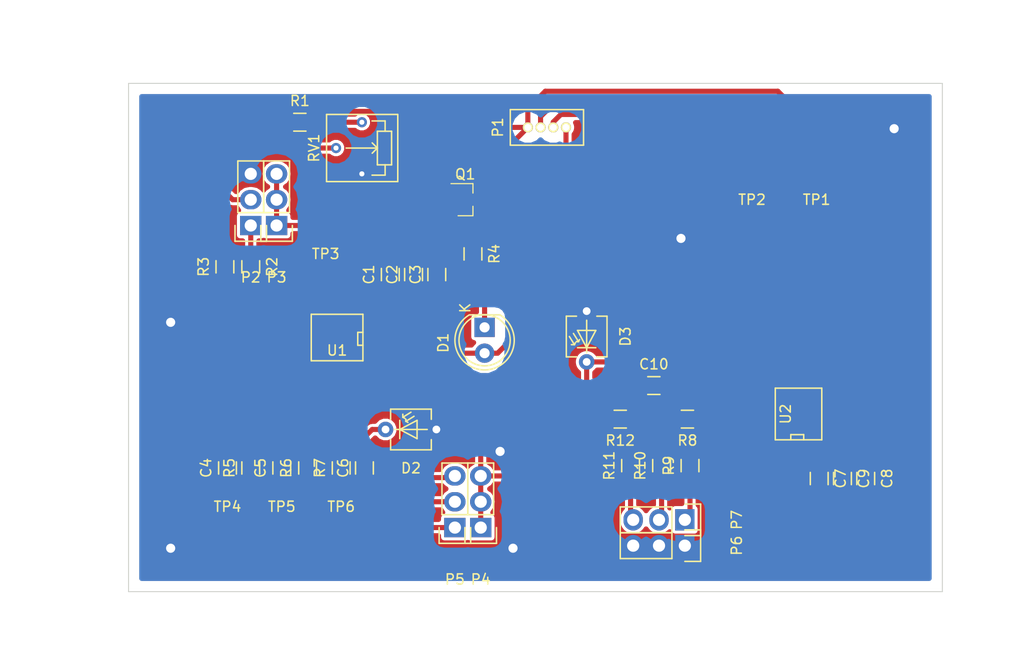
<source format=kicad_pcb>
(kicad_pcb (version 4) (host pcbnew 4.0.5+dfsg1-4)

  (general
    (links 83)
    (no_connects 5)
    (area 99.949999 79.949999 180.050001 130.050001)
    (thickness 1.6)
    (drawings 20)
    (tracks 171)
    (zones 0)
    (modules 48)
    (nets 21)
  )

  (page A4)
  (layers
    (0 F.Cu signal)
    (31 B.Cu signal hide)
    (32 B.Adhes user hide)
    (33 F.Adhes user hide)
    (34 B.Paste user hide)
    (35 F.Paste user hide)
    (36 B.SilkS user hide)
    (37 F.SilkS user)
    (38 B.Mask user hide)
    (39 F.Mask user hide)
    (40 Dwgs.User user)
    (41 Cmts.User user hide)
    (42 Eco1.User user hide)
    (43 Eco2.User user hide)
    (44 Edge.Cuts user)
    (45 Margin user hide)
    (46 B.CrtYd user hide)
    (47 F.CrtYd user hide)
    (48 B.Fab user hide)
    (49 F.Fab user hide)
  )

  (setup
    (last_trace_width 0.5)
    (user_trace_width 0.5)
    (user_trace_width 0.6)
    (user_trace_width 0.7)
    (user_trace_width 0.8)
    (user_trace_width 0.9)
    (user_trace_width 1)
    (trace_clearance 0.2)
    (zone_clearance 1)
    (zone_45_only yes)
    (trace_min 0.2)
    (segment_width 0.2)
    (edge_width 0.1)
    (via_size 0.6)
    (via_drill 0.4)
    (via_min_size 0.4)
    (via_min_drill 0.3)
    (uvia_size 0.3)
    (uvia_drill 0.1)
    (uvias_allowed no)
    (uvia_min_size 0.2)
    (uvia_min_drill 0.1)
    (pcb_text_width 0.3)
    (pcb_text_size 1.5 1.5)
    (mod_edge_width 0.15)
    (mod_text_size 1 1)
    (mod_text_width 0.15)
    (pad_size 1.5 1.5)
    (pad_drill 0.9)
    (pad_to_mask_clearance 0)
    (aux_axis_origin 0 0)
    (visible_elements FFFFFF7F)
    (pcbplotparams
      (layerselection 0x00030_80000001)
      (usegerberextensions false)
      (excludeedgelayer true)
      (linewidth 0.100000)
      (plotframeref false)
      (viasonmask false)
      (mode 1)
      (useauxorigin false)
      (hpglpennumber 1)
      (hpglpenspeed 20)
      (hpglpendiameter 15)
      (hpglpenoverlay 2)
      (psnegative false)
      (psa4output false)
      (plotreference true)
      (plotvalue true)
      (plotinvisibletext false)
      (padsonsilk false)
      (subtractmaskfromsilk false)
      (outputformat 1)
      (mirror false)
      (drillshape 1)
      (scaleselection 1)
      (outputdirectory ""))
  )

  (net 0 "")
  (net 1 +5V)
  (net 2 GND)
  (net 3 "Net-(C4-Pad1)")
  (net 4 "Net-(C4-Pad2)")
  (net 5 "Net-(C5-Pad1)")
  (net 6 "Net-(C6-Pad1)")
  (net 7 "Net-(D1-Pad1)")
  (net 8 Signal)
  (net 9 "Net-(Q1-Pad1)")
  (net 10 "Net-(Q1-Pad2)")
  (net 11 "Net-(R1-Pad2)")
  (net 12 "Net-(R10-Pad2)")
  (net 13 "Net-(C10-Pad1)")
  (net 14 /lowCurrent/BPW34FA_OUT)
  (net 15 "Net-(P2-Pad1)")
  (net 16 "Net-(P2-Pad2)")
  (net 17 "Net-(P7-Pad1)")
  (net 18 "Net-(P7-Pad2)")
  (net 19 "Net-(P7-Pad3)")
  (net 20 /highCurrent/BPW34_OUT)

  (net_class Default "This is the default net class."
    (clearance 0.2)
    (trace_width 0.25)
    (via_dia 0.6)
    (via_drill 0.4)
    (uvia_dia 0.3)
    (uvia_drill 0.1)
    (add_net +5V)
    (add_net /highCurrent/BPW34_OUT)
    (add_net /lowCurrent/BPW34FA_OUT)
    (add_net GND)
    (add_net "Net-(C10-Pad1)")
    (add_net "Net-(C4-Pad1)")
    (add_net "Net-(C4-Pad2)")
    (add_net "Net-(C5-Pad1)")
    (add_net "Net-(C6-Pad1)")
    (add_net "Net-(D1-Pad1)")
    (add_net "Net-(P2-Pad1)")
    (add_net "Net-(P2-Pad2)")
    (add_net "Net-(P7-Pad1)")
    (add_net "Net-(P7-Pad2)")
    (add_net "Net-(P7-Pad3)")
    (add_net "Net-(Q1-Pad1)")
    (add_net "Net-(Q1-Pad2)")
    (add_net "Net-(R1-Pad2)")
    (add_net "Net-(R10-Pad2)")
    (add_net Signal)
  )

  (module Vias:Stitchging-Via-0.8-1.5 (layer F.Cu) (tedit 59416672) (tstamp 5948E77D)
    (at 104.14 103.505)
    (fp_text reference REF** (at 0 1.27) (layer F.SilkS) hide
      (effects (font (size 1 1) (thickness 0.15)))
    )
    (fp_text value Stitching-Via-0.8-1.5 (at 0 -1.27) (layer F.Fab)
      (effects (font (size 1 1) (thickness 0.15)))
    )
    (pad "" thru_hole circle (at 0 0) (size 1.5 1.5) (drill 0.9) (layers *.Cu)
      (net 2 GND) (zone_connect 2))
  )

  (module Vias:Stitchging-Via-0.8-1.5 (layer F.Cu) (tedit 59416672) (tstamp 5948E774)
    (at 154.305 95.25)
    (fp_text reference REF** (at 0 1.27) (layer F.SilkS) hide
      (effects (font (size 1 1) (thickness 0.15)))
    )
    (fp_text value Stitching-Via-0.8-1.5 (at 0 -1.27) (layer F.Fab)
      (effects (font (size 1 1) (thickness 0.15)))
    )
    (pad "" thru_hole circle (at 0 0) (size 1.5 1.5) (drill 0.9) (layers *.Cu)
      (net 2 GND) (zone_connect 2))
  )

  (module Vias:Stitchging-Via-0.8-1.5 (layer F.Cu) (tedit 59416672) (tstamp 5948E76F)
    (at 175.26 84.455)
    (fp_text reference REF** (at 0 1.27) (layer F.SilkS) hide
      (effects (font (size 1 1) (thickness 0.15)))
    )
    (fp_text value Stitching-Via-0.8-1.5 (at 0 -1.27) (layer F.Fab)
      (effects (font (size 1 1) (thickness 0.15)))
    )
    (pad "" thru_hole circle (at 0 0) (size 1.5 1.5) (drill 0.9) (layers *.Cu)
      (net 2 GND) (zone_connect 2))
  )

  (module Vias:Stitchging-Via-0.8-1.5 (layer F.Cu) (tedit 59416672) (tstamp 5948E75C)
    (at 137.795 125.73)
    (fp_text reference REF** (at 0 1.27) (layer F.SilkS) hide
      (effects (font (size 1 1) (thickness 0.15)))
    )
    (fp_text value Stitching-Via-0.8-1.5 (at 0 -1.27) (layer F.Fab)
      (effects (font (size 1 1) (thickness 0.15)))
    )
    (pad "" thru_hole circle (at 0 0) (size 1.5 1.5) (drill 0.9) (layers *.Cu)
      (net 2 GND) (zone_connect 2))
  )

  (module Vias:Stitchging-Via-0.8-1.5 (layer F.Cu) (tedit 59416672) (tstamp 5948E74C)
    (at 104.14 125.73)
    (fp_text reference REF** (at 0 1.27) (layer F.SilkS) hide
      (effects (font (size 1 1) (thickness 0.15)))
    )
    (fp_text value Stitching-Via-0.8-1.5 (at 0 -1.27) (layer F.Fab)
      (effects (font (size 1 1) (thickness 0.15)))
    )
    (pad "" thru_hole circle (at 0 0) (size 1.5 1.5) (drill 0.9) (layers *.Cu)
      (net 2 GND) (zone_connect 2))
  )

  (module Photodiodes:BPW34FA (layer F.Cu) (tedit 58FDDC7C) (tstamp 5945E3E8)
    (at 127.762 114.046)
    (path /59409417/5940A54D)
    (fp_text reference D2 (at 0 3.81) (layer F.SilkS)
      (effects (font (size 1 1) (thickness 0.15)))
    )
    (fp_text value BPW34 (at 0 -3.81) (layer F.Fab)
      (effects (font (size 1 1) (thickness 0.15)))
    )
    (fp_line (start -0.8 -1.2) (end -0.6 -1.1) (layer F.SilkS) (width 0.15))
    (fp_line (start -0.8 -1.2) (end -0.8 -1.5) (layer F.SilkS) (width 0.15))
    (fp_line (start -0.5 -0.8) (end -0.5 -1) (layer F.SilkS) (width 0.15))
    (fp_line (start -0.5 -1) (end -0.5 -0.8) (layer F.SilkS) (width 0.15))
    (fp_line (start -0.5 -0.8) (end -0.3 -0.7) (layer F.SilkS) (width 0.15))
    (fp_line (start -0.5 -0.8) (end 0.3 -1.3) (layer F.SilkS) (width 0.15))
    (fp_line (start -0.8 -1.2) (end 0 -1.7) (layer F.SilkS) (width 0.15))
    (fp_line (start -1.1 -0.9) (end -1.1 0.9) (layer F.SilkS) (width 0.15))
    (fp_line (start -1.1 0) (end 0.6 0.9) (layer F.SilkS) (width 0.15))
    (fp_line (start 0.6 0) (end 0.6 0.9) (layer F.SilkS) (width 0.15))
    (fp_line (start 0.6 -0.9) (end 0.6 0) (layer F.SilkS) (width 0.15))
    (fp_line (start -1.1 0) (end 0.6 -0.9) (layer F.SilkS) (width 0.15))
    (fp_line (start -1.6 0) (end 1.5 0) (layer F.SilkS) (width 0.15))
    (fp_line (start 1.5 0) (end 1.6 0) (layer F.SilkS) (width 0.15))
    (fp_line (start 2 1) (end 2 2) (layer F.SilkS) (width 0.15))
    (fp_line (start 2 -2) (end 2 -1) (layer F.SilkS) (width 0.15))
    (fp_line (start -2 1) (end -2 2) (layer F.SilkS) (width 0.15))
    (fp_line (start -2 -2) (end 2 -2) (layer F.SilkS) (width 0.15))
    (fp_line (start -2 2) (end 2 2) (layer F.SilkS) (width 0.15))
    (fp_line (start -2 -2) (end -2 -1) (layer F.SilkS) (width 0.15))
    (pad 1 thru_hole circle (at -2.5 0) (size 1.524 1.524) (drill 0.762) (layers *.Cu *.Mask)
      (net 4 "Net-(C4-Pad2)"))
    (pad 2 thru_hole circle (at 2.5 0) (size 1.524 1.524) (drill 0.762) (layers *.Cu *.Mask)
      (net 2 GND))
  )

  (module Resistors_SMD:R_0805 (layer F.Cu) (tedit 58307B54) (tstamp 5945E342)
    (at 125.73 98.806 90)
    (descr "Resistor SMD 0805, reflow soldering, Vishay (see dcrcw.pdf)")
    (tags "resistor 0805")
    (path /59409417/594122D8)
    (attr smd)
    (fp_text reference C1 (at 0 -2.1 90) (layer F.SilkS)
      (effects (font (size 1 1) (thickness 0.15)))
    )
    (fp_text value 1u (at 0 2.1 90) (layer F.Fab)
      (effects (font (size 1 1) (thickness 0.15)))
    )
    (fp_line (start -1 0.625) (end -1 -0.625) (layer F.Fab) (width 0.1))
    (fp_line (start 1 0.625) (end -1 0.625) (layer F.Fab) (width 0.1))
    (fp_line (start 1 -0.625) (end 1 0.625) (layer F.Fab) (width 0.1))
    (fp_line (start -1 -0.625) (end 1 -0.625) (layer F.Fab) (width 0.1))
    (fp_line (start -1.6 -1) (end 1.6 -1) (layer F.CrtYd) (width 0.05))
    (fp_line (start -1.6 1) (end 1.6 1) (layer F.CrtYd) (width 0.05))
    (fp_line (start -1.6 -1) (end -1.6 1) (layer F.CrtYd) (width 0.05))
    (fp_line (start 1.6 -1) (end 1.6 1) (layer F.CrtYd) (width 0.05))
    (fp_line (start 0.6 0.875) (end -0.6 0.875) (layer F.SilkS) (width 0.15))
    (fp_line (start -0.6 -0.875) (end 0.6 -0.875) (layer F.SilkS) (width 0.15))
    (pad 1 smd rect (at -0.95 0 90) (size 0.7 1.3) (layers F.Cu F.Paste F.Mask)
      (net 1 +5V))
    (pad 2 smd rect (at 0.95 0 90) (size 0.7 1.3) (layers F.Cu F.Paste F.Mask)
      (net 2 GND))
    (model Resistors_SMD.3dshapes/R_0805.wrl
      (at (xyz 0 0 0))
      (scale (xyz 1 1 1))
      (rotate (xyz 0 0 0))
    )
  )

  (module Resistors_SMD:R_0805 (layer F.Cu) (tedit 58307B54) (tstamp 5945E352)
    (at 128.016 98.806 90)
    (descr "Resistor SMD 0805, reflow soldering, Vishay (see dcrcw.pdf)")
    (tags "resistor 0805")
    (path /59409417/594122E0)
    (attr smd)
    (fp_text reference C2 (at 0 -2.1 90) (layer F.SilkS)
      (effects (font (size 1 1) (thickness 0.15)))
    )
    (fp_text value 100n (at 0 2.1 90) (layer F.Fab)
      (effects (font (size 1 1) (thickness 0.15)))
    )
    (fp_line (start -1 0.625) (end -1 -0.625) (layer F.Fab) (width 0.1))
    (fp_line (start 1 0.625) (end -1 0.625) (layer F.Fab) (width 0.1))
    (fp_line (start 1 -0.625) (end 1 0.625) (layer F.Fab) (width 0.1))
    (fp_line (start -1 -0.625) (end 1 -0.625) (layer F.Fab) (width 0.1))
    (fp_line (start -1.6 -1) (end 1.6 -1) (layer F.CrtYd) (width 0.05))
    (fp_line (start -1.6 1) (end 1.6 1) (layer F.CrtYd) (width 0.05))
    (fp_line (start -1.6 -1) (end -1.6 1) (layer F.CrtYd) (width 0.05))
    (fp_line (start 1.6 -1) (end 1.6 1) (layer F.CrtYd) (width 0.05))
    (fp_line (start 0.6 0.875) (end -0.6 0.875) (layer F.SilkS) (width 0.15))
    (fp_line (start -0.6 -0.875) (end 0.6 -0.875) (layer F.SilkS) (width 0.15))
    (pad 1 smd rect (at -0.95 0 90) (size 0.7 1.3) (layers F.Cu F.Paste F.Mask)
      (net 1 +5V))
    (pad 2 smd rect (at 0.95 0 90) (size 0.7 1.3) (layers F.Cu F.Paste F.Mask)
      (net 2 GND))
    (model Resistors_SMD.3dshapes/R_0805.wrl
      (at (xyz 0 0 0))
      (scale (xyz 1 1 1))
      (rotate (xyz 0 0 0))
    )
  )

  (module Resistors_SMD:R_0805 (layer F.Cu) (tedit 58307B54) (tstamp 5945E362)
    (at 130.302 98.806 90)
    (descr "Resistor SMD 0805, reflow soldering, Vishay (see dcrcw.pdf)")
    (tags "resistor 0805")
    (path /59409417/594122E8)
    (attr smd)
    (fp_text reference C3 (at 0 -2.1 90) (layer F.SilkS)
      (effects (font (size 1 1) (thickness 0.15)))
    )
    (fp_text value 10n (at 0 2.1 90) (layer F.Fab)
      (effects (font (size 1 1) (thickness 0.15)))
    )
    (fp_line (start -1 0.625) (end -1 -0.625) (layer F.Fab) (width 0.1))
    (fp_line (start 1 0.625) (end -1 0.625) (layer F.Fab) (width 0.1))
    (fp_line (start 1 -0.625) (end 1 0.625) (layer F.Fab) (width 0.1))
    (fp_line (start -1 -0.625) (end 1 -0.625) (layer F.Fab) (width 0.1))
    (fp_line (start -1.6 -1) (end 1.6 -1) (layer F.CrtYd) (width 0.05))
    (fp_line (start -1.6 1) (end 1.6 1) (layer F.CrtYd) (width 0.05))
    (fp_line (start -1.6 -1) (end -1.6 1) (layer F.CrtYd) (width 0.05))
    (fp_line (start 1.6 -1) (end 1.6 1) (layer F.CrtYd) (width 0.05))
    (fp_line (start 0.6 0.875) (end -0.6 0.875) (layer F.SilkS) (width 0.15))
    (fp_line (start -0.6 -0.875) (end 0.6 -0.875) (layer F.SilkS) (width 0.15))
    (pad 1 smd rect (at -0.95 0 90) (size 0.7 1.3) (layers F.Cu F.Paste F.Mask)
      (net 1 +5V))
    (pad 2 smd rect (at 0.95 0 90) (size 0.7 1.3) (layers F.Cu F.Paste F.Mask)
      (net 2 GND))
    (model Resistors_SMD.3dshapes/R_0805.wrl
      (at (xyz 0 0 0))
      (scale (xyz 1 1 1))
      (rotate (xyz 0 0 0))
    )
  )

  (module Resistors_SMD:R_0805 (layer F.Cu) (tedit 58307B54) (tstamp 5945E372)
    (at 109.728 117.832 90)
    (descr "Resistor SMD 0805, reflow soldering, Vishay (see dcrcw.pdf)")
    (tags "resistor 0805")
    (path /59409417/5940A529)
    (attr smd)
    (fp_text reference C4 (at 0 -2.1 90) (layer F.SilkS)
      (effects (font (size 1 1) (thickness 0.15)))
    )
    (fp_text value 100p (at 0 2.1 90) (layer F.Fab)
      (effects (font (size 1 1) (thickness 0.15)))
    )
    (fp_line (start -1 0.625) (end -1 -0.625) (layer F.Fab) (width 0.1))
    (fp_line (start 1 0.625) (end -1 0.625) (layer F.Fab) (width 0.1))
    (fp_line (start 1 -0.625) (end 1 0.625) (layer F.Fab) (width 0.1))
    (fp_line (start -1 -0.625) (end 1 -0.625) (layer F.Fab) (width 0.1))
    (fp_line (start -1.6 -1) (end 1.6 -1) (layer F.CrtYd) (width 0.05))
    (fp_line (start -1.6 1) (end 1.6 1) (layer F.CrtYd) (width 0.05))
    (fp_line (start -1.6 -1) (end -1.6 1) (layer F.CrtYd) (width 0.05))
    (fp_line (start 1.6 -1) (end 1.6 1) (layer F.CrtYd) (width 0.05))
    (fp_line (start 0.6 0.875) (end -0.6 0.875) (layer F.SilkS) (width 0.15))
    (fp_line (start -0.6 -0.875) (end 0.6 -0.875) (layer F.SilkS) (width 0.15))
    (pad 1 smd rect (at -0.95 0 90) (size 0.7 1.3) (layers F.Cu F.Paste F.Mask)
      (net 3 "Net-(C4-Pad1)"))
    (pad 2 smd rect (at 0.95 0 90) (size 0.7 1.3) (layers F.Cu F.Paste F.Mask)
      (net 4 "Net-(C4-Pad2)"))
    (model Resistors_SMD.3dshapes/R_0805.wrl
      (at (xyz 0 0 0))
      (scale (xyz 1 1 1))
      (rotate (xyz 0 0 0))
    )
  )

  (module Resistors_SMD:R_0805 (layer F.Cu) (tedit 58307B54) (tstamp 5945E382)
    (at 115.062 117.832 90)
    (descr "Resistor SMD 0805, reflow soldering, Vishay (see dcrcw.pdf)")
    (tags "resistor 0805")
    (path /59409417/5940A51B)
    (attr smd)
    (fp_text reference C5 (at 0 -2.1 90) (layer F.SilkS)
      (effects (font (size 1 1) (thickness 0.15)))
    )
    (fp_text value 10p (at 0 2.1 90) (layer F.Fab)
      (effects (font (size 1 1) (thickness 0.15)))
    )
    (fp_line (start -1 0.625) (end -1 -0.625) (layer F.Fab) (width 0.1))
    (fp_line (start 1 0.625) (end -1 0.625) (layer F.Fab) (width 0.1))
    (fp_line (start 1 -0.625) (end 1 0.625) (layer F.Fab) (width 0.1))
    (fp_line (start -1 -0.625) (end 1 -0.625) (layer F.Fab) (width 0.1))
    (fp_line (start -1.6 -1) (end 1.6 -1) (layer F.CrtYd) (width 0.05))
    (fp_line (start -1.6 1) (end 1.6 1) (layer F.CrtYd) (width 0.05))
    (fp_line (start -1.6 -1) (end -1.6 1) (layer F.CrtYd) (width 0.05))
    (fp_line (start 1.6 -1) (end 1.6 1) (layer F.CrtYd) (width 0.05))
    (fp_line (start 0.6 0.875) (end -0.6 0.875) (layer F.SilkS) (width 0.15))
    (fp_line (start -0.6 -0.875) (end 0.6 -0.875) (layer F.SilkS) (width 0.15))
    (pad 1 smd rect (at -0.95 0 90) (size 0.7 1.3) (layers F.Cu F.Paste F.Mask)
      (net 5 "Net-(C5-Pad1)"))
    (pad 2 smd rect (at 0.95 0 90) (size 0.7 1.3) (layers F.Cu F.Paste F.Mask)
      (net 4 "Net-(C4-Pad2)"))
    (model Resistors_SMD.3dshapes/R_0805.wrl
      (at (xyz 0 0 0))
      (scale (xyz 1 1 1))
      (rotate (xyz 0 0 0))
    )
  )

  (module Resistors_SMD:R_0805 (layer F.Cu) (tedit 58307B54) (tstamp 5945E392)
    (at 123.19 117.832 90)
    (descr "Resistor SMD 0805, reflow soldering, Vishay (see dcrcw.pdf)")
    (tags "resistor 0805")
    (path /59409417/5940A506)
    (attr smd)
    (fp_text reference C6 (at 0 -2.1 90) (layer F.SilkS)
      (effects (font (size 1 1) (thickness 0.15)))
    )
    (fp_text value 1p (at 0 2.1 90) (layer F.Fab)
      (effects (font (size 1 1) (thickness 0.15)))
    )
    (fp_line (start -1 0.625) (end -1 -0.625) (layer F.Fab) (width 0.1))
    (fp_line (start 1 0.625) (end -1 0.625) (layer F.Fab) (width 0.1))
    (fp_line (start 1 -0.625) (end 1 0.625) (layer F.Fab) (width 0.1))
    (fp_line (start -1 -0.625) (end 1 -0.625) (layer F.Fab) (width 0.1))
    (fp_line (start -1.6 -1) (end 1.6 -1) (layer F.CrtYd) (width 0.05))
    (fp_line (start -1.6 1) (end 1.6 1) (layer F.CrtYd) (width 0.05))
    (fp_line (start -1.6 -1) (end -1.6 1) (layer F.CrtYd) (width 0.05))
    (fp_line (start 1.6 -1) (end 1.6 1) (layer F.CrtYd) (width 0.05))
    (fp_line (start 0.6 0.875) (end -0.6 0.875) (layer F.SilkS) (width 0.15))
    (fp_line (start -0.6 -0.875) (end 0.6 -0.875) (layer F.SilkS) (width 0.15))
    (pad 1 smd rect (at -0.95 0 90) (size 0.7 1.3) (layers F.Cu F.Paste F.Mask)
      (net 6 "Net-(C6-Pad1)"))
    (pad 2 smd rect (at 0.95 0 90) (size 0.7 1.3) (layers F.Cu F.Paste F.Mask)
      (net 4 "Net-(C4-Pad2)"))
    (model Resistors_SMD.3dshapes/R_0805.wrl
      (at (xyz 0 0 0))
      (scale (xyz 1 1 1))
      (rotate (xyz 0 0 0))
    )
  )

  (module Resistors_SMD:R_0805 (layer F.Cu) (tedit 58307B54) (tstamp 5945E3A2)
    (at 167.894 118.872 270)
    (descr "Resistor SMD 0805, reflow soldering, Vishay (see dcrcw.pdf)")
    (tags "resistor 0805")
    (path /5940AE3E/5941B3D6)
    (attr smd)
    (fp_text reference C7 (at 0 -2.1 270) (layer F.SilkS)
      (effects (font (size 1 1) (thickness 0.15)))
    )
    (fp_text value 1u (at 0 2.1 270) (layer F.Fab)
      (effects (font (size 1 1) (thickness 0.15)))
    )
    (fp_line (start -1 0.625) (end -1 -0.625) (layer F.Fab) (width 0.1))
    (fp_line (start 1 0.625) (end -1 0.625) (layer F.Fab) (width 0.1))
    (fp_line (start 1 -0.625) (end 1 0.625) (layer F.Fab) (width 0.1))
    (fp_line (start -1 -0.625) (end 1 -0.625) (layer F.Fab) (width 0.1))
    (fp_line (start -1.6 -1) (end 1.6 -1) (layer F.CrtYd) (width 0.05))
    (fp_line (start -1.6 1) (end 1.6 1) (layer F.CrtYd) (width 0.05))
    (fp_line (start -1.6 -1) (end -1.6 1) (layer F.CrtYd) (width 0.05))
    (fp_line (start 1.6 -1) (end 1.6 1) (layer F.CrtYd) (width 0.05))
    (fp_line (start 0.6 0.875) (end -0.6 0.875) (layer F.SilkS) (width 0.15))
    (fp_line (start -0.6 -0.875) (end 0.6 -0.875) (layer F.SilkS) (width 0.15))
    (pad 1 smd rect (at -0.95 0 270) (size 0.7 1.3) (layers F.Cu F.Paste F.Mask)
      (net 1 +5V))
    (pad 2 smd rect (at 0.95 0 270) (size 0.7 1.3) (layers F.Cu F.Paste F.Mask)
      (net 2 GND))
    (model Resistors_SMD.3dshapes/R_0805.wrl
      (at (xyz 0 0 0))
      (scale (xyz 1 1 1))
      (rotate (xyz 0 0 0))
    )
  )

  (module Resistors_SMD:R_0805 (layer F.Cu) (tedit 58307B54) (tstamp 5945E3B2)
    (at 172.466 118.872 270)
    (descr "Resistor SMD 0805, reflow soldering, Vishay (see dcrcw.pdf)")
    (tags "resistor 0805")
    (path /5940AE3E/5941B3DE)
    (attr smd)
    (fp_text reference C8 (at 0 -2.1 270) (layer F.SilkS)
      (effects (font (size 1 1) (thickness 0.15)))
    )
    (fp_text value 100n (at 0 2.1 270) (layer F.Fab)
      (effects (font (size 1 1) (thickness 0.15)))
    )
    (fp_line (start -1 0.625) (end -1 -0.625) (layer F.Fab) (width 0.1))
    (fp_line (start 1 0.625) (end -1 0.625) (layer F.Fab) (width 0.1))
    (fp_line (start 1 -0.625) (end 1 0.625) (layer F.Fab) (width 0.1))
    (fp_line (start -1 -0.625) (end 1 -0.625) (layer F.Fab) (width 0.1))
    (fp_line (start -1.6 -1) (end 1.6 -1) (layer F.CrtYd) (width 0.05))
    (fp_line (start -1.6 1) (end 1.6 1) (layer F.CrtYd) (width 0.05))
    (fp_line (start -1.6 -1) (end -1.6 1) (layer F.CrtYd) (width 0.05))
    (fp_line (start 1.6 -1) (end 1.6 1) (layer F.CrtYd) (width 0.05))
    (fp_line (start 0.6 0.875) (end -0.6 0.875) (layer F.SilkS) (width 0.15))
    (fp_line (start -0.6 -0.875) (end 0.6 -0.875) (layer F.SilkS) (width 0.15))
    (pad 1 smd rect (at -0.95 0 270) (size 0.7 1.3) (layers F.Cu F.Paste F.Mask)
      (net 1 +5V))
    (pad 2 smd rect (at 0.95 0 270) (size 0.7 1.3) (layers F.Cu F.Paste F.Mask)
      (net 2 GND))
    (model Resistors_SMD.3dshapes/R_0805.wrl
      (at (xyz 0 0 0))
      (scale (xyz 1 1 1))
      (rotate (xyz 0 0 0))
    )
  )

  (module Resistors_SMD:R_0805 (layer F.Cu) (tedit 58307B54) (tstamp 5945E3C2)
    (at 170.18 118.872 270)
    (descr "Resistor SMD 0805, reflow soldering, Vishay (see dcrcw.pdf)")
    (tags "resistor 0805")
    (path /5940AE3E/5941B3E6)
    (attr smd)
    (fp_text reference C9 (at 0 -2.1 270) (layer F.SilkS)
      (effects (font (size 1 1) (thickness 0.15)))
    )
    (fp_text value 10n (at 0 2.1 270) (layer F.Fab)
      (effects (font (size 1 1) (thickness 0.15)))
    )
    (fp_line (start -1 0.625) (end -1 -0.625) (layer F.Fab) (width 0.1))
    (fp_line (start 1 0.625) (end -1 0.625) (layer F.Fab) (width 0.1))
    (fp_line (start 1 -0.625) (end 1 0.625) (layer F.Fab) (width 0.1))
    (fp_line (start -1 -0.625) (end 1 -0.625) (layer F.Fab) (width 0.1))
    (fp_line (start -1.6 -1) (end 1.6 -1) (layer F.CrtYd) (width 0.05))
    (fp_line (start -1.6 1) (end 1.6 1) (layer F.CrtYd) (width 0.05))
    (fp_line (start -1.6 -1) (end -1.6 1) (layer F.CrtYd) (width 0.05))
    (fp_line (start 1.6 -1) (end 1.6 1) (layer F.CrtYd) (width 0.05))
    (fp_line (start 0.6 0.875) (end -0.6 0.875) (layer F.SilkS) (width 0.15))
    (fp_line (start -0.6 -0.875) (end 0.6 -0.875) (layer F.SilkS) (width 0.15))
    (pad 1 smd rect (at -0.95 0 270) (size 0.7 1.3) (layers F.Cu F.Paste F.Mask)
      (net 1 +5V))
    (pad 2 smd rect (at 0.95 0 270) (size 0.7 1.3) (layers F.Cu F.Paste F.Mask)
      (net 2 GND))
    (model Resistors_SMD.3dshapes/R_0805.wrl
      (at (xyz 0 0 0))
      (scale (xyz 1 1 1))
      (rotate (xyz 0 0 0))
    )
  )

  (module LEDs:LED-5MM (layer F.Cu) (tedit 5570F7EA) (tstamp 5945E3CE)
    (at 135 104 270)
    (descr "LED 5mm round vertical")
    (tags "LED 5mm round vertical")
    (path /59409417/5940A5C4)
    (fp_text reference D1 (at 1.524 4.064 270) (layer F.SilkS)
      (effects (font (size 1 1) (thickness 0.15)))
    )
    (fp_text value LED (at 1.524 -3.937 270) (layer F.Fab)
      (effects (font (size 1 1) (thickness 0.15)))
    )
    (fp_line (start -1.5 -1.55) (end -1.5 1.55) (layer F.CrtYd) (width 0.05))
    (fp_arc (start 1.3 0) (end -1.5 1.55) (angle -302) (layer F.CrtYd) (width 0.05))
    (fp_arc (start 1.27 0) (end -1.23 -1.5) (angle 297.5) (layer F.SilkS) (width 0.15))
    (fp_line (start -1.23 1.5) (end -1.23 -1.5) (layer F.SilkS) (width 0.15))
    (fp_circle (center 1.27 0) (end 0.97 -2.5) (layer F.SilkS) (width 0.15))
    (fp_text user K (at -1.905 1.905 270) (layer F.SilkS)
      (effects (font (size 1 1) (thickness 0.15)))
    )
    (pad 1 thru_hole rect (at 0 0) (size 2 1.9) (drill 1.00076) (layers *.Cu *.Mask)
      (net 7 "Net-(D1-Pad1)"))
    (pad 2 thru_hole circle (at 2.54 0 270) (size 1.9 1.9) (drill 1.00076) (layers *.Cu *.Mask)
      (net 1 +5V))
    (model LEDs.3dshapes/LED-5MM.wrl
      (at (xyz 0.05 0 0))
      (scale (xyz 1 1 1))
      (rotate (xyz 0 0 90))
    )
  )

  (module Photodiodes:BPW34FA (layer F.Cu) (tedit 58FDDC7C) (tstamp 5945E402)
    (at 145.034 104.902 90)
    (path /5940AE3E/5940C87D)
    (fp_text reference D3 (at 0 3.81 90) (layer F.SilkS)
      (effects (font (size 1 1) (thickness 0.15)))
    )
    (fp_text value BPW34 (at 0 -3.81 90) (layer F.Fab)
      (effects (font (size 1 1) (thickness 0.15)))
    )
    (fp_line (start -0.8 -1.2) (end -0.6 -1.1) (layer F.SilkS) (width 0.15))
    (fp_line (start -0.8 -1.2) (end -0.8 -1.5) (layer F.SilkS) (width 0.15))
    (fp_line (start -0.5 -0.8) (end -0.5 -1) (layer F.SilkS) (width 0.15))
    (fp_line (start -0.5 -1) (end -0.5 -0.8) (layer F.SilkS) (width 0.15))
    (fp_line (start -0.5 -0.8) (end -0.3 -0.7) (layer F.SilkS) (width 0.15))
    (fp_line (start -0.5 -0.8) (end 0.3 -1.3) (layer F.SilkS) (width 0.15))
    (fp_line (start -0.8 -1.2) (end 0 -1.7) (layer F.SilkS) (width 0.15))
    (fp_line (start -1.1 -0.9) (end -1.1 0.9) (layer F.SilkS) (width 0.15))
    (fp_line (start -1.1 0) (end 0.6 0.9) (layer F.SilkS) (width 0.15))
    (fp_line (start 0.6 0) (end 0.6 0.9) (layer F.SilkS) (width 0.15))
    (fp_line (start 0.6 -0.9) (end 0.6 0) (layer F.SilkS) (width 0.15))
    (fp_line (start -1.1 0) (end 0.6 -0.9) (layer F.SilkS) (width 0.15))
    (fp_line (start -1.6 0) (end 1.5 0) (layer F.SilkS) (width 0.15))
    (fp_line (start 1.5 0) (end 1.6 0) (layer F.SilkS) (width 0.15))
    (fp_line (start 2 1) (end 2 2) (layer F.SilkS) (width 0.15))
    (fp_line (start 2 -2) (end 2 -1) (layer F.SilkS) (width 0.15))
    (fp_line (start -2 1) (end -2 2) (layer F.SilkS) (width 0.15))
    (fp_line (start -2 -2) (end 2 -2) (layer F.SilkS) (width 0.15))
    (fp_line (start -2 2) (end 2 2) (layer F.SilkS) (width 0.15))
    (fp_line (start -2 -2) (end -2 -1) (layer F.SilkS) (width 0.15))
    (pad 1 thru_hole circle (at -2.5 0 90) (size 1.524 1.524) (drill 0.762) (layers *.Cu *.Mask)
      (net 13 "Net-(C10-Pad1)"))
    (pad 2 thru_hole circle (at 2.5 0 90) (size 1.524 1.524) (drill 0.762) (layers *.Cu *.Mask)
      (net 2 GND))
  )

  (module "Samtec Connectors:Samtec-PHT-1-3-01-L-S" (layer F.Cu) (tedit 59410BCC) (tstamp 5945E414)
    (at 112.014 93.98 180)
    (descr Samtec-PHT-1-3-01-L-S)
    (tags "pin header")
    (path /59409417/59416658)
    (fp_text reference P2 (at 0 -5.1 180) (layer F.SilkS)
      (effects (font (size 1 1) (thickness 0.15)))
    )
    (fp_text value CONN_01X03 (at 0 -3.1 180) (layer F.Fab)
      (effects (font (size 1 1) (thickness 0.15)))
    )
    (fp_line (start -1.75 -1.75) (end -1.75 6.85) (layer F.CrtYd) (width 0.05))
    (fp_line (start 1.75 -1.75) (end 1.75 6.85) (layer F.CrtYd) (width 0.05))
    (fp_line (start -1.75 -1.75) (end 1.75 -1.75) (layer F.CrtYd) (width 0.05))
    (fp_line (start -1.75 6.85) (end 1.75 6.85) (layer F.CrtYd) (width 0.05))
    (fp_line (start -1.27 1.27) (end -1.27 6.35) (layer F.SilkS) (width 0.15))
    (fp_line (start -1.27 6.35) (end 1.27 6.35) (layer F.SilkS) (width 0.15))
    (fp_line (start 1.27 6.35) (end 1.27 1.27) (layer F.SilkS) (width 0.15))
    (fp_line (start 1.55 -1.55) (end 1.55 0) (layer F.SilkS) (width 0.15))
    (fp_line (start 1.27 1.27) (end -1.27 1.27) (layer F.SilkS) (width 0.15))
    (fp_line (start -1.55 0) (end -1.55 -1.55) (layer F.SilkS) (width 0.15))
    (fp_line (start -1.55 -1.55) (end 1.55 -1.55) (layer F.SilkS) (width 0.15))
    (pad 1 thru_hole rect (at 0 0 180) (size 2.1 1.9) (drill 1.2) (layers *.Cu *.Mask)
      (net 15 "Net-(P2-Pad1)"))
    (pad 2 thru_hole oval (at 0 2.54 180) (size 2.1 1.9) (drill 1.2) (layers *.Cu *.Mask)
      (net 16 "Net-(P2-Pad2)"))
    (pad 3 thru_hole oval (at 0 5.08 180) (size 2.1 1.9) (drill 1.2) (layers *.Cu *.Mask)
      (net 2 GND))
    (model Pin_Headers.3dshapes/Pin_Header_Straight_1x03.wrl
      (at (xyz 0 -0.1 0))
      (scale (xyz 1 1 1))
      (rotate (xyz 0 0 90))
    )
  )

  (module "Samtec Connectors:Samtec-PHT-1-3-01-L-S" (layer F.Cu) (tedit 59410BCC) (tstamp 5945E426)
    (at 114.554 93.98 180)
    (descr Samtec-PHT-1-3-01-L-S)
    (tags "pin header")
    (path /59409417/5941362B)
    (fp_text reference P3 (at 0 -5.1 180) (layer F.SilkS)
      (effects (font (size 1 1) (thickness 0.15)))
    )
    (fp_text value CONN_01X03 (at 0 -3.1 180) (layer F.Fab)
      (effects (font (size 1 1) (thickness 0.15)))
    )
    (fp_line (start -1.75 -1.75) (end -1.75 6.85) (layer F.CrtYd) (width 0.05))
    (fp_line (start 1.75 -1.75) (end 1.75 6.85) (layer F.CrtYd) (width 0.05))
    (fp_line (start -1.75 -1.75) (end 1.75 -1.75) (layer F.CrtYd) (width 0.05))
    (fp_line (start -1.75 6.85) (end 1.75 6.85) (layer F.CrtYd) (width 0.05))
    (fp_line (start -1.27 1.27) (end -1.27 6.35) (layer F.SilkS) (width 0.15))
    (fp_line (start -1.27 6.35) (end 1.27 6.35) (layer F.SilkS) (width 0.15))
    (fp_line (start 1.27 6.35) (end 1.27 1.27) (layer F.SilkS) (width 0.15))
    (fp_line (start 1.55 -1.55) (end 1.55 0) (layer F.SilkS) (width 0.15))
    (fp_line (start 1.27 1.27) (end -1.27 1.27) (layer F.SilkS) (width 0.15))
    (fp_line (start -1.55 0) (end -1.55 -1.55) (layer F.SilkS) (width 0.15))
    (fp_line (start -1.55 -1.55) (end 1.55 -1.55) (layer F.SilkS) (width 0.15))
    (pad 1 thru_hole rect (at 0 0 180) (size 2.1 1.9) (drill 1.2) (layers *.Cu *.Mask)
      (net 8 Signal))
    (pad 2 thru_hole oval (at 0 2.54 180) (size 2.1 1.9) (drill 1.2) (layers *.Cu *.Mask)
      (net 8 Signal))
    (pad 3 thru_hole oval (at 0 5.08 180) (size 2.1 1.9) (drill 1.2) (layers *.Cu *.Mask)
      (net 8 Signal))
    (model Pin_Headers.3dshapes/Pin_Header_Straight_1x03.wrl
      (at (xyz 0 -0.1 0))
      (scale (xyz 1 1 1))
      (rotate (xyz 0 0 90))
    )
  )

  (module "Samtec Connectors:Samtec-PHT-1-3-01-L-S" (layer F.Cu) (tedit 59410BCC) (tstamp 5945E438)
    (at 134.62 123.698 180)
    (descr Samtec-PHT-1-3-01-L-S)
    (tags "pin header")
    (path /59409417/594137A6)
    (fp_text reference P4 (at 0 -5.1 180) (layer F.SilkS)
      (effects (font (size 1 1) (thickness 0.15)))
    )
    (fp_text value CONN_01X03 (at 0 -3.1 180) (layer F.Fab)
      (effects (font (size 1 1) (thickness 0.15)))
    )
    (fp_line (start -1.75 -1.75) (end -1.75 6.85) (layer F.CrtYd) (width 0.05))
    (fp_line (start 1.75 -1.75) (end 1.75 6.85) (layer F.CrtYd) (width 0.05))
    (fp_line (start -1.75 -1.75) (end 1.75 -1.75) (layer F.CrtYd) (width 0.05))
    (fp_line (start -1.75 6.85) (end 1.75 6.85) (layer F.CrtYd) (width 0.05))
    (fp_line (start -1.27 1.27) (end -1.27 6.35) (layer F.SilkS) (width 0.15))
    (fp_line (start -1.27 6.35) (end 1.27 6.35) (layer F.SilkS) (width 0.15))
    (fp_line (start 1.27 6.35) (end 1.27 1.27) (layer F.SilkS) (width 0.15))
    (fp_line (start 1.55 -1.55) (end 1.55 0) (layer F.SilkS) (width 0.15))
    (fp_line (start 1.27 1.27) (end -1.27 1.27) (layer F.SilkS) (width 0.15))
    (fp_line (start -1.55 0) (end -1.55 -1.55) (layer F.SilkS) (width 0.15))
    (fp_line (start -1.55 -1.55) (end 1.55 -1.55) (layer F.SilkS) (width 0.15))
    (pad 1 thru_hole rect (at 0 0 180) (size 2.1 1.9) (drill 1.2) (layers *.Cu *.Mask)
      (net 20 /highCurrent/BPW34_OUT))
    (pad 2 thru_hole oval (at 0 2.54 180) (size 2.1 1.9) (drill 1.2) (layers *.Cu *.Mask)
      (net 20 /highCurrent/BPW34_OUT))
    (pad 3 thru_hole oval (at 0 5.08 180) (size 2.1 1.9) (drill 1.2) (layers *.Cu *.Mask)
      (net 20 /highCurrent/BPW34_OUT))
    (model Pin_Headers.3dshapes/Pin_Header_Straight_1x03.wrl
      (at (xyz 0 -0.1 0))
      (scale (xyz 1 1 1))
      (rotate (xyz 0 0 90))
    )
  )

  (module "Samtec Connectors:Samtec-PHT-1-3-01-L-S" (layer F.Cu) (tedit 59410BCC) (tstamp 5945E44A)
    (at 132.08 123.698 180)
    (descr Samtec-PHT-1-3-01-L-S)
    (tags "pin header")
    (path /59409417/5941342E)
    (fp_text reference P5 (at 0 -5.1 180) (layer F.SilkS)
      (effects (font (size 1 1) (thickness 0.15)))
    )
    (fp_text value CONN_01X03 (at 0 -3.1 180) (layer F.Fab)
      (effects (font (size 1 1) (thickness 0.15)))
    )
    (fp_line (start -1.75 -1.75) (end -1.75 6.85) (layer F.CrtYd) (width 0.05))
    (fp_line (start 1.75 -1.75) (end 1.75 6.85) (layer F.CrtYd) (width 0.05))
    (fp_line (start -1.75 -1.75) (end 1.75 -1.75) (layer F.CrtYd) (width 0.05))
    (fp_line (start -1.75 6.85) (end 1.75 6.85) (layer F.CrtYd) (width 0.05))
    (fp_line (start -1.27 1.27) (end -1.27 6.35) (layer F.SilkS) (width 0.15))
    (fp_line (start -1.27 6.35) (end 1.27 6.35) (layer F.SilkS) (width 0.15))
    (fp_line (start 1.27 6.35) (end 1.27 1.27) (layer F.SilkS) (width 0.15))
    (fp_line (start 1.55 -1.55) (end 1.55 0) (layer F.SilkS) (width 0.15))
    (fp_line (start 1.27 1.27) (end -1.27 1.27) (layer F.SilkS) (width 0.15))
    (fp_line (start -1.55 0) (end -1.55 -1.55) (layer F.SilkS) (width 0.15))
    (fp_line (start -1.55 -1.55) (end 1.55 -1.55) (layer F.SilkS) (width 0.15))
    (pad 1 thru_hole rect (at 0 0 180) (size 2.1 1.9) (drill 1.2) (layers *.Cu *.Mask)
      (net 3 "Net-(C4-Pad1)"))
    (pad 2 thru_hole oval (at 0 2.54 180) (size 2.1 1.9) (drill 1.2) (layers *.Cu *.Mask)
      (net 5 "Net-(C5-Pad1)"))
    (pad 3 thru_hole oval (at 0 5.08 180) (size 2.1 1.9) (drill 1.2) (layers *.Cu *.Mask)
      (net 6 "Net-(C6-Pad1)"))
    (model Pin_Headers.3dshapes/Pin_Header_Straight_1x03.wrl
      (at (xyz 0 -0.1 0))
      (scale (xyz 1 1 1))
      (rotate (xyz 0 0 90))
    )
  )

  (module "Samtec Connectors:Samtec-PHT-1-3-01-L-S" (layer F.Cu) (tedit 59410BCC) (tstamp 5945E480)
    (at 154.686 125.476 270)
    (descr Samtec-PHT-1-3-01-L-S)
    (tags "pin header")
    (path /5940AE3E/5940F760)
    (fp_text reference P6 (at 0 -5.1 270) (layer F.SilkS)
      (effects (font (size 1 1) (thickness 0.15)))
    )
    (fp_text value CONN_01X03 (at 0 -3.1 270) (layer F.Fab)
      (effects (font (size 1 1) (thickness 0.15)))
    )
    (fp_line (start -1.75 -1.75) (end -1.75 6.85) (layer F.CrtYd) (width 0.05))
    (fp_line (start 1.75 -1.75) (end 1.75 6.85) (layer F.CrtYd) (width 0.05))
    (fp_line (start -1.75 -1.75) (end 1.75 -1.75) (layer F.CrtYd) (width 0.05))
    (fp_line (start -1.75 6.85) (end 1.75 6.85) (layer F.CrtYd) (width 0.05))
    (fp_line (start -1.27 1.27) (end -1.27 6.35) (layer F.SilkS) (width 0.15))
    (fp_line (start -1.27 6.35) (end 1.27 6.35) (layer F.SilkS) (width 0.15))
    (fp_line (start 1.27 6.35) (end 1.27 1.27) (layer F.SilkS) (width 0.15))
    (fp_line (start 1.55 -1.55) (end 1.55 0) (layer F.SilkS) (width 0.15))
    (fp_line (start 1.27 1.27) (end -1.27 1.27) (layer F.SilkS) (width 0.15))
    (fp_line (start -1.55 0) (end -1.55 -1.55) (layer F.SilkS) (width 0.15))
    (fp_line (start -1.55 -1.55) (end 1.55 -1.55) (layer F.SilkS) (width 0.15))
    (pad 1 thru_hole rect (at 0 0 270) (size 2.1 1.9) (drill 1.2) (layers *.Cu *.Mask)
      (net 2 GND))
    (pad 2 thru_hole oval (at 0 2.54 270) (size 2.1 1.9) (drill 1.2) (layers *.Cu *.Mask)
      (net 2 GND))
    (pad 3 thru_hole oval (at 0 5.08 270) (size 2.1 1.9) (drill 1.2) (layers *.Cu *.Mask)
      (net 2 GND))
    (model Pin_Headers.3dshapes/Pin_Header_Straight_1x03.wrl
      (at (xyz 0 -0.1 0))
      (scale (xyz 1 1 1))
      (rotate (xyz 0 0 90))
    )
  )

  (module "Samtec Connectors:Samtec-PHT-1-3-01-L-S" (layer F.Cu) (tedit 59410BCC) (tstamp 5945E492)
    (at 154.686 122.936 270)
    (descr Samtec-PHT-1-3-01-L-S)
    (tags "pin header")
    (path /5940AE3E/5940F5BC)
    (fp_text reference P7 (at 0 -5.1 270) (layer F.SilkS)
      (effects (font (size 1 1) (thickness 0.15)))
    )
    (fp_text value CONN_01X03 (at 0 -3.1 270) (layer F.Fab)
      (effects (font (size 1 1) (thickness 0.15)))
    )
    (fp_line (start -1.75 -1.75) (end -1.75 6.85) (layer F.CrtYd) (width 0.05))
    (fp_line (start 1.75 -1.75) (end 1.75 6.85) (layer F.CrtYd) (width 0.05))
    (fp_line (start -1.75 -1.75) (end 1.75 -1.75) (layer F.CrtYd) (width 0.05))
    (fp_line (start -1.75 6.85) (end 1.75 6.85) (layer F.CrtYd) (width 0.05))
    (fp_line (start -1.27 1.27) (end -1.27 6.35) (layer F.SilkS) (width 0.15))
    (fp_line (start -1.27 6.35) (end 1.27 6.35) (layer F.SilkS) (width 0.15))
    (fp_line (start 1.27 6.35) (end 1.27 1.27) (layer F.SilkS) (width 0.15))
    (fp_line (start 1.55 -1.55) (end 1.55 0) (layer F.SilkS) (width 0.15))
    (fp_line (start 1.27 1.27) (end -1.27 1.27) (layer F.SilkS) (width 0.15))
    (fp_line (start -1.55 0) (end -1.55 -1.55) (layer F.SilkS) (width 0.15))
    (fp_line (start -1.55 -1.55) (end 1.55 -1.55) (layer F.SilkS) (width 0.15))
    (pad 1 thru_hole rect (at 0 0 270) (size 2.1 1.9) (drill 1.2) (layers *.Cu *.Mask)
      (net 17 "Net-(P7-Pad1)"))
    (pad 2 thru_hole oval (at 0 2.54 270) (size 2.1 1.9) (drill 1.2) (layers *.Cu *.Mask)
      (net 18 "Net-(P7-Pad2)"))
    (pad 3 thru_hole oval (at 0 5.08 270) (size 2.1 1.9) (drill 1.2) (layers *.Cu *.Mask)
      (net 19 "Net-(P7-Pad3)"))
    (model Pin_Headers.3dshapes/Pin_Header_Straight_1x03.wrl
      (at (xyz 0 -0.1 0))
      (scale (xyz 1 1 1))
      (rotate (xyz 0 0 90))
    )
  )

  (module TO_SOT_Packages_SMD:SOT-23 (layer F.Cu) (tedit 583F39EB) (tstamp 5945E4A5)
    (at 133.096 91.44)
    (descr "SOT-23, Standard")
    (tags SOT-23)
    (path /59409417/5940A5EB)
    (attr smd)
    (fp_text reference Q1 (at 0 -2.5) (layer F.SilkS)
      (effects (font (size 1 1) (thickness 0.15)))
    )
    (fp_text value MMBT3904 (at 0 2.5) (layer F.Fab)
      (effects (font (size 1 1) (thickness 0.15)))
    )
    (fp_line (start 0.76 1.58) (end 0.76 0.65) (layer F.SilkS) (width 0.12))
    (fp_line (start 0.76 -1.58) (end 0.76 -0.65) (layer F.SilkS) (width 0.12))
    (fp_line (start 0.7 -1.52) (end 0.7 1.52) (layer F.Fab) (width 0.15))
    (fp_line (start -0.7 1.52) (end 0.7 1.52) (layer F.Fab) (width 0.15))
    (fp_line (start -1.7 -1.75) (end 1.7 -1.75) (layer F.CrtYd) (width 0.05))
    (fp_line (start 1.7 -1.75) (end 1.7 1.75) (layer F.CrtYd) (width 0.05))
    (fp_line (start 1.7 1.75) (end -1.7 1.75) (layer F.CrtYd) (width 0.05))
    (fp_line (start -1.7 1.75) (end -1.7 -1.75) (layer F.CrtYd) (width 0.05))
    (fp_line (start 0.76 -1.58) (end -1.4 -1.58) (layer F.SilkS) (width 0.12))
    (fp_line (start -0.7 -1.52) (end 0.7 -1.52) (layer F.Fab) (width 0.15))
    (fp_line (start -0.7 -1.52) (end -0.7 1.52) (layer F.Fab) (width 0.15))
    (fp_line (start 0.76 1.58) (end -0.7 1.58) (layer F.SilkS) (width 0.12))
    (pad 1 smd rect (at -1 -0.95) (size 0.9 0.8) (layers F.Cu F.Paste F.Mask)
      (net 9 "Net-(Q1-Pad1)"))
    (pad 2 smd rect (at -1 0.95) (size 0.9 0.8) (layers F.Cu F.Paste F.Mask)
      (net 10 "Net-(Q1-Pad2)"))
    (pad 3 smd rect (at 1 0) (size 0.9 0.8) (layers F.Cu F.Paste F.Mask)
      (net 7 "Net-(D1-Pad1)"))
    (model TO_SOT_Packages_SMD.3dshapes/SOT-23.wrl
      (at (xyz 0 0 0))
      (scale (xyz 1 1 1))
      (rotate (xyz 0 0 90))
    )
  )

  (module Resistors_SMD:R_0805 (layer F.Cu) (tedit 58307B54) (tstamp 5945E4B5)
    (at 116.84 83.82)
    (descr "Resistor SMD 0805, reflow soldering, Vishay (see dcrcw.pdf)")
    (tags "resistor 0805")
    (path /59409417/59417DE3)
    (attr smd)
    (fp_text reference R1 (at 0 -2.1) (layer F.SilkS)
      (effects (font (size 1 1) (thickness 0.15)))
    )
    (fp_text value 100k (at 0 2.1) (layer F.Fab)
      (effects (font (size 1 1) (thickness 0.15)))
    )
    (fp_line (start -1 0.625) (end -1 -0.625) (layer F.Fab) (width 0.1))
    (fp_line (start 1 0.625) (end -1 0.625) (layer F.Fab) (width 0.1))
    (fp_line (start 1 -0.625) (end 1 0.625) (layer F.Fab) (width 0.1))
    (fp_line (start -1 -0.625) (end 1 -0.625) (layer F.Fab) (width 0.1))
    (fp_line (start -1.6 -1) (end 1.6 -1) (layer F.CrtYd) (width 0.05))
    (fp_line (start -1.6 1) (end 1.6 1) (layer F.CrtYd) (width 0.05))
    (fp_line (start -1.6 -1) (end -1.6 1) (layer F.CrtYd) (width 0.05))
    (fp_line (start 1.6 -1) (end 1.6 1) (layer F.CrtYd) (width 0.05))
    (fp_line (start 0.6 0.875) (end -0.6 0.875) (layer F.SilkS) (width 0.15))
    (fp_line (start -0.6 -0.875) (end 0.6 -0.875) (layer F.SilkS) (width 0.15))
    (pad 1 smd rect (at -0.95 0) (size 0.7 1.3) (layers F.Cu F.Paste F.Mask)
      (net 1 +5V))
    (pad 2 smd rect (at 0.95 0) (size 0.7 1.3) (layers F.Cu F.Paste F.Mask)
      (net 11 "Net-(R1-Pad2)"))
    (model Resistors_SMD.3dshapes/R_0805.wrl
      (at (xyz 0 0 0))
      (scale (xyz 1 1 1))
      (rotate (xyz 0 0 0))
    )
  )

  (module Resistors_SMD:R_0805 (layer F.Cu) (tedit 58307B54) (tstamp 5945E4C5)
    (at 112.014 98.044 270)
    (descr "Resistor SMD 0805, reflow soldering, Vishay (see dcrcw.pdf)")
    (tags "resistor 0805")
    (path /59409417/59417DEB)
    (attr smd)
    (fp_text reference R2 (at 0 -2.1 270) (layer F.SilkS)
      (effects (font (size 1 1) (thickness 0.15)))
    )
    (fp_text value 10k (at 0 2.1 270) (layer F.Fab)
      (effects (font (size 1 1) (thickness 0.15)))
    )
    (fp_line (start -1 0.625) (end -1 -0.625) (layer F.Fab) (width 0.1))
    (fp_line (start 1 0.625) (end -1 0.625) (layer F.Fab) (width 0.1))
    (fp_line (start 1 -0.625) (end 1 0.625) (layer F.Fab) (width 0.1))
    (fp_line (start -1 -0.625) (end 1 -0.625) (layer F.Fab) (width 0.1))
    (fp_line (start -1.6 -1) (end 1.6 -1) (layer F.CrtYd) (width 0.05))
    (fp_line (start -1.6 1) (end 1.6 1) (layer F.CrtYd) (width 0.05))
    (fp_line (start -1.6 -1) (end -1.6 1) (layer F.CrtYd) (width 0.05))
    (fp_line (start 1.6 -1) (end 1.6 1) (layer F.CrtYd) (width 0.05))
    (fp_line (start 0.6 0.875) (end -0.6 0.875) (layer F.SilkS) (width 0.15))
    (fp_line (start -0.6 -0.875) (end 0.6 -0.875) (layer F.SilkS) (width 0.15))
    (pad 1 smd rect (at -0.95 0 270) (size 0.7 1.3) (layers F.Cu F.Paste F.Mask)
      (net 15 "Net-(P2-Pad1)"))
    (pad 2 smd rect (at 0.95 0 270) (size 0.7 1.3) (layers F.Cu F.Paste F.Mask)
      (net 2 GND))
    (model Resistors_SMD.3dshapes/R_0805.wrl
      (at (xyz 0 0 0))
      (scale (xyz 1 1 1))
      (rotate (xyz 0 0 0))
    )
  )

  (module Resistors_SMD:R_0805 (layer F.Cu) (tedit 58307B54) (tstamp 5945E4D5)
    (at 109.474 98.044 90)
    (descr "Resistor SMD 0805, reflow soldering, Vishay (see dcrcw.pdf)")
    (tags "resistor 0805")
    (path /59409417/594182DF)
    (attr smd)
    (fp_text reference R3 (at 0 -2.1 90) (layer F.SilkS)
      (effects (font (size 1 1) (thickness 0.15)))
    )
    (fp_text value 100k (at 0 2.1 90) (layer F.Fab)
      (effects (font (size 1 1) (thickness 0.15)))
    )
    (fp_line (start -1 0.625) (end -1 -0.625) (layer F.Fab) (width 0.1))
    (fp_line (start 1 0.625) (end -1 0.625) (layer F.Fab) (width 0.1))
    (fp_line (start 1 -0.625) (end 1 0.625) (layer F.Fab) (width 0.1))
    (fp_line (start -1 -0.625) (end 1 -0.625) (layer F.Fab) (width 0.1))
    (fp_line (start -1.6 -1) (end 1.6 -1) (layer F.CrtYd) (width 0.05))
    (fp_line (start -1.6 1) (end 1.6 1) (layer F.CrtYd) (width 0.05))
    (fp_line (start -1.6 -1) (end -1.6 1) (layer F.CrtYd) (width 0.05))
    (fp_line (start 1.6 -1) (end 1.6 1) (layer F.CrtYd) (width 0.05))
    (fp_line (start 0.6 0.875) (end -0.6 0.875) (layer F.SilkS) (width 0.15))
    (fp_line (start -0.6 -0.875) (end 0.6 -0.875) (layer F.SilkS) (width 0.15))
    (pad 1 smd rect (at -0.95 0 90) (size 0.7 1.3) (layers F.Cu F.Paste F.Mask)
      (net 1 +5V))
    (pad 2 smd rect (at 0.95 0 90) (size 0.7 1.3) (layers F.Cu F.Paste F.Mask)
      (net 15 "Net-(P2-Pad1)"))
    (model Resistors_SMD.3dshapes/R_0805.wrl
      (at (xyz 0 0 0))
      (scale (xyz 1 1 1))
      (rotate (xyz 0 0 0))
    )
  )

  (module Resistors_SMD:R_0805 (layer F.Cu) (tedit 58307B54) (tstamp 5945E4E5)
    (at 133.858 96.774 270)
    (descr "Resistor SMD 0805, reflow soldering, Vishay (see dcrcw.pdf)")
    (tags "resistor 0805")
    (path /59409417/5940A5D3)
    (attr smd)
    (fp_text reference R4 (at 0 -2.1 270) (layer F.SilkS)
      (effects (font (size 1 1) (thickness 0.15)))
    )
    (fp_text value 100R (at 0 2.1 270) (layer F.Fab)
      (effects (font (size 1 1) (thickness 0.15)))
    )
    (fp_line (start -1 0.625) (end -1 -0.625) (layer F.Fab) (width 0.1))
    (fp_line (start 1 0.625) (end -1 0.625) (layer F.Fab) (width 0.1))
    (fp_line (start 1 -0.625) (end 1 0.625) (layer F.Fab) (width 0.1))
    (fp_line (start -1 -0.625) (end 1 -0.625) (layer F.Fab) (width 0.1))
    (fp_line (start -1.6 -1) (end 1.6 -1) (layer F.CrtYd) (width 0.05))
    (fp_line (start -1.6 1) (end 1.6 1) (layer F.CrtYd) (width 0.05))
    (fp_line (start -1.6 -1) (end -1.6 1) (layer F.CrtYd) (width 0.05))
    (fp_line (start 1.6 -1) (end 1.6 1) (layer F.CrtYd) (width 0.05))
    (fp_line (start 0.6 0.875) (end -0.6 0.875) (layer F.SilkS) (width 0.15))
    (fp_line (start -0.6 -0.875) (end 0.6 -0.875) (layer F.SilkS) (width 0.15))
    (pad 1 smd rect (at -0.95 0 270) (size 0.7 1.3) (layers F.Cu F.Paste F.Mask)
      (net 10 "Net-(Q1-Pad2)"))
    (pad 2 smd rect (at 0.95 0 270) (size 0.7 1.3) (layers F.Cu F.Paste F.Mask)
      (net 2 GND))
    (model Resistors_SMD.3dshapes/R_0805.wrl
      (at (xyz 0 0 0))
      (scale (xyz 1 1 1))
      (rotate (xyz 0 0 0))
    )
  )

  (module Resistors_SMD:R_0805 (layer F.Cu) (tedit 58307B54) (tstamp 5945E4F5)
    (at 112.014 117.832 90)
    (descr "Resistor SMD 0805, reflow soldering, Vishay (see dcrcw.pdf)")
    (tags "resistor 0805")
    (path /59409417/5940A522)
    (attr smd)
    (fp_text reference R5 (at 0 -2.1 90) (layer F.SilkS)
      (effects (font (size 1 1) (thickness 0.15)))
    )
    (fp_text value 1M (at 0 2.1 90) (layer F.Fab)
      (effects (font (size 1 1) (thickness 0.15)))
    )
    (fp_line (start -1 0.625) (end -1 -0.625) (layer F.Fab) (width 0.1))
    (fp_line (start 1 0.625) (end -1 0.625) (layer F.Fab) (width 0.1))
    (fp_line (start 1 -0.625) (end 1 0.625) (layer F.Fab) (width 0.1))
    (fp_line (start -1 -0.625) (end 1 -0.625) (layer F.Fab) (width 0.1))
    (fp_line (start -1.6 -1) (end 1.6 -1) (layer F.CrtYd) (width 0.05))
    (fp_line (start -1.6 1) (end 1.6 1) (layer F.CrtYd) (width 0.05))
    (fp_line (start -1.6 -1) (end -1.6 1) (layer F.CrtYd) (width 0.05))
    (fp_line (start 1.6 -1) (end 1.6 1) (layer F.CrtYd) (width 0.05))
    (fp_line (start 0.6 0.875) (end -0.6 0.875) (layer F.SilkS) (width 0.15))
    (fp_line (start -0.6 -0.875) (end 0.6 -0.875) (layer F.SilkS) (width 0.15))
    (pad 1 smd rect (at -0.95 0 90) (size 0.7 1.3) (layers F.Cu F.Paste F.Mask)
      (net 3 "Net-(C4-Pad1)"))
    (pad 2 smd rect (at 0.95 0 90) (size 0.7 1.3) (layers F.Cu F.Paste F.Mask)
      (net 4 "Net-(C4-Pad2)"))
    (model Resistors_SMD.3dshapes/R_0805.wrl
      (at (xyz 0 0 0))
      (scale (xyz 1 1 1))
      (rotate (xyz 0 0 0))
    )
  )

  (module Resistors_SMD:R_0805 (layer F.Cu) (tedit 58307B54) (tstamp 5945E505)
    (at 117.602 117.832 90)
    (descr "Resistor SMD 0805, reflow soldering, Vishay (see dcrcw.pdf)")
    (tags "resistor 0805")
    (path /59409417/5940A514)
    (attr smd)
    (fp_text reference R6 (at 0 -2.1 90) (layer F.SilkS)
      (effects (font (size 1 1) (thickness 0.15)))
    )
    (fp_text value 10M (at 0 2.1 90) (layer F.Fab)
      (effects (font (size 1 1) (thickness 0.15)))
    )
    (fp_line (start -1 0.625) (end -1 -0.625) (layer F.Fab) (width 0.1))
    (fp_line (start 1 0.625) (end -1 0.625) (layer F.Fab) (width 0.1))
    (fp_line (start 1 -0.625) (end 1 0.625) (layer F.Fab) (width 0.1))
    (fp_line (start -1 -0.625) (end 1 -0.625) (layer F.Fab) (width 0.1))
    (fp_line (start -1.6 -1) (end 1.6 -1) (layer F.CrtYd) (width 0.05))
    (fp_line (start -1.6 1) (end 1.6 1) (layer F.CrtYd) (width 0.05))
    (fp_line (start -1.6 -1) (end -1.6 1) (layer F.CrtYd) (width 0.05))
    (fp_line (start 1.6 -1) (end 1.6 1) (layer F.CrtYd) (width 0.05))
    (fp_line (start 0.6 0.875) (end -0.6 0.875) (layer F.SilkS) (width 0.15))
    (fp_line (start -0.6 -0.875) (end 0.6 -0.875) (layer F.SilkS) (width 0.15))
    (pad 1 smd rect (at -0.95 0 90) (size 0.7 1.3) (layers F.Cu F.Paste F.Mask)
      (net 5 "Net-(C5-Pad1)"))
    (pad 2 smd rect (at 0.95 0 90) (size 0.7 1.3) (layers F.Cu F.Paste F.Mask)
      (net 4 "Net-(C4-Pad2)"))
    (model Resistors_SMD.3dshapes/R_0805.wrl
      (at (xyz 0 0 0))
      (scale (xyz 1 1 1))
      (rotate (xyz 0 0 0))
    )
  )

  (module Resistors_SMD:R_0805 (layer F.Cu) (tedit 58307B54) (tstamp 5945E515)
    (at 120.904 117.832 90)
    (descr "Resistor SMD 0805, reflow soldering, Vishay (see dcrcw.pdf)")
    (tags "resistor 0805")
    (path /59409417/5940A4FF)
    (attr smd)
    (fp_text reference R7 (at 0 -2.1 90) (layer F.SilkS)
      (effects (font (size 1 1) (thickness 0.15)))
    )
    (fp_text value 100M (at 0 2.1 90) (layer F.Fab)
      (effects (font (size 1 1) (thickness 0.15)))
    )
    (fp_line (start -1 0.625) (end -1 -0.625) (layer F.Fab) (width 0.1))
    (fp_line (start 1 0.625) (end -1 0.625) (layer F.Fab) (width 0.1))
    (fp_line (start 1 -0.625) (end 1 0.625) (layer F.Fab) (width 0.1))
    (fp_line (start -1 -0.625) (end 1 -0.625) (layer F.Fab) (width 0.1))
    (fp_line (start -1.6 -1) (end 1.6 -1) (layer F.CrtYd) (width 0.05))
    (fp_line (start -1.6 1) (end 1.6 1) (layer F.CrtYd) (width 0.05))
    (fp_line (start -1.6 -1) (end -1.6 1) (layer F.CrtYd) (width 0.05))
    (fp_line (start 1.6 -1) (end 1.6 1) (layer F.CrtYd) (width 0.05))
    (fp_line (start 0.6 0.875) (end -0.6 0.875) (layer F.SilkS) (width 0.15))
    (fp_line (start -0.6 -0.875) (end 0.6 -0.875) (layer F.SilkS) (width 0.15))
    (pad 1 smd rect (at -0.95 0 90) (size 0.7 1.3) (layers F.Cu F.Paste F.Mask)
      (net 6 "Net-(C6-Pad1)"))
    (pad 2 smd rect (at 0.95 0 90) (size 0.7 1.3) (layers F.Cu F.Paste F.Mask)
      (net 4 "Net-(C4-Pad2)"))
    (model Resistors_SMD.3dshapes/R_0805.wrl
      (at (xyz 0 0 0))
      (scale (xyz 1 1 1))
      (rotate (xyz 0 0 0))
    )
  )

  (module Resistors_SMD:R_0805 (layer F.Cu) (tedit 58307B54) (tstamp 5945E525)
    (at 154.94 113.03 180)
    (descr "Resistor SMD 0805, reflow soldering, Vishay (see dcrcw.pdf)")
    (tags "resistor 0805")
    (path /5940AE3E/5940D158)
    (attr smd)
    (fp_text reference R8 (at 0 -2.1 180) (layer F.SilkS)
      (effects (font (size 1 1) (thickness 0.15)))
    )
    (fp_text value 100k (at 0 2.1 180) (layer F.Fab)
      (effects (font (size 1 1) (thickness 0.15)))
    )
    (fp_line (start -1 0.625) (end -1 -0.625) (layer F.Fab) (width 0.1))
    (fp_line (start 1 0.625) (end -1 0.625) (layer F.Fab) (width 0.1))
    (fp_line (start 1 -0.625) (end 1 0.625) (layer F.Fab) (width 0.1))
    (fp_line (start -1 -0.625) (end 1 -0.625) (layer F.Fab) (width 0.1))
    (fp_line (start -1.6 -1) (end 1.6 -1) (layer F.CrtYd) (width 0.05))
    (fp_line (start -1.6 1) (end 1.6 1) (layer F.CrtYd) (width 0.05))
    (fp_line (start -1.6 -1) (end -1.6 1) (layer F.CrtYd) (width 0.05))
    (fp_line (start 1.6 -1) (end 1.6 1) (layer F.CrtYd) (width 0.05))
    (fp_line (start 0.6 0.875) (end -0.6 0.875) (layer F.SilkS) (width 0.15))
    (fp_line (start -0.6 -0.875) (end 0.6 -0.875) (layer F.SilkS) (width 0.15))
    (pad 1 smd rect (at -0.95 0 180) (size 0.7 1.3) (layers F.Cu F.Paste F.Mask)
      (net 14 /lowCurrent/BPW34FA_OUT))
    (pad 2 smd rect (at 0.95 0 180) (size 0.7 1.3) (layers F.Cu F.Paste F.Mask)
      (net 12 "Net-(R10-Pad2)"))
    (model Resistors_SMD.3dshapes/R_0805.wrl
      (at (xyz 0 0 0))
      (scale (xyz 1 1 1))
      (rotate (xyz 0 0 0))
    )
  )

  (module Resistors_SMD:R_0805 (layer F.Cu) (tedit 58307B54) (tstamp 5945E535)
    (at 155.194 117.602 90)
    (descr "Resistor SMD 0805, reflow soldering, Vishay (see dcrcw.pdf)")
    (tags "resistor 0805")
    (path /5940AE3E/5940FA2A)
    (attr smd)
    (fp_text reference R9 (at 0 -2.1 90) (layer F.SilkS)
      (effects (font (size 1 1) (thickness 0.15)))
    )
    (fp_text value 10k (at 0 2.1 90) (layer F.Fab)
      (effects (font (size 1 1) (thickness 0.15)))
    )
    (fp_line (start -1 0.625) (end -1 -0.625) (layer F.Fab) (width 0.1))
    (fp_line (start 1 0.625) (end -1 0.625) (layer F.Fab) (width 0.1))
    (fp_line (start 1 -0.625) (end 1 0.625) (layer F.Fab) (width 0.1))
    (fp_line (start -1 -0.625) (end 1 -0.625) (layer F.Fab) (width 0.1))
    (fp_line (start -1.6 -1) (end 1.6 -1) (layer F.CrtYd) (width 0.05))
    (fp_line (start -1.6 1) (end 1.6 1) (layer F.CrtYd) (width 0.05))
    (fp_line (start -1.6 -1) (end -1.6 1) (layer F.CrtYd) (width 0.05))
    (fp_line (start 1.6 -1) (end 1.6 1) (layer F.CrtYd) (width 0.05))
    (fp_line (start 0.6 0.875) (end -0.6 0.875) (layer F.SilkS) (width 0.15))
    (fp_line (start -0.6 -0.875) (end 0.6 -0.875) (layer F.SilkS) (width 0.15))
    (pad 1 smd rect (at -0.95 0 90) (size 0.7 1.3) (layers F.Cu F.Paste F.Mask)
      (net 17 "Net-(P7-Pad1)"))
    (pad 2 smd rect (at 0.95 0 90) (size 0.7 1.3) (layers F.Cu F.Paste F.Mask)
      (net 12 "Net-(R10-Pad2)"))
    (model Resistors_SMD.3dshapes/R_0805.wrl
      (at (xyz 0 0 0))
      (scale (xyz 1 1 1))
      (rotate (xyz 0 0 0))
    )
  )

  (module Resistors_SMD:R_0805 (layer F.Cu) (tedit 58307B54) (tstamp 5945E545)
    (at 152.4 117.602 90)
    (descr "Resistor SMD 0805, reflow soldering, Vishay (see dcrcw.pdf)")
    (tags "resistor 0805")
    (path /5940AE3E/5940F9FA)
    (attr smd)
    (fp_text reference R10 (at 0 -2.1 90) (layer F.SilkS)
      (effects (font (size 1 1) (thickness 0.15)))
    )
    (fp_text value 1K (at 0 2.1 90) (layer F.Fab)
      (effects (font (size 1 1) (thickness 0.15)))
    )
    (fp_line (start -1 0.625) (end -1 -0.625) (layer F.Fab) (width 0.1))
    (fp_line (start 1 0.625) (end -1 0.625) (layer F.Fab) (width 0.1))
    (fp_line (start 1 -0.625) (end 1 0.625) (layer F.Fab) (width 0.1))
    (fp_line (start -1 -0.625) (end 1 -0.625) (layer F.Fab) (width 0.1))
    (fp_line (start -1.6 -1) (end 1.6 -1) (layer F.CrtYd) (width 0.05))
    (fp_line (start -1.6 1) (end 1.6 1) (layer F.CrtYd) (width 0.05))
    (fp_line (start -1.6 -1) (end -1.6 1) (layer F.CrtYd) (width 0.05))
    (fp_line (start 1.6 -1) (end 1.6 1) (layer F.CrtYd) (width 0.05))
    (fp_line (start 0.6 0.875) (end -0.6 0.875) (layer F.SilkS) (width 0.15))
    (fp_line (start -0.6 -0.875) (end 0.6 -0.875) (layer F.SilkS) (width 0.15))
    (pad 1 smd rect (at -0.95 0 90) (size 0.7 1.3) (layers F.Cu F.Paste F.Mask)
      (net 18 "Net-(P7-Pad2)"))
    (pad 2 smd rect (at 0.95 0 90) (size 0.7 1.3) (layers F.Cu F.Paste F.Mask)
      (net 12 "Net-(R10-Pad2)"))
    (model Resistors_SMD.3dshapes/R_0805.wrl
      (at (xyz 0 0 0))
      (scale (xyz 1 1 1))
      (rotate (xyz 0 0 0))
    )
  )

  (module Resistors_SMD:R_0805 (layer F.Cu) (tedit 58307B54) (tstamp 5945E555)
    (at 149.352 117.602 90)
    (descr "Resistor SMD 0805, reflow soldering, Vishay (see dcrcw.pdf)")
    (tags "resistor 0805")
    (path /5940AE3E/5940FA82)
    (attr smd)
    (fp_text reference R11 (at 0 -2.1 90) (layer F.SilkS)
      (effects (font (size 1 1) (thickness 0.15)))
    )
    (fp_text value 0.1k (at 0 2.1 90) (layer F.Fab)
      (effects (font (size 1 1) (thickness 0.15)))
    )
    (fp_line (start -1 0.625) (end -1 -0.625) (layer F.Fab) (width 0.1))
    (fp_line (start 1 0.625) (end -1 0.625) (layer F.Fab) (width 0.1))
    (fp_line (start 1 -0.625) (end 1 0.625) (layer F.Fab) (width 0.1))
    (fp_line (start -1 -0.625) (end 1 -0.625) (layer F.Fab) (width 0.1))
    (fp_line (start -1.6 -1) (end 1.6 -1) (layer F.CrtYd) (width 0.05))
    (fp_line (start -1.6 1) (end 1.6 1) (layer F.CrtYd) (width 0.05))
    (fp_line (start -1.6 -1) (end -1.6 1) (layer F.CrtYd) (width 0.05))
    (fp_line (start 1.6 -1) (end 1.6 1) (layer F.CrtYd) (width 0.05))
    (fp_line (start 0.6 0.875) (end -0.6 0.875) (layer F.SilkS) (width 0.15))
    (fp_line (start -0.6 -0.875) (end 0.6 -0.875) (layer F.SilkS) (width 0.15))
    (pad 1 smd rect (at -0.95 0 90) (size 0.7 1.3) (layers F.Cu F.Paste F.Mask)
      (net 19 "Net-(P7-Pad3)"))
    (pad 2 smd rect (at 0.95 0 90) (size 0.7 1.3) (layers F.Cu F.Paste F.Mask)
      (net 12 "Net-(R10-Pad2)"))
    (model Resistors_SMD.3dshapes/R_0805.wrl
      (at (xyz 0 0 0))
      (scale (xyz 1 1 1))
      (rotate (xyz 0 0 0))
    )
  )

  (module Resistors_SMD:R_0805 (layer F.Cu) (tedit 58307B54) (tstamp 5945E565)
    (at 148.336 113.03 180)
    (descr "Resistor SMD 0805, reflow soldering, Vishay (see dcrcw.pdf)")
    (tags "resistor 0805")
    (path /5940AE3E/5940CEAF)
    (attr smd)
    (fp_text reference R12 (at 0 -2.1 180) (layer F.SilkS)
      (effects (font (size 1 1) (thickness 0.15)))
    )
    (fp_text value 10M (at 0 2.1 180) (layer F.Fab)
      (effects (font (size 1 1) (thickness 0.15)))
    )
    (fp_line (start -1 0.625) (end -1 -0.625) (layer F.Fab) (width 0.1))
    (fp_line (start 1 0.625) (end -1 0.625) (layer F.Fab) (width 0.1))
    (fp_line (start 1 -0.625) (end 1 0.625) (layer F.Fab) (width 0.1))
    (fp_line (start -1 -0.625) (end 1 -0.625) (layer F.Fab) (width 0.1))
    (fp_line (start -1.6 -1) (end 1.6 -1) (layer F.CrtYd) (width 0.05))
    (fp_line (start -1.6 1) (end 1.6 1) (layer F.CrtYd) (width 0.05))
    (fp_line (start -1.6 -1) (end -1.6 1) (layer F.CrtYd) (width 0.05))
    (fp_line (start 1.6 -1) (end 1.6 1) (layer F.CrtYd) (width 0.05))
    (fp_line (start 0.6 0.875) (end -0.6 0.875) (layer F.SilkS) (width 0.15))
    (fp_line (start -0.6 -0.875) (end 0.6 -0.875) (layer F.SilkS) (width 0.15))
    (pad 1 smd rect (at -0.95 0 180) (size 0.7 1.3) (layers F.Cu F.Paste F.Mask)
      (net 12 "Net-(R10-Pad2)"))
    (pad 2 smd rect (at 0.95 0 180) (size 0.7 1.3) (layers F.Cu F.Paste F.Mask)
      (net 13 "Net-(C10-Pad1)"))
    (model Resistors_SMD.3dshapes/R_0805.wrl
      (at (xyz 0 0 0))
      (scale (xyz 1 1 1))
      (rotate (xyz 0 0 0))
    )
  )

  (module MyPotis:Vishay_T73YE103KT20 (layer F.Cu) (tedit 594113A3) (tstamp 5945E570)
    (at 120.396 86.36 90)
    (descr "Vishay T73YE103KT20")
    (tags "Potentiometer, Wire Pads only, small, RevA, 02 Aug 2010,")
    (path /59409417/5940A5CC)
    (fp_text reference RV1 (at 0 -2.159 90) (layer F.SilkS)
      (effects (font (size 1 1) (thickness 0.15)))
    )
    (fp_text value T73YE103KT20 (at 0 7.747 90) (layer F.Fab)
      (effects (font (size 1 1) (thickness 0.15)))
    )
    (fp_line (start 3.304 -0.93) (end 3.304 6.07) (layer F.SilkS) (width 0.15))
    (fp_line (start -3.3 -0.93) (end -3.3 6.07) (layer F.SilkS) (width 0.15))
    (fp_line (start -3.3 -0.93) (end 3.3 -0.93) (layer F.SilkS) (width 0.15))
    (fp_line (start -3.3 6.07) (end 3.3 6.07) (layer F.SilkS) (width 0.15))
    (fp_line (start -1.651 4.826) (end -2.667 4.826) (layer F.SilkS) (width 0.15))
    (fp_line (start -2.667 3.54) (end -2.667 4.826) (layer F.SilkS) (width 0.15))
    (fp_line (start 1.651 4.826) (end 2.667 4.826) (layer F.SilkS) (width 0.15))
    (fp_line (start 2.667 3.54) (end 2.667 4.826) (layer F.SilkS) (width 0.15))
    (fp_line (start 0 1) (end 0 4.064) (layer F.SilkS) (width 0.15))
    (fp_line (start 0 4.064) (end -0.508 3.556) (layer F.SilkS) (width 0.15))
    (fp_line (start 0 4.064) (end 0.508 3.556) (layer F.SilkS) (width 0.15))
    (fp_line (start 1.651 4.064) (end 1.651 5.461) (layer F.SilkS) (width 0.15))
    (fp_line (start 1.651 5.461) (end -1.651 5.461) (layer F.SilkS) (width 0.15))
    (fp_line (start -1.651 5.461) (end -1.651 4.064) (layer F.SilkS) (width 0.15))
    (fp_line (start -1.651 4.064) (end 1.651 4.064) (layer F.SilkS) (width 0.15))
    (pad 1 thru_hole circle (at 2.54 2.54 90) (size 1 1) (drill 0.5) (layers *.Cu *.Mask)
      (net 11 "Net-(R1-Pad2)"))
    (pad 3 thru_hole circle (at -2.54 2.54 90) (size 1 1) (drill 0.5) (layers *.Cu *.Mask)
      (net 2 GND))
    (pad 2 thru_hole circle (at 0 0 90) (size 1 1) (drill 0.5) (layers *.Cu *.Mask)
      (net 16 "Net-(P2-Pad2)"))
  )

  (module Testpoints:TP_SMD_quadr_3mm (layer F.Cu) (tedit 58FF0D14) (tstamp 5945E575)
    (at 167.64 88.9)
    (path /58FEC254)
    (fp_text reference TP1 (at 0 2.54) (layer F.SilkS)
      (effects (font (size 1 1) (thickness 0.15)))
    )
    (fp_text value TEST (at 0 -2.54) (layer F.Fab)
      (effects (font (size 1 1) (thickness 0.15)))
    )
    (pad 1 smd rect (at 0 0) (size 3 3) (layers F.Cu F.Paste F.Mask)
      (net 1 +5V))
  )

  (module Testpoints:TP_SMD_quadr_3mm (layer F.Cu) (tedit 58FF0D14) (tstamp 5945E57A)
    (at 161.29 88.9)
    (path /58FF116B)
    (fp_text reference TP2 (at 0 2.54) (layer F.SilkS)
      (effects (font (size 1 1) (thickness 0.15)))
    )
    (fp_text value TEST (at 0 -2.54) (layer F.Fab)
      (effects (font (size 1 1) (thickness 0.15)))
    )
    (pad 1 smd rect (at 0 0) (size 3 3) (layers F.Cu F.Paste F.Mask)
      (net 2 GND))
  )

  (module Testpoints:TP_SMD_quadr_3mm (layer F.Cu) (tedit 58FF0D14) (tstamp 5945E57F)
    (at 119.38 94.234)
    (path /59409417/594174AB)
    (fp_text reference TP3 (at 0 2.54) (layer F.SilkS)
      (effects (font (size 1 1) (thickness 0.15)))
    )
    (fp_text value TEST (at 0 -2.54) (layer F.Fab)
      (effects (font (size 1 1) (thickness 0.15)))
    )
    (pad 1 smd rect (at 0 0) (size 3 3) (layers F.Cu F.Paste F.Mask)
      (net 8 Signal))
  )

  (module SMD_Packages:SOIC-8-N (layer F.Cu) (tedit 0) (tstamp 5945E597)
    (at 120.5 105 180)
    (descr "Module Narrow CMS SOJ 8 pins large")
    (tags "CMS SOJ")
    (path /59409417/5940A4EA)
    (attr smd)
    (fp_text reference U1 (at 0 -1.27 180) (layer F.SilkS)
      (effects (font (size 1 1) (thickness 0.15)))
    )
    (fp_text value AD8616 (at 0 1.27 180) (layer F.Fab)
      (effects (font (size 1 1) (thickness 0.15)))
    )
    (fp_line (start -2.54 -2.286) (end 2.54 -2.286) (layer F.SilkS) (width 0.15))
    (fp_line (start 2.54 -2.286) (end 2.54 2.286) (layer F.SilkS) (width 0.15))
    (fp_line (start 2.54 2.286) (end -2.54 2.286) (layer F.SilkS) (width 0.15))
    (fp_line (start -2.54 2.286) (end -2.54 -2.286) (layer F.SilkS) (width 0.15))
    (fp_line (start -2.54 -0.762) (end -2.032 -0.762) (layer F.SilkS) (width 0.15))
    (fp_line (start -2.032 -0.762) (end -2.032 0.508) (layer F.SilkS) (width 0.15))
    (fp_line (start -2.032 0.508) (end -2.54 0.508) (layer F.SilkS) (width 0.15))
    (pad 8 smd rect (at -1.905 -3.175 180) (size 0.508 1.143) (layers F.Cu F.Paste F.Mask)
      (net 1 +5V))
    (pad 7 smd rect (at -0.635 -3.175 180) (size 0.508 1.143) (layers F.Cu F.Paste F.Mask)
      (net 20 /highCurrent/BPW34_OUT))
    (pad 6 smd rect (at 0.635 -3.175 180) (size 0.508 1.143) (layers F.Cu F.Paste F.Mask)
      (net 4 "Net-(C4-Pad2)"))
    (pad 5 smd rect (at 1.905 -3.175 180) (size 0.508 1.143) (layers F.Cu F.Paste F.Mask)
      (net 2 GND))
    (pad 4 smd rect (at 1.905 3.175 180) (size 0.508 1.143) (layers F.Cu F.Paste F.Mask)
      (net 2 GND))
    (pad 3 smd rect (at 0.635 3.175 180) (size 0.508 1.143) (layers F.Cu F.Paste F.Mask)
      (net 8 Signal))
    (pad 2 smd rect (at -0.635 3.175 180) (size 0.508 1.143) (layers F.Cu F.Paste F.Mask)
      (net 10 "Net-(Q1-Pad2)"))
    (pad 1 smd rect (at -1.905 3.175 180) (size 0.508 1.143) (layers F.Cu F.Paste F.Mask)
      (net 9 "Net-(Q1-Pad1)"))
    (model SMD_Packages.3dshapes/SOIC-8-N.wrl
      (at (xyz 0 0 0))
      (scale (xyz 0.5 0.38 0.5))
      (rotate (xyz 0 0 0))
    )
  )

  (module SMD_Packages:SOIC-8-N (layer F.Cu) (tedit 0) (tstamp 5945E5AA)
    (at 165.862 112.522 90)
    (descr "Module Narrow CMS SOJ 8 pins large")
    (tags "CMS SOJ")
    (path /5940AE3E/5940C81A)
    (attr smd)
    (fp_text reference U2 (at 0 -1.27 90) (layer F.SilkS)
      (effects (font (size 1 1) (thickness 0.15)))
    )
    (fp_text value AD8616 (at 0 1.27 90) (layer F.Fab)
      (effects (font (size 1 1) (thickness 0.15)))
    )
    (fp_line (start -2.54 -2.286) (end 2.54 -2.286) (layer F.SilkS) (width 0.15))
    (fp_line (start 2.54 -2.286) (end 2.54 2.286) (layer F.SilkS) (width 0.15))
    (fp_line (start 2.54 2.286) (end -2.54 2.286) (layer F.SilkS) (width 0.15))
    (fp_line (start -2.54 2.286) (end -2.54 -2.286) (layer F.SilkS) (width 0.15))
    (fp_line (start -2.54 -0.762) (end -2.032 -0.762) (layer F.SilkS) (width 0.15))
    (fp_line (start -2.032 -0.762) (end -2.032 0.508) (layer F.SilkS) (width 0.15))
    (fp_line (start -2.032 0.508) (end -2.54 0.508) (layer F.SilkS) (width 0.15))
    (pad 8 smd rect (at -1.905 -3.175 90) (size 0.508 1.143) (layers F.Cu F.Paste F.Mask)
      (net 1 +5V))
    (pad 7 smd rect (at -0.635 -3.175 90) (size 0.508 1.143) (layers F.Cu F.Paste F.Mask)
      (net 14 /lowCurrent/BPW34FA_OUT))
    (pad 6 smd rect (at 0.635 -3.175 90) (size 0.508 1.143) (layers F.Cu F.Paste F.Mask)
      (net 13 "Net-(C10-Pad1)"))
    (pad 5 smd rect (at 1.905 -3.175 90) (size 0.508 1.143) (layers F.Cu F.Paste F.Mask)
      (net 2 GND))
    (pad 4 smd rect (at 1.905 3.175 90) (size 0.508 1.143) (layers F.Cu F.Paste F.Mask)
      (net 2 GND))
    (pad 3 smd rect (at 0.635 3.175 90) (size 0.508 1.143) (layers F.Cu F.Paste F.Mask))
    (pad 2 smd rect (at -0.635 3.175 90) (size 0.508 1.143) (layers F.Cu F.Paste F.Mask))
    (pad 1 smd rect (at -1.905 3.175 90) (size 0.508 1.143) (layers F.Cu F.Paste F.Mask))
    (model SMD_Packages.3dshapes/SOIC-8-N.wrl
      (at (xyz 0 0 0))
      (scale (xyz 0.5 0.38 0.5))
      (rotate (xyz 0 0 0))
    )
  )

  (module Resistors_SMD:R_0805 (layer F.Cu) (tedit 58307B54) (tstamp 5945EE1C)
    (at 151.638 109.728)
    (descr "Resistor SMD 0805, reflow soldering, Vishay (see dcrcw.pdf)")
    (tags "resistor 0805")
    (path /5940AE3E/59421E44)
    (attr smd)
    (fp_text reference C10 (at 0 -2.1) (layer F.SilkS)
      (effects (font (size 1 1) (thickness 0.15)))
    )
    (fp_text value 1p (at 0 2.1) (layer F.Fab)
      (effects (font (size 1 1) (thickness 0.15)))
    )
    (fp_line (start -1 0.625) (end -1 -0.625) (layer F.Fab) (width 0.1))
    (fp_line (start 1 0.625) (end -1 0.625) (layer F.Fab) (width 0.1))
    (fp_line (start 1 -0.625) (end 1 0.625) (layer F.Fab) (width 0.1))
    (fp_line (start -1 -0.625) (end 1 -0.625) (layer F.Fab) (width 0.1))
    (fp_line (start -1.6 -1) (end 1.6 -1) (layer F.CrtYd) (width 0.05))
    (fp_line (start -1.6 1) (end 1.6 1) (layer F.CrtYd) (width 0.05))
    (fp_line (start -1.6 -1) (end -1.6 1) (layer F.CrtYd) (width 0.05))
    (fp_line (start 1.6 -1) (end 1.6 1) (layer F.CrtYd) (width 0.05))
    (fp_line (start 0.6 0.875) (end -0.6 0.875) (layer F.SilkS) (width 0.15))
    (fp_line (start -0.6 -0.875) (end 0.6 -0.875) (layer F.SilkS) (width 0.15))
    (pad 1 smd rect (at -0.95 0) (size 0.7 1.3) (layers F.Cu F.Paste F.Mask)
      (net 13 "Net-(C10-Pad1)"))
    (pad 2 smd rect (at 0.95 0) (size 0.7 1.3) (layers F.Cu F.Paste F.Mask)
      (net 14 /lowCurrent/BPW34FA_OUT))
    (model Resistors_SMD.3dshapes/R_0805.wrl
      (at (xyz 0 0 0))
      (scale (xyz 1 1 1))
      (rotate (xyz 0 0 0))
    )
  )

  (module Testpoints:TP_SMD_quadr_1mm (layer F.Cu) (tedit 59412ED1) (tstamp 5945F10E)
    (at 109.728 120.372)
    (path /59409417/5940A55A)
    (fp_text reference TP4 (at 0 1.27) (layer F.SilkS)
      (effects (font (size 1 1) (thickness 0.15)))
    )
    (fp_text value TEST (at 0 -1.27) (layer F.Fab)
      (effects (font (size 1 1) (thickness 0.15)))
    )
    (pad 1 smd rect (at 0 0) (size 1 1) (layers F.Cu F.Paste F.Mask)
      (net 3 "Net-(C4-Pad1)"))
  )

  (module Testpoints:TP_SMD_quadr_1mm (layer F.Cu) (tedit 59412ED1) (tstamp 5945F112)
    (at 115.062 120.372)
    (path /59409417/59420B4B)
    (fp_text reference TP5 (at 0 1.27) (layer F.SilkS)
      (effects (font (size 1 1) (thickness 0.15)))
    )
    (fp_text value TEST (at 0 -1.27) (layer F.Fab)
      (effects (font (size 1 1) (thickness 0.15)))
    )
    (pad 1 smd rect (at 0 0) (size 1 1) (layers F.Cu F.Paste F.Mask)
      (net 5 "Net-(C5-Pad1)"))
  )

  (module Testpoints:TP_SMD_quadr_1mm (layer F.Cu) (tedit 59412ED1) (tstamp 5945F116)
    (at 120.904 120.372)
    (path /59409417/59420C55)
    (fp_text reference TP6 (at 0 1.27) (layer F.SilkS)
      (effects (font (size 1 1) (thickness 0.15)))
    )
    (fp_text value TEST (at 0 -1.27) (layer F.Fab)
      (effects (font (size 1 1) (thickness 0.15)))
    )
    (pad 1 smd rect (at 0 0) (size 1 1) (layers F.Cu F.Paste F.Mask)
      (net 6 "Net-(C6-Pad1)"))
  )

  (module ConnectorsChina:LED_CONN_1.25_PITCH (layer F.Cu) (tedit 59415C5D) (tstamp 5945FDE2)
    (at 143.002 84.328 270)
    (path /59424F6E)
    (fp_text reference P1 (at 0 6.7 450) (layer F.SilkS)
      (effects (font (size 1 1) (thickness 0.15)))
    )
    (fp_text value CONN_01X04 (at 0 -2.6 270) (layer F.Fab)
      (effects (font (size 1 1) (thickness 0.15)))
    )
    (fp_line (start 1.75 -1.725) (end 1.75 5.475) (layer F.SilkS) (width 0.15))
    (fp_line (start -1.75 -1.725) (end -1.75 5.475) (layer F.SilkS) (width 0.15))
    (fp_line (start -1.75 5.475) (end 1.75 5.475) (layer F.SilkS) (width 0.15))
    (fp_line (start -1.75 -1.725) (end 1.75 -1.725) (layer F.SilkS) (width 0.15))
    (pad 4 thru_hole circle (at 0 3.75 270) (size 1 1) (drill 0.7) (layers *.Cu *.Mask F.SilkS)
      (net 1 +5V))
    (pad 3 thru_hole circle (at 0 2.5 270) (size 1 1) (drill 0.7) (layers *.Cu *.Mask F.SilkS)
      (net 2 GND))
    (pad 1 thru_hole circle (at 0 0 270) (size 1 1) (drill 0.7) (layers *.Cu *.Mask F.SilkS)
      (net 20 /highCurrent/BPW34_OUT))
    (pad 2 thru_hole circle (at 0 1.25 270) (size 1 1) (drill 0.7) (layers *.Cu *.Mask F.SilkS)
      (net 14 /lowCurrent/BPW34FA_OUT))
  )

  (module Vias:Stitchging-Via-0.8-1.5 (layer F.Cu) (tedit 59416672) (tstamp 5948E669)
    (at 136.525 116.205)
    (fp_text reference REF** (at 0 1.27) (layer F.SilkS) hide
      (effects (font (size 1 1) (thickness 0.15)))
    )
    (fp_text value Stitching-Via-0.8-1.5 (at 0 -1.27) (layer F.Fab)
      (effects (font (size 1 1) (thickness 0.15)))
    )
    (pad "" thru_hole circle (at 0 0) (size 1.5 1.5) (drill 0.9) (layers *.Cu)
      (net 2 GND) (zone_connect 2))
  )

  (gr_text FIXED (at 102.87 93.98) (layer F.Cu)
    (effects (font (size 0.8 0.8) (thickness 0.1)) (justify left))
  )
  (gr_text POTI (at 102.87 91.186) (layer F.Cu)
    (effects (font (size 0.8 0.8) (thickness 0.1)) (justify left))
  )
  (gr_text OFF (at 102.87 88.392) (layer F.Cu)
    (effects (font (size 0.8 0.8) (thickness 0.1)) (justify left))
  )
  (gr_text GND (at 156.845 88.9) (layer F.Cu)
    (effects (font (size 0.8 0.8) (thickness 0.1)) (justify left))
  )
  (gr_text 0.1k (at 147.955 127.635) (layer F.Cu)
    (effects (font (size 0.8 0.8) (thickness 0.1)) (justify left))
  )
  (gr_text 1k (at 151.765 127.635) (layer F.Cu)
    (effects (font (size 0.8 0.8) (thickness 0.1)) (justify left))
  )
  (gr_text 10k (at 154.305 127.635) (layer F.Cu)
    (effects (font (size 0.8 0.8) (thickness 0.1)) (justify left))
  )
  (gr_text 1M (at 139.065 123.825) (layer F.Cu)
    (effects (font (size 0.8 0.8) (thickness 0.1)) (justify left))
  )
  (gr_text 10M (at 139.065 121.285) (layer F.Cu)
    (effects (font (size 0.8 0.8) (thickness 0.1)) (justify left))
  )
  (gr_text 100M (at 139.065 118.745) (layer F.Cu)
    (effects (font (size 0.8 0.8) (thickness 0.1)) (justify left))
  )
  (gr_text "Uwe Zimmermann\nMaximilian Stiefel\n2017" (at 102.87 110.49) (layer F.Cu)
    (effects (font (size 1 1) (thickness 0.2)) (justify left))
  )
  (gr_text +5V (at 169.545 88.9) (layer F.Cu)
    (effects (font (size 0.8 0.8) (thickness 0.1)) (justify left))
  )
  (dimension 25 (width 0.3) (layer Dwgs.User)
    (gr_text "25,000 mm" (at 185.35 92.5 270) (layer Dwgs.User)
      (effects (font (size 1.5 1.5) (thickness 0.3)))
    )
    (feature1 (pts (xy 100 105) (xy 186.7 105)))
    (feature2 (pts (xy 100 80) (xy 186.7 80)))
    (crossbar (pts (xy 184 80) (xy 184 105)))
    (arrow1a (pts (xy 184 105) (xy 183.413579 103.873496)))
    (arrow1b (pts (xy 184 105) (xy 184.586421 103.873496)))
    (arrow2a (pts (xy 184 80) (xy 183.413579 81.126504)))
    (arrow2b (pts (xy 184 80) (xy 184.586421 81.126504)))
  )
  (dimension 40 (width 0.3) (layer Dwgs.User)
    (gr_text "40,000 mm" (at 119 73) (layer Dwgs.User)
      (effects (font (size 1.5 1.5) (thickness 0.3)))
    )
    (feature1 (pts (xy 140 80) (xy 140 75)))
    (feature2 (pts (xy 100 80) (xy 100 75)))
    (crossbar (pts (xy 100 75) (xy 140 75)))
    (arrow1a (pts (xy 140 75) (xy 138.873496 75.586421)))
    (arrow1b (pts (xy 140 75) (xy 138.873496 74.413579)))
    (arrow2a (pts (xy 100 75) (xy 101.126504 75.586421)))
    (arrow2b (pts (xy 100 75) (xy 101.126504 74.413579)))
  )
  (dimension 50 (width 0.3) (layer Dwgs.User)
    (gr_text "50,000 mm" (at 93.65 105 270) (layer Dwgs.User)
      (effects (font (size 1.5 1.5) (thickness 0.3)))
    )
    (feature1 (pts (xy 100 130) (xy 92.3 130)))
    (feature2 (pts (xy 100 80) (xy 92.3 80)))
    (crossbar (pts (xy 95 80) (xy 95 130)))
    (arrow1a (pts (xy 95 130) (xy 94.413579 128.873496)))
    (arrow1b (pts (xy 95 130) (xy 95.586421 128.873496)))
    (arrow2a (pts (xy 95 80) (xy 94.413579 81.126504)))
    (arrow2b (pts (xy 95 80) (xy 95.586421 81.126504)))
  )
  (dimension 80 (width 0.3) (layer Dwgs.User)
    (gr_text "80,000 mm" (at 140 136.35) (layer Dwgs.User)
      (effects (font (size 1.5 1.5) (thickness 0.3)))
    )
    (feature1 (pts (xy 180 130) (xy 180 137.7)))
    (feature2 (pts (xy 100 130) (xy 100 137.7)))
    (crossbar (pts (xy 100 135) (xy 180 135)))
    (arrow1a (pts (xy 180 135) (xy 178.873496 135.586421)))
    (arrow1b (pts (xy 180 135) (xy 178.873496 134.413579)))
    (arrow2a (pts (xy 100 135) (xy 101.126504 135.586421)))
    (arrow2b (pts (xy 100 135) (xy 101.126504 134.413579)))
  )
  (gr_line (start 180 80) (end 180 130) (angle 90) (layer Edge.Cuts) (width 0.1) (tstamp 5945D985))
  (gr_line (start 100 80) (end 100 130) (angle 90) (layer Edge.Cuts) (width 0.1) (tstamp 5945D979))
  (gr_line (start 100 130) (end 180 130) (angle 90) (layer Edge.Cuts) (width 0.1) (tstamp 5945D970))
  (gr_line (start 100 80) (end 180 80) (angle 90) (layer Edge.Cuts) (width 0.1))

  (segment (start 125.73 99.756) (end 125.73 106.934) (width 0.5) (layer F.Cu) (net 1) (status 400000))
  (segment (start 124.489 108.175) (end 122.405 108.175) (width 0.5) (layer F.Cu) (net 1) (tstamp 5948E882) (status 800000))
  (segment (start 125.73 106.934) (end 124.489 108.175) (width 0.5) (layer F.Cu) (net 1) (tstamp 5948E881))
  (segment (start 125.73 99.756) (end 130.302 99.756) (width 0.5) (layer F.Cu) (net 1) (status C00000))
  (segment (start 130.302 99.756) (end 130.81 100.264) (width 0.5) (layer F.Cu) (net 1) (tstamp 5948E87D) (status 400000))
  (segment (start 130.81 100.264) (end 130.81 104.902) (width 0.5) (layer F.Cu) (net 1) (tstamp 5948E87E))
  (segment (start 135 106.54) (end 136.284 106.54) (width 0.5) (layer F.Cu) (net 1))
  (segment (start 137.668 85.912) (end 139.252 84.328) (width 0.5) (layer F.Cu) (net 1) (tstamp 5948E731))
  (segment (start 137.668 105.156) (end 137.668 85.912) (width 0.5) (layer F.Cu) (net 1) (tstamp 5948E730))
  (segment (start 136.284 106.54) (end 137.668 105.156) (width 0.5) (layer F.Cu) (net 1) (tstamp 5948E72F))
  (segment (start 167.64 88.9) (end 167.64 92.964) (width 0.5) (layer F.Cu) (net 1))
  (segment (start 173.924 117.922) (end 172.466 117.922) (width 0.5) (layer F.Cu) (net 1) (tstamp 5948E728))
  (segment (start 175.006 116.84) (end 173.924 117.922) (width 0.5) (layer F.Cu) (net 1) (tstamp 5948E727))
  (segment (start 175.006 96.774) (end 175.006 116.84) (width 0.5) (layer F.Cu) (net 1) (tstamp 5948E725))
  (segment (start 172.72 94.488) (end 175.006 96.774) (width 0.5) (layer F.Cu) (net 1) (tstamp 5948E723))
  (segment (start 169.164 94.488) (end 172.72 94.488) (width 0.5) (layer F.Cu) (net 1) (tstamp 5948E722))
  (segment (start 167.64 92.964) (end 169.164 94.488) (width 0.5) (layer F.Cu) (net 1) (tstamp 5948E721))
  (segment (start 139.252 84.328) (end 139.252 82.49) (width 0.5) (layer F.Cu) (net 1))
  (segment (start 167.64 84.582) (end 167.64 88.9) (width 0.5) (layer F.Cu) (net 1) (tstamp 5948E6E4))
  (segment (start 163.83 80.772) (end 167.64 84.582) (width 0.5) (layer F.Cu) (net 1) (tstamp 5948E6E2))
  (segment (start 140.97 80.772) (end 163.83 80.772) (width 0.5) (layer F.Cu) (net 1) (tstamp 5948E6E1))
  (segment (start 139.252 82.49) (end 140.97 80.772) (width 0.5) (layer F.Cu) (net 1) (tstamp 5948E6E0))
  (segment (start 139.252 84.328) (end 136.906 84.328) (width 0.5) (layer F.Cu) (net 1))
  (segment (start 136.906 84.328) (end 134.112 81.534) (width 0.5) (layer F.Cu) (net 1) (tstamp 5948E6BF))
  (segment (start 134.112 81.534) (end 117.094 81.534) (width 0.5) (layer F.Cu) (net 1) (tstamp 5948E6C1))
  (segment (start 117.094 81.534) (end 115.89 82.738) (width 0.5) (layer F.Cu) (net 1) (tstamp 5948E6C3))
  (segment (start 115.89 82.738) (end 115.89 83.82) (width 0.5) (layer F.Cu) (net 1) (tstamp 5948E6C4))
  (segment (start 115.89 83.82) (end 107.95 83.82) (width 0.5) (layer F.Cu) (net 1))
  (segment (start 107.884 98.994) (end 109.474 98.994) (width 0.5) (layer F.Cu) (net 1) (tstamp 5948E699))
  (segment (start 106.68 97.79) (end 107.884 98.994) (width 0.5) (layer F.Cu) (net 1) (tstamp 5948E698))
  (segment (start 106.68 85.09) (end 106.68 97.79) (width 0.5) (layer F.Cu) (net 1) (tstamp 5948E697))
  (segment (start 107.95 83.82) (end 106.68 85.09) (width 0.5) (layer F.Cu) (net 1) (tstamp 5948E695))
  (segment (start 109.408 99.06) (end 109.474 98.994) (width 0.5) (layer F.Cu) (net 1) (tstamp 5948E679))
  (segment (start 170.942 117.922) (end 170.942 117.856) (width 0.5) (layer F.Cu) (net 1) (tstamp 5945FE87))
  (segment (start 170.942 117.856) (end 170.942 117.922) (width 0.5) (layer F.Cu) (net 1) (tstamp 5945FE89))
  (segment (start 172.466 117.922) (end 170.942 117.922) (width 0.5) (layer F.Cu) (net 1) (tstamp 5945FE07))
  (segment (start 170.942 117.922) (end 167.894 117.922) (width 0.5) (layer F.Cu) (net 1) (tstamp 5945FE8A))
  (segment (start 167.894 117.922) (end 167.828 117.856) (width 0.5) (layer F.Cu) (net 1) (tstamp 5945FE08))
  (segment (start 167.828 117.856) (end 164.084 117.856) (width 0.5) (layer F.Cu) (net 1) (tstamp 5945FE09))
  (segment (start 164.084 117.856) (end 162.687 116.459) (width 0.5) (layer F.Cu) (net 1) (tstamp 5945FE0A))
  (segment (start 162.687 116.459) (end 162.687 114.427) (width 0.5) (layer F.Cu) (net 1) (tstamp 5945FE0B))
  (segment (start 172.466 117.922) (end 172.532 117.856) (width 0.5) (layer F.Cu) (net 1) (tstamp 5945FDB1))
  (segment (start 132.448 106.54) (end 135 106.54) (width 0.5) (layer F.Cu) (net 1) (tstamp 5945FACE))
  (segment (start 130.81 104.902) (end 132.448 106.54) (width 0.5) (layer F.Cu) (net 1) (tstamp 5945FACD))
  (segment (start 140.502 84.328) (end 140.502 83.272) (width 0.5) (layer F.Cu) (net 2))
  (segment (start 161.29 83.566) (end 161.29 88.9) (width 0.5) (layer F.Cu) (net 2) (tstamp 5948E85D))
  (segment (start 159.512 81.788) (end 161.29 83.566) (width 0.5) (layer F.Cu) (net 2) (tstamp 5948E85C))
  (segment (start 141.986 81.788) (end 159.512 81.788) (width 0.5) (layer F.Cu) (net 2) (tstamp 5948E85B))
  (segment (start 140.502 83.272) (end 141.986 81.788) (width 0.5) (layer F.Cu) (net 2) (tstamp 5948E85A))
  (segment (start 109.728 118.782) (end 109.728 120.372) (width 0.5) (layer F.Cu) (net 3))
  (segment (start 132.08 123.698) (end 128.778 123.698) (width 0.5) (layer F.Cu) (net 3))
  (segment (start 112.014 123.698) (end 112.014 118.782) (width 0.5) (layer F.Cu) (net 3) (tstamp 5945F29D))
  (segment (start 114.3 125.984) (end 112.014 123.698) (width 0.5) (layer F.Cu) (net 3) (tstamp 5945F29B))
  (segment (start 126.492 125.984) (end 114.3 125.984) (width 0.5) (layer F.Cu) (net 3) (tstamp 5945F299))
  (segment (start 128.778 123.698) (end 126.492 125.984) (width 0.5) (layer F.Cu) (net 3) (tstamp 5945F298))
  (segment (start 125.262 114.046) (end 123.952 114.046) (width 0.5) (layer F.Cu) (net 4))
  (segment (start 123.19 114.808) (end 123.19 116.882) (width 0.5) (layer F.Cu) (net 4) (tstamp 5945F2E7))
  (segment (start 123.952 114.046) (end 123.19 114.808) (width 0.5) (layer F.Cu) (net 4) (tstamp 5945F2E6))
  (segment (start 120.904 116.882) (end 120.904 114.3) (width 0.5) (layer F.Cu) (net 4))
  (segment (start 119.888 113.284) (end 119.888 108.198) (width 0.5) (layer F.Cu) (net 4) (tstamp 5945F2B5))
  (segment (start 120.904 114.3) (end 119.888 113.284) (width 0.5) (layer F.Cu) (net 4) (tstamp 5945F2B4))
  (segment (start 119.888 108.198) (end 119.865 108.175) (width 0.5) (layer F.Cu) (net 4) (tstamp 5945F2B6))
  (segment (start 123.19 116.882) (end 120.904 116.882) (width 0.5) (layer F.Cu) (net 4))
  (segment (start 117.602 116.882) (end 120.904 116.882) (width 0.5) (layer F.Cu) (net 4))
  (segment (start 115.062 116.882) (end 117.602 116.882) (width 0.5) (layer F.Cu) (net 4))
  (segment (start 109.728 116.882) (end 112.014 116.882) (width 0.5) (layer F.Cu) (net 4))
  (segment (start 112.014 116.882) (end 115.062 116.882) (width 0.5) (layer F.Cu) (net 4) (tstamp 5945F2A7))
  (segment (start 115.062 118.782) (end 115.062 120.372) (width 0.5) (layer F.Cu) (net 5))
  (segment (start 117.602 118.782) (end 117.602 121.666) (width 0.5) (layer F.Cu) (net 5))
  (segment (start 124.714 121.158) (end 132.08 121.158) (width 0.5) (layer F.Cu) (net 5) (tstamp 5945F290))
  (segment (start 122.682 123.19) (end 124.714 121.158) (width 0.5) (layer F.Cu) (net 5) (tstamp 5945F28F))
  (segment (start 119.126 123.19) (end 122.682 123.19) (width 0.5) (layer F.Cu) (net 5) (tstamp 5945F28E))
  (segment (start 117.602 121.666) (end 119.126 123.19) (width 0.5) (layer F.Cu) (net 5) (tstamp 5945F28D))
  (segment (start 120.904 118.782) (end 120.904 120.372) (width 0.5) (layer F.Cu) (net 6))
  (segment (start 123.19 118.782) (end 131.916 118.782) (width 0.5) (layer F.Cu) (net 6))
  (segment (start 131.916 118.782) (end 132.08 118.618) (width 0.5) (layer F.Cu) (net 6) (tstamp 5945F289))
  (segment (start 134.096 91.44) (end 135.128 91.44) (width 0.5) (layer F.Cu) (net 7))
  (segment (start 135.128 91.44) (end 136.398 92.71) (width 0.5) (layer F.Cu) (net 7) (tstamp 5945F4A6))
  (segment (start 136.398 92.71) (end 136.398 100.33) (width 0.5) (layer F.Cu) (net 7) (tstamp 5945F4A7))
  (segment (start 136.398 100.33) (end 135 101.728) (width 0.5) (layer F.Cu) (net 7) (tstamp 5945F4A8))
  (segment (start 135 101.728) (end 135 104) (width 0.5) (layer F.Cu) (net 7) (tstamp 5945F4A9))
  (segment (start 119.865 101.825) (end 119.865 94.719) (width 0.5) (layer F.Cu) (net 8))
  (segment (start 119.865 94.719) (end 119.38 94.234) (width 0.5) (layer F.Cu) (net 8) (tstamp 5945FAC3))
  (segment (start 114.554 93.98) (end 119.126 93.98) (width 0.5) (layer F.Cu) (net 8))
  (segment (start 119.126 93.98) (end 119.38 94.234) (width 0.5) (layer F.Cu) (net 8) (tstamp 5945FABF))
  (segment (start 114.554 93.98) (end 114.554 91.44) (width 0.5) (layer F.Cu) (net 8))
  (segment (start 114.554 91.44) (end 114.554 88.9) (width 0.5) (layer F.Cu) (net 8) (tstamp 5945F53A))
  (segment (start 122.405 101.825) (end 122.405 93.495) (width 0.5) (layer F.Cu) (net 9))
  (segment (start 122.405 93.495) (end 125.41 90.49) (width 0.5) (layer F.Cu) (net 9) (tstamp 5945F496))
  (segment (start 125.41 90.49) (end 132.096 90.49) (width 0.5) (layer F.Cu) (net 9) (tstamp 5945F498))
  (segment (start 121.135 101.825) (end 121.135 103.355) (width 0.5) (layer F.Cu) (net 10))
  (segment (start 121.135 103.355) (end 121.666 103.886) (width 0.5) (layer F.Cu) (net 10) (tstamp 5945F49D))
  (segment (start 121.666 103.886) (end 123.19 103.886) (width 0.5) (layer F.Cu) (net 10) (tstamp 5945F49E))
  (segment (start 123.19 103.886) (end 123.698 103.378) (width 0.5) (layer F.Cu) (net 10) (tstamp 5945F49F))
  (segment (start 123.698 103.378) (end 123.698 94.742) (width 0.5) (layer F.Cu) (net 10) (tstamp 5945F4A0))
  (segment (start 123.698 94.742) (end 126.05 92.39) (width 0.5) (layer F.Cu) (net 10) (tstamp 5945F4A1))
  (segment (start 126.05 92.39) (end 132.096 92.39) (width 0.5) (layer F.Cu) (net 10) (tstamp 5945F4A2))
  (segment (start 133.858 95.824) (end 133.858 94.152) (width 0.5) (layer F.Cu) (net 10))
  (segment (start 133.858 94.152) (end 132.096 92.39) (width 0.5) (layer F.Cu) (net 10) (tstamp 5945F4AC))
  (segment (start 117.79 83.82) (end 122.936 83.82) (width 0.5) (layer F.Cu) (net 11))
  (segment (start 149.286 113.03) (end 149.286 116.586) (width 0.5) (layer F.Cu) (net 12))
  (segment (start 149.286 116.586) (end 149.352 116.652) (width 0.5) (layer F.Cu) (net 12) (tstamp 5945FA74))
  (segment (start 152.4 116.652) (end 149.352 116.652) (width 0.5) (layer F.Cu) (net 12))
  (segment (start 155.194 116.652) (end 152.4 116.652) (width 0.5) (layer F.Cu) (net 12))
  (segment (start 149.286 113.03) (end 153.99 113.03) (width 0.5) (layer F.Cu) (net 12))
  (segment (start 150.688 109.728) (end 145.034 109.728) (width 0.5) (layer F.Cu) (net 13))
  (segment (start 145.034 107.402) (end 147.106 107.402) (width 0.5) (layer F.Cu) (net 13))
  (segment (start 160.909 111.887) (end 162.687 111.887) (width 0.5) (layer F.Cu) (net 13) (tstamp 5945F9D3))
  (segment (start 160.528 111.506) (end 160.909 111.887) (width 0.5) (layer F.Cu) (net 13) (tstamp 5945F9D2))
  (segment (start 160.528 106.934) (end 160.528 111.506) (width 0.5) (layer F.Cu) (net 13) (tstamp 5945F9D1))
  (segment (start 160.02 106.426) (end 160.528 106.934) (width 0.5) (layer F.Cu) (net 13) (tstamp 5945F9D0))
  (segment (start 148.082 106.426) (end 160.02 106.426) (width 0.5) (layer F.Cu) (net 13) (tstamp 5945F9CF))
  (segment (start 147.106 107.402) (end 148.082 106.426) (width 0.5) (layer F.Cu) (net 13) (tstamp 5945F9CE))
  (segment (start 147.386 113.03) (end 145.542 113.03) (width 0.5) (layer F.Cu) (net 13))
  (segment (start 145.034 112.522) (end 145.034 111.252) (width 0.5) (layer F.Cu) (net 13) (tstamp 5945F977))
  (segment (start 145.034 111.252) (end 145.034 109.728) (width 0.5) (layer F.Cu) (net 13) (tstamp 5945F97C))
  (segment (start 145.034 109.728) (end 145.034 107.402) (width 0.5) (layer F.Cu) (net 13) (tstamp 5945F9F1))
  (segment (start 145.542 113.03) (end 145.034 112.522) (width 0.5) (layer F.Cu) (net 13) (tstamp 5945F976))
  (segment (start 165.354 115.316) (end 165.354 113.792) (width 0.5) (layer F.Cu) (net 14))
  (segment (start 141.752 83.8) (end 142.494 83.058) (width 0.5) (layer F.Cu) (net 14) (tstamp 5948E6F7))
  (segment (start 142.494 83.058) (end 146.558 83.058) (width 0.5) (layer F.Cu) (net 14) (tstamp 5948E6F8))
  (segment (start 146.558 83.058) (end 148.59 85.09) (width 0.5) (layer F.Cu) (net 14) (tstamp 5948E6F9))
  (segment (start 148.59 85.09) (end 148.59 98.298) (width 0.5) (layer F.Cu) (net 14) (tstamp 5948E6FA))
  (segment (start 148.59 98.298) (end 150.368 100.076) (width 0.5) (layer F.Cu) (net 14) (tstamp 5948E6FC))
  (segment (start 150.368 100.076) (end 168.656 100.076) (width 0.5) (layer F.Cu) (net 14) (tstamp 5948E6FE))
  (segment (start 168.656 100.076) (end 170.942 102.362) (width 0.5) (layer F.Cu) (net 14) (tstamp 5948E6FF))
  (segment (start 170.942 102.362) (end 170.942 115.316) (width 0.5) (layer F.Cu) (net 14) (tstamp 5948E700))
  (segment (start 170.942 115.316) (end 169.926 116.332) (width 0.5) (layer F.Cu) (net 14) (tstamp 5948E702))
  (segment (start 169.926 116.332) (end 166.37 116.332) (width 0.5) (layer F.Cu) (net 14) (tstamp 5948E703))
  (segment (start 166.37 116.332) (end 165.354 115.316) (width 0.5) (layer F.Cu) (net 14) (tstamp 5948E704))
  (segment (start 141.752 84.328) (end 141.752 83.8) (width 0.5) (layer F.Cu) (net 14))
  (segment (start 164.719 113.157) (end 162.687 113.157) (width 0.5) (layer F.Cu) (net 14) (tstamp 5948E70C))
  (segment (start 165.354 113.792) (end 164.719 113.157) (width 0.5) (layer F.Cu) (net 14) (tstamp 5948E70B))
  (segment (start 163.195 113.157) (end 162.687 113.157) (width 0.5) (layer F.Cu) (net 14) (tstamp 5948E705))
  (segment (start 163.195 113.157) (end 162.687 113.157) (width 0.5) (layer F.Cu) (net 14) (tstamp 5945FE21))
  (segment (start 152.588 109.728) (end 154.686 109.728) (width 0.5) (layer F.Cu) (net 14))
  (segment (start 155.89 110.932) (end 155.89 113.03) (width 0.5) (layer F.Cu) (net 14) (tstamp 5945F9F4))
  (segment (start 154.686 109.728) (end 155.89 110.932) (width 0.5) (layer F.Cu) (net 14) (tstamp 5945F9F3))
  (segment (start 162.687 113.157) (end 160.528 113.157) (width 0.5) (layer F.Cu) (net 14))
  (segment (start 160.528 113.157) (end 159.512 113.157) (width 0.5) (layer F.Cu) (net 14) (tstamp 5945FE79))
  (segment (start 159.512 113.157) (end 159.004 113.157) (width 0.5) (layer F.Cu) (net 14) (tstamp 5945FE64))
  (segment (start 159.004 113.157) (end 156.017 113.157) (width 0.5) (layer F.Cu) (net 14) (tstamp 5945F9CB))
  (segment (start 156.017 113.157) (end 155.89 113.03) (width 0.5) (layer F.Cu) (net 14) (tstamp 5945F9BA))
  (segment (start 109.474 97.094) (end 112.014 97.094) (width 0.5) (layer F.Cu) (net 15))
  (segment (start 112.014 97.094) (end 112.014 93.98) (width 0.5) (layer F.Cu) (net 15))
  (segment (start 120.396 86.36) (end 110.49 86.36) (width 0.5) (layer F.Cu) (net 16))
  (segment (start 110.236 91.44) (end 112.014 91.44) (width 0.5) (layer F.Cu) (net 16) (tstamp 5945FAF1))
  (segment (start 109.22 90.424) (end 110.236 91.44) (width 0.5) (layer F.Cu) (net 16) (tstamp 5945FAF0))
  (segment (start 109.22 87.63) (end 109.22 90.424) (width 0.5) (layer F.Cu) (net 16) (tstamp 5945FAEF))
  (segment (start 110.49 86.36) (end 109.22 87.63) (width 0.5) (layer F.Cu) (net 16) (tstamp 5945FAEE))
  (segment (start 155.194 118.552) (end 155.194 122.428) (width 0.5) (layer F.Cu) (net 17))
  (segment (start 155.194 122.428) (end 154.686 122.936) (width 0.5) (layer F.Cu) (net 17) (tstamp 5945FE36))
  (segment (start 152.4 118.552) (end 152.4 122.682) (width 0.5) (layer F.Cu) (net 18))
  (segment (start 152.4 122.682) (end 152.146 122.936) (width 0.5) (layer F.Cu) (net 18) (tstamp 5945FE33))
  (segment (start 149.352 118.552) (end 149.352 122.682) (width 0.5) (layer F.Cu) (net 19))
  (segment (start 149.352 122.682) (end 149.606 122.936) (width 0.5) (layer F.Cu) (net 19) (tstamp 5945FE30))
  (segment (start 139.192 89.154) (end 139.192 88.646) (width 0.5) (layer F.Cu) (net 20))
  (segment (start 139.192 89.154) (end 139.192 116.84) (width 0.5) (layer F.Cu) (net 20) (tstamp 5948E6C9))
  (segment (start 139.192 116.84) (end 137.414 118.618) (width 0.5) (layer F.Cu) (net 20) (tstamp 5948E6CB))
  (segment (start 134.62 118.618) (end 137.414 118.618) (width 0.5) (layer F.Cu) (net 20) (tstamp 5948E6CC))
  (segment (start 143.002 87.122) (end 143.002 84.328) (width 0.5) (layer F.Cu) (net 20) (tstamp 5948E739))
  (segment (start 142.24 87.884) (end 143.002 87.122) (width 0.5) (layer F.Cu) (net 20) (tstamp 5948E738))
  (segment (start 139.954 87.884) (end 142.24 87.884) (width 0.5) (layer F.Cu) (net 20) (tstamp 5948E737))
  (segment (start 139.192 88.646) (end 139.954 87.884) (width 0.5) (layer F.Cu) (net 20) (tstamp 5948E736))
  (segment (start 134.62 121.158) (end 134.62 123.698) (width 0.5) (layer F.Cu) (net 20))
  (segment (start 134.62 118.618) (end 134.62 121.158) (width 0.5) (layer F.Cu) (net 20))
  (segment (start 134.62 118.618) (end 134.62 115.316) (width 0.5) (layer F.Cu) (net 20))
  (segment (start 121.135 109.451) (end 121.135 108.175) (width 0.5) (layer F.Cu) (net 20) (tstamp 5945F2EE))
  (segment (start 122.174 110.49) (end 121.135 109.451) (width 0.5) (layer F.Cu) (net 20) (tstamp 5945F2ED))
  (segment (start 129.794 110.49) (end 122.174 110.49) (width 0.5) (layer F.Cu) (net 20) (tstamp 5945F2EB))
  (segment (start 134.62 115.316) (end 129.794 110.49) (width 0.5) (layer F.Cu) (net 20) (tstamp 5945F2EA))

  (zone (net 2) (net_name GND) (layer F.Cu) (tstamp 5945E615) (hatch none 0.508)
    (connect_pads yes (clearance 0.3))
    (min_thickness 0.5)
    (fill yes (arc_segments 32) (thermal_gap 0.2) (thermal_bridge_width 0.5))
    (polygon
      (pts
        (xy 177.5 127.5) (xy 142.5 127.5) (xy 142.5 82.5) (xy 177.5 82.5)
      )
    )
    (filled_polygon
      (pts
        (xy 177.25 127.25) (xy 157.026429 127.25) (xy 157.026429 126.475) (xy 153.755 126.475) (xy 153.755 127.25)
        (xy 153.724524 127.25) (xy 153.724524 126.475) (xy 151.215 126.475) (xy 151.215 127.25) (xy 151.057381 127.25)
        (xy 151.057381 126.475) (xy 147.405 126.475) (xy 147.405 127.25) (xy 142.75 127.25) (xy 142.75 122.828258)
        (xy 148.106 122.828258) (xy 148.106 123.043742) (xy 148.134567 123.335094) (xy 148.219181 123.615348) (xy 148.356618 123.873829)
        (xy 148.541644 124.100693) (xy 148.767211 124.287298) (xy 149.024727 124.426537) (xy 149.304383 124.513105) (xy 149.595528 124.543705)
        (xy 149.887072 124.517173) (xy 150.16791 124.434518) (xy 150.427345 124.298888) (xy 150.655495 124.115451) (xy 150.84367 123.891193)
        (xy 150.875279 123.833696) (xy 150.896618 123.873829) (xy 151.081644 124.100693) (xy 151.307211 124.287298) (xy 151.564727 124.426537)
        (xy 151.844383 124.513105) (xy 152.135528 124.543705) (xy 152.427072 124.517173) (xy 152.70791 124.434518) (xy 152.967345 124.298888)
        (xy 153.195495 124.115451) (xy 153.201187 124.108667) (xy 153.236328 124.22214) (xy 153.321897 124.351996) (xy 153.440256 124.452872)
        (xy 153.582032 124.516781) (xy 153.736 124.538661) (xy 155.636 124.538661) (xy 155.723585 124.531677) (xy 155.87214 124.485672)
        (xy 156.001996 124.400103) (xy 156.102872 124.281744) (xy 156.166781 124.139968) (xy 156.188661 123.986) (xy 156.188661 121.886)
        (xy 156.181677 121.798415) (xy 156.135672 121.64986) (xy 156.050103 121.520004) (xy 155.994 121.472188) (xy 155.994 119.428348)
        (xy 156.08014 119.401672) (xy 156.209996 119.316103) (xy 156.310872 119.197744) (xy 156.374781 119.055968) (xy 156.396661 118.902)
        (xy 156.396661 118.202) (xy 156.389677 118.114415) (xy 156.343672 117.96586) (xy 156.258103 117.836004) (xy 156.139744 117.735128)
        (xy 155.997968 117.671219) (xy 155.844 117.649339) (xy 154.544 117.649339) (xy 154.456415 117.656323) (xy 154.30786 117.702328)
        (xy 154.178004 117.787897) (xy 154.077128 117.906256) (xy 154.013219 118.048032) (xy 153.991339 118.202) (xy 153.991339 118.902)
        (xy 153.998323 118.989585) (xy 154.044328 119.13814) (xy 154.129897 119.267996) (xy 154.248256 119.368872) (xy 154.390032 119.432781)
        (xy 154.394 119.433345) (xy 154.394 121.333339) (xy 153.736 121.333339) (xy 153.648415 121.340323) (xy 153.49986 121.386328)
        (xy 153.370004 121.471897) (xy 153.269128 121.590256) (xy 153.205219 121.732032) (xy 153.200765 121.763373) (xy 153.2 121.76274)
        (xy 153.2 119.428348) (xy 153.28614 119.401672) (xy 153.415996 119.316103) (xy 153.516872 119.197744) (xy 153.580781 119.055968)
        (xy 153.602661 118.902) (xy 153.602661 118.202) (xy 153.595677 118.114415) (xy 153.549672 117.96586) (xy 153.464103 117.836004)
        (xy 153.345744 117.735128) (xy 153.203968 117.671219) (xy 153.05 117.649339) (xy 151.75 117.649339) (xy 151.662415 117.656323)
        (xy 151.51386 117.702328) (xy 151.384004 117.787897) (xy 151.283128 117.906256) (xy 151.219219 118.048032) (xy 151.197339 118.202)
        (xy 151.197339 118.902) (xy 151.204323 118.989585) (xy 151.250328 119.13814) (xy 151.335897 119.267996) (xy 151.454256 119.368872)
        (xy 151.596032 119.432781) (xy 151.6 119.433345) (xy 151.6 121.432799) (xy 151.58409 121.437482) (xy 151.324655 121.573112)
        (xy 151.096505 121.756549) (xy 150.90833 121.980807) (xy 150.876721 122.038304) (xy 150.855382 121.998171) (xy 150.670356 121.771307)
        (xy 150.444789 121.584702) (xy 150.187273 121.445463) (xy 150.152 121.434544) (xy 150.152 119.428348) (xy 150.23814 119.401672)
        (xy 150.367996 119.316103) (xy 150.468872 119.197744) (xy 150.532781 119.055968) (xy 150.554661 118.902) (xy 150.554661 118.202)
        (xy 150.547677 118.114415) (xy 150.501672 117.96586) (xy 150.416103 117.836004) (xy 150.297744 117.735128) (xy 150.155968 117.671219)
        (xy 150.002 117.649339) (xy 148.702 117.649339) (xy 148.614415 117.656323) (xy 148.46586 117.702328) (xy 148.336004 117.787897)
        (xy 148.235128 117.906256) (xy 148.171219 118.048032) (xy 148.149339 118.202) (xy 148.149339 118.902) (xy 148.156323 118.989585)
        (xy 148.202328 119.13814) (xy 148.287897 119.267996) (xy 148.406256 119.368872) (xy 148.548032 119.432781) (xy 148.552 119.433345)
        (xy 148.552 121.761918) (xy 148.36833 121.980807) (xy 148.227297 122.237345) (xy 148.138779 122.51639) (xy 148.106146 122.807315)
        (xy 148.106 122.828258) (xy 142.75 122.828258) (xy 142.75 119.985) (xy 142.815001 119.985) (xy 142.815001 117.585)
        (xy 142.75 117.585) (xy 142.75 116.302) (xy 148.149339 116.302) (xy 148.149339 117.002) (xy 148.156323 117.089585)
        (xy 148.202328 117.23814) (xy 148.287897 117.367996) (xy 148.406256 117.468872) (xy 148.548032 117.532781) (xy 148.702 117.554661)
        (xy 150.002 117.554661) (xy 150.089585 117.547677) (xy 150.23814 117.501672) (xy 150.31352 117.452) (xy 151.43446 117.452)
        (xy 151.454256 117.468872) (xy 151.596032 117.532781) (xy 151.75 117.554661) (xy 153.05 117.554661) (xy 153.137585 117.547677)
        (xy 153.28614 117.501672) (xy 153.36152 117.452) (xy 154.22846 117.452) (xy 154.248256 117.468872) (xy 154.390032 117.532781)
        (xy 154.544 117.554661) (xy 155.844 117.554661) (xy 155.931585 117.547677) (xy 156.08014 117.501672) (xy 156.209996 117.416103)
        (xy 156.310872 117.297744) (xy 156.374781 117.155968) (xy 156.396661 117.002) (xy 156.396661 116.302) (xy 156.389677 116.214415)
        (xy 156.343672 116.06586) (xy 156.258103 115.936004) (xy 156.139744 115.835128) (xy 155.997968 115.771219) (xy 155.844 115.749339)
        (xy 154.544 115.749339) (xy 154.456415 115.756323) (xy 154.30786 115.802328) (xy 154.23248 115.852) (xy 153.36554 115.852)
        (xy 153.345744 115.835128) (xy 153.203968 115.771219) (xy 153.05 115.749339) (xy 151.75 115.749339) (xy 151.662415 115.756323)
        (xy 151.51386 115.802328) (xy 151.43848 115.852) (xy 150.31754 115.852) (xy 150.297744 115.835128) (xy 150.155968 115.771219)
        (xy 150.086 115.761276) (xy 150.086 113.99554) (xy 150.102872 113.975744) (xy 150.166781 113.833968) (xy 150.167345 113.83)
        (xy 153.113652 113.83) (xy 153.140328 113.91614) (xy 153.225897 114.045996) (xy 153.344256 114.146872) (xy 153.486032 114.210781)
        (xy 153.64 114.232661) (xy 154.34 114.232661) (xy 154.427585 114.225677) (xy 154.57614 114.179672) (xy 154.705996 114.094103)
        (xy 154.806872 113.975744) (xy 154.870781 113.833968) (xy 154.892661 113.68) (xy 154.892661 112.38) (xy 154.885677 112.292415)
        (xy 154.839672 112.14386) (xy 154.754103 112.014004) (xy 154.635744 111.913128) (xy 154.493968 111.849219) (xy 154.34 111.827339)
        (xy 153.64 111.827339) (xy 153.552415 111.834323) (xy 153.40386 111.880328) (xy 153.274004 111.965897) (xy 153.173128 112.084256)
        (xy 153.109219 112.226032) (xy 153.108655 112.23) (xy 150.162348 112.23) (xy 150.135672 112.14386) (xy 150.050103 112.014004)
        (xy 149.931744 111.913128) (xy 149.789968 111.849219) (xy 149.636 111.827339) (xy 148.936 111.827339) (xy 148.848415 111.834323)
        (xy 148.69986 111.880328) (xy 148.570004 111.965897) (xy 148.469128 112.084256) (xy 148.405219 112.226032) (xy 148.383339 112.38)
        (xy 148.383339 113.68) (xy 148.390323 113.767585) (xy 148.436328 113.91614) (xy 148.486 113.99152) (xy 148.486 115.796091)
        (xy 148.46586 115.802328) (xy 148.336004 115.887897) (xy 148.235128 116.006256) (xy 148.171219 116.148032) (xy 148.149339 116.302)
        (xy 142.75 116.302) (xy 142.75 88.495633) (xy 142.797732 88.457529) (xy 142.803583 88.451758) (xy 142.803707 88.451657)
        (xy 142.803802 88.451542) (xy 142.805685 88.449685) (xy 143.567686 87.687685) (xy 143.614575 87.630601) (xy 143.662091 87.573974)
        (xy 143.664119 87.570285) (xy 143.666787 87.567037) (xy 143.701688 87.501947) (xy 143.737308 87.437154) (xy 143.73858 87.433143)
        (xy 143.740568 87.429436) (xy 143.762176 87.358761) (xy 143.784518 87.288329) (xy 143.784987 87.28415) (xy 143.786217 87.280126)
        (xy 143.793685 87.206602) (xy 143.801922 87.13317) (xy 143.801979 87.124946) (xy 143.801995 87.124793) (xy 143.801981 87.12465)
        (xy 143.802 87.122) (xy 143.802 85.015556) (xy 143.919388 84.849149) (xy 144.003141 84.661035) (xy 144.048761 84.460237)
        (xy 144.052046 84.225042) (xy 144.01205 84.023048) (xy 143.944022 83.858) (xy 146.22663 83.858) (xy 147.79 85.42137)
        (xy 147.79 98.298) (xy 147.797207 98.371506) (xy 147.803651 98.445161) (xy 147.804826 98.449205) (xy 147.805236 98.453387)
        (xy 147.82658 98.524081) (xy 147.847211 98.595094) (xy 147.849147 98.59883) (xy 147.850363 98.602856) (xy 147.885062 98.668116)
        (xy 147.919064 98.733711) (xy 147.921687 98.736997) (xy 147.923663 98.740713) (xy 147.970369 98.797981) (xy 148.016471 98.855732)
        (xy 148.022242 98.861583) (xy 148.022343 98.861707) (xy 148.022458 98.861802) (xy 148.024315 98.863685) (xy 149.802315 100.641686)
        (xy 149.859399 100.688575) (xy 149.916026 100.736091) (xy 149.919715 100.738119) (xy 149.922963 100.740787) (xy 149.988053 100.775688)
        (xy 150.052846 100.811308) (xy 150.056857 100.81258) (xy 150.060564 100.814568) (xy 150.131239 100.836176) (xy 150.201671 100.858518)
        (xy 150.20585 100.858987) (xy 150.209874 100.860217) (xy 150.283398 100.867685) (xy 150.35683 100.875922) (xy 150.365054 100.875979)
        (xy 150.365207 100.875995) (xy 150.36535 100.875981) (xy 150.368 100.876) (xy 168.32463 100.876) (xy 170.142 102.693371)
        (xy 170.142 111.506094) (xy 170.108172 111.39686) (xy 170.022603 111.267004) (xy 169.904244 111.166128) (xy 169.762468 111.102219)
        (xy 169.6085 111.080339) (xy 168.4655 111.080339) (xy 168.377915 111.087323) (xy 168.22936 111.133328) (xy 168.099504 111.218897)
        (xy 167.998628 111.337256) (xy 167.934719 111.479032) (xy 167.912839 111.633) (xy 167.912839 112.141) (xy 167.919823 112.228585)
        (xy 167.965828 112.37714) (xy 168.051397 112.506996) (xy 168.070327 112.52313) (xy 167.998628 112.607256) (xy 167.934719 112.749032)
        (xy 167.912839 112.903) (xy 167.912839 113.411) (xy 167.919823 113.498585) (xy 167.965828 113.64714) (xy 168.051397 113.776996)
        (xy 168.070327 113.79313) (xy 167.998628 113.877256) (xy 167.934719 114.019032) (xy 167.912839 114.173) (xy 167.912839 114.681)
        (xy 167.919823 114.768585) (xy 167.965828 114.91714) (xy 168.051397 115.046996) (xy 168.169756 115.147872) (xy 168.311532 115.211781)
        (xy 168.4655 115.233661) (xy 169.6085 115.233661) (xy 169.696085 115.226677) (xy 169.84464 115.180672) (xy 169.974496 115.095103)
        (xy 170.075372 114.976744) (xy 170.139281 114.834968) (xy 170.142 114.815835) (xy 170.142 114.98463) (xy 169.59463 115.532)
        (xy 166.70137 115.532) (xy 166.154 114.98463) (xy 166.154 113.792) (xy 166.146797 113.718539) (xy 166.140349 113.644839)
        (xy 166.139174 113.640795) (xy 166.138764 113.636613) (xy 166.117416 113.565906) (xy 166.096789 113.494907) (xy 166.094853 113.491173)
        (xy 166.093637 113.487144) (xy 166.058928 113.421866) (xy 166.024936 113.356289) (xy 166.022313 113.353003) (xy 166.020337 113.349287)
        (xy 165.973631 113.292019) (xy 165.927529 113.234268) (xy 165.921754 113.228412) (xy 165.921657 113.228293) (xy 165.921546 113.228202)
        (xy 165.919686 113.226315) (xy 165.284685 112.591315) (xy 165.227631 112.54445) (xy 165.170974 112.496909) (xy 165.167285 112.494881)
        (xy 165.164037 112.492213) (xy 165.098929 112.457302) (xy 165.034154 112.421692) (xy 165.030145 112.42042) (xy 165.026437 112.418432)
        (xy 164.955747 112.39682) (xy 164.885329 112.374482) (xy 164.88115 112.374013) (xy 164.877126 112.372783) (xy 164.803602 112.365315)
        (xy 164.73017 112.357078) (xy 164.721946 112.357021) (xy 164.721793 112.357005) (xy 164.72165 112.357019) (xy 164.719 112.357)
        (xy 163.761319 112.357) (xy 163.789281 112.294968) (xy 163.811161 112.141) (xy 163.811161 111.633) (xy 163.804177 111.545415)
        (xy 163.758172 111.39686) (xy 163.672603 111.267004) (xy 163.554244 111.166128) (xy 163.412468 111.102219) (xy 163.2585 111.080339)
        (xy 162.1155 111.080339) (xy 162.031966 111.087) (xy 161.328 111.087) (xy 161.328 106.934) (xy 161.320788 106.860444)
        (xy 161.314348 106.786839) (xy 161.313175 106.7828) (xy 161.312764 106.778613) (xy 161.291394 106.707831) (xy 161.270788 106.636906)
        (xy 161.268854 106.633175) (xy 161.267637 106.629144) (xy 161.23293 106.563869) (xy 161.198936 106.498288) (xy 161.196311 106.495)
        (xy 161.194337 106.491287) (xy 161.147624 106.434011) (xy 161.101528 106.376268) (xy 161.095756 106.370414) (xy 161.095657 106.370293)
        (xy 161.095545 106.3702) (xy 161.093685 106.368314) (xy 160.585685 105.860315) (xy 160.528631 105.81345) (xy 160.471974 105.765909)
        (xy 160.468285 105.763881) (xy 160.465037 105.761213) (xy 160.399929 105.726302) (xy 160.335154 105.690692) (xy 160.331145 105.68942)
        (xy 160.327437 105.687432) (xy 160.256747 105.66582) (xy 160.186329 105.643482) (xy 160.18215 105.643013) (xy 160.178126 105.641783)
        (xy 160.104602 105.634315) (xy 160.03117 105.626078) (xy 160.022946 105.626021) (xy 160.022793 105.626005) (xy 160.02265 105.626019)
        (xy 160.02 105.626) (xy 148.082 105.626) (xy 148.008444 105.633212) (xy 147.934839 105.639652) (xy 147.9308 105.640825)
        (xy 147.926613 105.641236) (xy 147.855831 105.662606) (xy 147.784906 105.683212) (xy 147.781175 105.685146) (xy 147.777144 105.686363)
        (xy 147.711869 105.72107) (xy 147.646288 105.755064) (xy 147.643 105.757689) (xy 147.639287 105.759663) (xy 147.582011 105.806376)
        (xy 147.524268 105.852472) (xy 147.518414 105.858244) (xy 147.518293 105.858343) (xy 147.5182 105.858455) (xy 147.516314 105.860315)
        (xy 146.77463 106.602) (xy 146.077728 106.602) (xy 146.055647 106.568765) (xy 145.874347 106.386195) (xy 145.661038 106.242317)
        (xy 145.423846 106.142611) (xy 145.171805 106.090874) (xy 144.914515 106.089078) (xy 144.661776 106.13729) (xy 144.423215 106.233675)
        (xy 144.207918 106.374561) (xy 144.024087 106.554582) (xy 143.878723 106.766881) (xy 143.777363 107.003371) (xy 143.723868 107.255045)
        (xy 143.720276 107.512317) (xy 143.766723 107.765386) (xy 143.86144 108.004614) (xy 144.000819 108.220889) (xy 144.179552 108.405973)
        (xy 144.234 108.443815) (xy 144.234 112.522) (xy 144.241207 112.595506) (xy 144.247651 112.669161) (xy 144.248826 112.673205)
        (xy 144.249236 112.677387) (xy 144.27058 112.748081) (xy 144.291211 112.819094) (xy 144.293147 112.82283) (xy 144.294363 112.826856)
        (xy 144.329062 112.892116) (xy 144.363064 112.957711) (xy 144.365687 112.960997) (xy 144.367663 112.964713) (xy 144.414369 113.021981)
        (xy 144.460471 113.079732) (xy 144.466242 113.085583) (xy 144.466343 113.085707) (xy 144.466458 113.085802) (xy 144.468315 113.087685)
        (xy 144.976314 113.595685) (xy 145.033393 113.64257) (xy 145.090026 113.690091) (xy 145.093715 113.692119) (xy 145.096963 113.694787)
        (xy 145.162071 113.729698) (xy 145.226846 113.765308) (xy 145.230855 113.76658) (xy 145.234563 113.768568) (xy 145.305211 113.790167)
        (xy 145.375671 113.812518) (xy 145.379855 113.812987) (xy 145.383874 113.814216) (xy 145.457349 113.82168) (xy 145.53083 113.829922)
        (xy 145.539054 113.829979) (xy 145.539207 113.829995) (xy 145.53935 113.829981) (xy 145.542 113.83) (xy 146.509652 113.83)
        (xy 146.536328 113.91614) (xy 146.621897 114.045996) (xy 146.740256 114.146872) (xy 146.882032 114.210781) (xy 147.036 114.232661)
        (xy 147.736 114.232661) (xy 147.823585 114.225677) (xy 147.97214 114.179672) (xy 148.101996 114.094103) (xy 148.202872 113.975744)
        (xy 148.266781 113.833968) (xy 148.288661 113.68) (xy 148.288661 112.38) (xy 148.281677 112.292415) (xy 148.235672 112.14386)
        (xy 148.150103 112.014004) (xy 148.031744 111.913128) (xy 147.889968 111.849219) (xy 147.736 111.827339) (xy 147.036 111.827339)
        (xy 146.948415 111.834323) (xy 146.79986 111.880328) (xy 146.670004 111.965897) (xy 146.569128 112.084256) (xy 146.505219 112.226032)
        (xy 146.504655 112.23) (xy 145.873371 112.23) (xy 145.834 112.19063) (xy 145.834 110.528) (xy 149.811652 110.528)
        (xy 149.838328 110.61414) (xy 149.923897 110.743996) (xy 150.042256 110.844872) (xy 150.184032 110.908781) (xy 150.338 110.930661)
        (xy 151.038 110.930661) (xy 151.125585 110.923677) (xy 151.27414 110.877672) (xy 151.403996 110.792103) (xy 151.504872 110.673744)
        (xy 151.568781 110.531968) (xy 151.590661 110.378) (xy 151.590661 109.078) (xy 151.583677 108.990415) (xy 151.537672 108.84186)
        (xy 151.452103 108.712004) (xy 151.333744 108.611128) (xy 151.191968 108.547219) (xy 151.038 108.525339) (xy 150.338 108.525339)
        (xy 150.250415 108.532323) (xy 150.10186 108.578328) (xy 149.972004 108.663897) (xy 149.871128 108.782256) (xy 149.807219 108.924032)
        (xy 149.806655 108.928) (xy 145.834 108.928) (xy 145.834 108.448269) (xy 145.845656 108.440872) (xy 146.031983 108.263436)
        (xy 146.075321 108.202) (xy 147.106 108.202) (xy 147.179506 108.194793) (xy 147.253161 108.188349) (xy 147.257205 108.187174)
        (xy 147.261387 108.186764) (xy 147.332081 108.16542) (xy 147.403094 108.144789) (xy 147.40683 108.142853) (xy 147.410856 108.141637)
        (xy 147.476116 108.106938) (xy 147.541711 108.072936) (xy 147.544997 108.070313) (xy 147.548713 108.068337) (xy 147.605981 108.021631)
        (xy 147.663732 107.975529) (xy 147.669583 107.969758) (xy 147.669707 107.969657) (xy 147.669802 107.969542) (xy 147.671685 107.967685)
        (xy 148.413371 107.226) (xy 159.68863 107.226) (xy 159.728 107.265371) (xy 159.728 111.506) (xy 159.735207 111.579506)
        (xy 159.741651 111.653161) (xy 159.742826 111.657205) (xy 159.743236 111.661387) (xy 159.76458 111.732081) (xy 159.785211 111.803094)
        (xy 159.787147 111.80683) (xy 159.788363 111.810856) (xy 159.823062 111.876116) (xy 159.857064 111.941711) (xy 159.859687 111.944997)
        (xy 159.861663 111.948713) (xy 159.908369 112.005981) (xy 159.954471 112.063732) (xy 159.960242 112.069583) (xy 159.960343 112.069707)
        (xy 159.960458 112.069802) (xy 159.962315 112.071685) (xy 160.247629 112.357) (xy 156.790827 112.357) (xy 156.785677 112.292415)
        (xy 156.739672 112.14386) (xy 156.69 112.06848) (xy 156.69 110.932) (xy 156.682793 110.858494) (xy 156.676349 110.784839)
        (xy 156.675174 110.780795) (xy 156.674764 110.776613) (xy 156.65342 110.705919) (xy 156.632789 110.634906) (xy 156.630853 110.63117)
        (xy 156.629637 110.627144) (xy 156.594949 110.561905) (xy 156.560936 110.496288) (xy 156.558311 110.493) (xy 156.556337 110.489287)
        (xy 156.509649 110.432041) (xy 156.463529 110.374268) (xy 156.457754 110.368412) (xy 156.457657 110.368293) (xy 156.457546 110.368202)
        (xy 156.455685 110.366314) (xy 155.251685 109.162315) (xy 155.194631 109.11545) (xy 155.137974 109.067909) (xy 155.134285 109.065881)
        (xy 155.131037 109.063213) (xy 155.065929 109.028302) (xy 155.001154 108.992692) (xy 154.997145 108.99142) (xy 154.993437 108.989432)
        (xy 154.922747 108.96782) (xy 154.852329 108.945482) (xy 154.84815 108.945013) (xy 154.844126 108.943783) (xy 154.770602 108.936315)
        (xy 154.69717 108.928078) (xy 154.688946 108.928021) (xy 154.688793 108.928005) (xy 154.68865 108.928019) (xy 154.686 108.928)
        (xy 153.464348 108.928) (xy 153.437672 108.84186) (xy 153.352103 108.712004) (xy 153.233744 108.611128) (xy 153.091968 108.547219)
        (xy 152.938 108.525339) (xy 152.238 108.525339) (xy 152.150415 108.532323) (xy 152.00186 108.578328) (xy 151.872004 108.663897)
        (xy 151.771128 108.782256) (xy 151.707219 108.924032) (xy 151.685339 109.078) (xy 151.685339 110.378) (xy 151.692323 110.465585)
        (xy 151.738328 110.61414) (xy 151.823897 110.743996) (xy 151.942256 110.844872) (xy 152.084032 110.908781) (xy 152.238 110.930661)
        (xy 152.938 110.930661) (xy 153.025585 110.923677) (xy 153.17414 110.877672) (xy 153.303996 110.792103) (xy 153.404872 110.673744)
        (xy 153.468781 110.531968) (xy 153.469345 110.528) (xy 154.35463 110.528) (xy 155.09 111.263371) (xy 155.09 112.06446)
        (xy 155.073128 112.084256) (xy 155.009219 112.226032) (xy 154.987339 112.38) (xy 154.987339 113.68) (xy 154.994323 113.767585)
        (xy 155.040328 113.91614) (xy 155.125897 114.045996) (xy 155.244256 114.146872) (xy 155.386032 114.210781) (xy 155.54 114.232661)
        (xy 156.24 114.232661) (xy 156.327585 114.225677) (xy 156.47614 114.179672) (xy 156.605996 114.094103) (xy 156.706872 113.975744)
        (xy 156.715321 113.957) (xy 161.612681 113.957) (xy 161.584719 114.019032) (xy 161.562839 114.173) (xy 161.562839 114.681)
        (xy 161.569823 114.768585) (xy 161.615828 114.91714) (xy 161.701397 115.046996) (xy 161.819756 115.147872) (xy 161.887 115.178184)
        (xy 161.887 116.459) (xy 161.894207 116.532506) (xy 161.900651 116.606161) (xy 161.901826 116.610205) (xy 161.902236 116.614387)
        (xy 161.92358 116.685081) (xy 161.944211 116.756094) (xy 161.946147 116.75983) (xy 161.947363 116.763856) (xy 161.982062 116.829116)
        (xy 162.016064 116.894711) (xy 162.018687 116.897997) (xy 162.020663 116.901713) (xy 162.067369 116.958981) (xy 162.113471 117.016732)
        (xy 162.119242 117.022583) (xy 162.119343 117.022707) (xy 162.119458 117.022802) (xy 162.121315 117.024685) (xy 163.518314 118.421685)
        (xy 163.575393 118.46857) (xy 163.632026 118.516091) (xy 163.635715 118.518119) (xy 163.638963 118.520787) (xy 163.704071 118.555698)
        (xy 163.768846 118.591308) (xy 163.772855 118.59258) (xy 163.776563 118.594568) (xy 163.847253 118.61618) (xy 163.917671 118.638518)
        (xy 163.92185 118.638987) (xy 163.925874 118.640217) (xy 163.999398 118.647685) (xy 164.07283 118.655922) (xy 164.081054 118.655979)
        (xy 164.081207 118.655995) (xy 164.08135 118.655981) (xy 164.084 118.656) (xy 166.851021 118.656) (xy 166.948256 118.738872)
        (xy 167.090032 118.802781) (xy 167.244 118.824661) (xy 168.544 118.824661) (xy 168.631585 118.817677) (xy 168.78014 118.771672)
        (xy 168.85552 118.722) (xy 169.21446 118.722) (xy 169.234256 118.738872) (xy 169.376032 118.802781) (xy 169.53 118.824661)
        (xy 170.83 118.824661) (xy 170.917585 118.817677) (xy 171.06614 118.771672) (xy 171.14152 118.722) (xy 171.50046 118.722)
        (xy 171.520256 118.738872) (xy 171.662032 118.802781) (xy 171.816 118.824661) (xy 173.116 118.824661) (xy 173.203585 118.817677)
        (xy 173.35214 118.771672) (xy 173.42752 118.722) (xy 173.924 118.722) (xy 173.997506 118.714793) (xy 174.071161 118.708349)
        (xy 174.075205 118.707174) (xy 174.079387 118.706764) (xy 174.150081 118.68542) (xy 174.221094 118.664789) (xy 174.22483 118.662853)
        (xy 174.228856 118.661637) (xy 174.294116 118.626938) (xy 174.359711 118.592936) (xy 174.362997 118.590313) (xy 174.366713 118.588337)
        (xy 174.423981 118.541631) (xy 174.481732 118.495529) (xy 174.487583 118.489758) (xy 174.487707 118.489657) (xy 174.487802 118.489542)
        (xy 174.489685 118.487685) (xy 175.571685 117.405685) (xy 175.61855 117.348631) (xy 175.666091 117.291974) (xy 175.668119 117.288285)
        (xy 175.670787 117.285037) (xy 175.705698 117.219929) (xy 175.741308 117.155154) (xy 175.74258 117.151145) (xy 175.744568 117.147437)
        (xy 175.76618 117.076747) (xy 175.788518 117.006329) (xy 175.788987 117.00215) (xy 175.790217 116.998126) (xy 175.797685 116.924602)
        (xy 175.805922 116.85117) (xy 175.805979 116.842946) (xy 175.805995 116.842793) (xy 175.805981 116.84265) (xy 175.806 116.84)
        (xy 175.806 96.774) (xy 175.798793 96.700494) (xy 175.792349 96.626839) (xy 175.791174 96.622795) (xy 175.790764 96.618613)
        (xy 175.76942 96.547919) (xy 175.748789 96.476906) (xy 175.746853 96.47317) (xy 175.745637 96.469144) (xy 175.710949 96.403905)
        (xy 175.676936 96.338288) (xy 175.674311 96.335) (xy 175.672337 96.331287) (xy 175.625649 96.274041) (xy 175.579529 96.216268)
        (xy 175.573754 96.210412) (xy 175.573657 96.210293) (xy 175.573546 96.210202) (xy 175.571685 96.208314) (xy 173.285685 93.922315)
        (xy 173.228631 93.87545) (xy 173.171974 93.827909) (xy 173.168285 93.825881) (xy 173.165037 93.823213) (xy 173.099929 93.788302)
        (xy 173.035154 93.752692) (xy 173.031145 93.75142) (xy 173.027437 93.749432) (xy 172.956747 93.72782) (xy 172.886329 93.705482)
        (xy 172.88215 93.705013) (xy 172.878126 93.703783) (xy 172.804602 93.696315) (xy 172.73117 93.688078) (xy 172.722946 93.688021)
        (xy 172.722793 93.688005) (xy 172.72265 93.688019) (xy 172.72 93.688) (xy 169.495371 93.688) (xy 168.44 92.63263)
        (xy 168.44 90.952661) (xy 169.14 90.952661) (xy 169.227585 90.945677) (xy 169.37614 90.899672) (xy 169.505996 90.814103)
        (xy 169.606872 90.695744) (xy 169.670781 90.553968) (xy 169.692661 90.4) (xy 169.692661 90.14) (xy 172.533095 90.14)
        (xy 172.533095 87.74) (xy 169.692661 87.74) (xy 169.692661 87.4) (xy 169.685677 87.312415) (xy 169.639672 87.16386)
        (xy 169.554103 87.034004) (xy 169.435744 86.933128) (xy 169.293968 86.869219) (xy 169.14 86.847339) (xy 168.44 86.847339)
        (xy 168.44 84.582) (xy 168.432793 84.508494) (xy 168.426349 84.434839) (xy 168.425174 84.430795) (xy 168.424764 84.426613)
        (xy 168.40342 84.355919) (xy 168.382789 84.284906) (xy 168.380853 84.28117) (xy 168.379637 84.277144) (xy 168.344938 84.211884)
        (xy 168.310936 84.146289) (xy 168.308313 84.143003) (xy 168.306337 84.139287) (xy 168.259631 84.082019) (xy 168.213529 84.024268)
        (xy 168.207754 84.018412) (xy 168.207657 84.018293) (xy 168.207546 84.018202) (xy 168.205686 84.016315) (xy 166.939371 82.75)
        (xy 177.25 82.75)
      )
    )
    (filled_polygon
      (pts
        (xy 166.84 84.913371) (xy 166.84 86.847339) (xy 166.14 86.847339) (xy 166.052415 86.854323) (xy 165.90386 86.900328)
        (xy 165.774004 86.985897) (xy 165.673128 87.104256) (xy 165.609219 87.246032) (xy 165.587339 87.4) (xy 165.587339 90.4)
        (xy 165.594323 90.487585) (xy 165.640328 90.63614) (xy 165.725897 90.765996) (xy 165.844256 90.866872) (xy 165.986032 90.930781)
        (xy 166.14 90.952661) (xy 166.84 90.952661) (xy 166.84 92.964) (xy 166.847207 93.037506) (xy 166.853651 93.111161)
        (xy 166.854826 93.115205) (xy 166.855236 93.119387) (xy 166.87658 93.190081) (xy 166.897211 93.261094) (xy 166.899147 93.26483)
        (xy 166.900363 93.268856) (xy 166.935062 93.334116) (xy 166.969064 93.399711) (xy 166.971687 93.402997) (xy 166.973663 93.406713)
        (xy 167.020369 93.463981) (xy 167.066471 93.521732) (xy 167.072242 93.527583) (xy 167.072343 93.527707) (xy 167.072458 93.527802)
        (xy 167.074315 93.529685) (xy 168.598314 95.053685) (xy 168.655393 95.10057) (xy 168.712026 95.148091) (xy 168.715715 95.150119)
        (xy 168.718963 95.152787) (xy 168.784071 95.187698) (xy 168.848846 95.223308) (xy 168.852855 95.22458) (xy 168.856563 95.226568)
        (xy 168.927211 95.248167) (xy 168.997671 95.270518) (xy 169.001855 95.270987) (xy 169.005874 95.272216) (xy 169.079349 95.27968)
        (xy 169.15283 95.287922) (xy 169.161054 95.287979) (xy 169.161207 95.287995) (xy 169.16135 95.287981) (xy 169.164 95.288)
        (xy 172.38863 95.288) (xy 174.206 97.105371) (xy 174.206 116.50863) (xy 173.59263 117.122) (xy 173.43154 117.122)
        (xy 173.411744 117.105128) (xy 173.269968 117.041219) (xy 173.116 117.019339) (xy 171.816 117.019339) (xy 171.728415 117.026323)
        (xy 171.57986 117.072328) (xy 171.50448 117.122) (xy 171.258468 117.122) (xy 171.252012 117.118509) (xy 171.102862 117.07234)
        (xy 171.037847 117.065506) (xy 170.983968 117.041219) (xy 170.83 117.019339) (xy 170.330067 117.019339) (xy 170.361711 117.002936)
        (xy 170.364997 117.000313) (xy 170.368713 116.998337) (xy 170.425981 116.951631) (xy 170.483732 116.905529) (xy 170.489583 116.899758)
        (xy 170.489707 116.899657) (xy 170.489802 116.899542) (xy 170.491685 116.897685) (xy 171.507685 115.881685) (xy 171.55455 115.824631)
        (xy 171.602091 115.767974) (xy 171.604119 115.764285) (xy 171.606787 115.761037) (xy 171.641698 115.695929) (xy 171.677308 115.631154)
        (xy 171.67858 115.627145) (xy 171.680568 115.623437) (xy 171.70218 115.552747) (xy 171.724518 115.482329) (xy 171.724987 115.47815)
        (xy 171.726217 115.474126) (xy 171.733685 115.400602) (xy 171.741922 115.32717) (xy 171.741979 115.318946) (xy 171.741995 115.318793)
        (xy 171.741981 115.31865) (xy 171.742 115.316) (xy 171.742 102.362) (xy 171.734793 102.288494) (xy 171.728349 102.214839)
        (xy 171.727174 102.210795) (xy 171.726764 102.206613) (xy 171.70542 102.135919) (xy 171.684789 102.064906) (xy 171.682853 102.06117)
        (xy 171.681637 102.057144) (xy 171.646949 101.991905) (xy 171.612936 101.926288) (xy 171.610311 101.923) (xy 171.608337 101.919287)
        (xy 171.561649 101.862041) (xy 171.515529 101.804268) (xy 171.509754 101.798412) (xy 171.509657 101.798293) (xy 171.509546 101.798202)
        (xy 171.507685 101.796314) (xy 169.221685 99.510315) (xy 169.164631 99.46345) (xy 169.107974 99.415909) (xy 169.104285 99.413881)
        (xy 169.101037 99.411213) (xy 169.035929 99.376302) (xy 168.971154 99.340692) (xy 168.967145 99.33942) (xy 168.963437 99.337432)
        (xy 168.892747 99.31582) (xy 168.822329 99.293482) (xy 168.81815 99.293013) (xy 168.814126 99.291783) (xy 168.740602 99.284315)
        (xy 168.66717 99.276078) (xy 168.658946 99.276021) (xy 168.658793 99.276005) (xy 168.65865 99.276019) (xy 168.656 99.276)
        (xy 150.699371 99.276) (xy 149.39 97.96663) (xy 149.39 87.74) (xy 156.295 87.74) (xy 156.295 90.14)
        (xy 159.833095 90.14) (xy 159.833095 87.74) (xy 156.295 87.74) (xy 149.39 87.74) (xy 149.39 85.09)
        (xy 149.382793 85.016494) (xy 149.376349 84.942839) (xy 149.375174 84.938795) (xy 149.374764 84.934613) (xy 149.35342 84.863919)
        (xy 149.332789 84.792906) (xy 149.330853 84.78917) (xy 149.329637 84.785144) (xy 149.294938 84.719884) (xy 149.260936 84.654289)
        (xy 149.258313 84.651003) (xy 149.256337 84.647287) (xy 149.209631 84.590019) (xy 149.163529 84.532268) (xy 149.157758 84.526417)
        (xy 149.157657 84.526293) (xy 149.157542 84.526198) (xy 149.155685 84.524315) (xy 147.38137 82.75) (xy 164.67663 82.75)
      )
    )
  )
  (zone (net 2) (net_name GND) (layer F.Cu) (tstamp 5945FCFC) (hatch none 0.508)
    (connect_pads yes (clearance 0.3))
    (min_thickness 0.5)
    (fill yes (arc_segments 16) (thermal_gap 0.2) (thermal_bridge_width 0.5))
    (polygon
      (pts
        (xy 140 107.5) (xy 130 107.5) (xy 130 105) (xy 102.5 105) (xy 102.5 82.5)
        (xy 140 82.5)
      )
    )
    (filled_polygon
      (pts
        (xy 117.048988 82.768032) (xy 116.923406 82.951827) (xy 116.879225 83.17) (xy 116.879225 84.47) (xy 116.917576 84.673818)
        (xy 117.038032 84.861012) (xy 117.221827 84.986594) (xy 117.44 85.030775) (xy 118.14 85.030775) (xy 118.343818 84.992424)
        (xy 118.531012 84.871968) (xy 118.656594 84.688173) (xy 118.670399 84.62) (xy 122.250974 84.62) (xy 122.340446 84.709628)
        (xy 122.726226 84.869818) (xy 123.143942 84.870182) (xy 123.53 84.710666) (xy 123.825628 84.415554) (xy 123.985818 84.029774)
        (xy 123.986182 83.612058) (xy 123.826666 83.226) (xy 123.531554 82.930372) (xy 123.145774 82.770182) (xy 122.728058 82.769818)
        (xy 122.342 82.929334) (xy 122.251175 83.02) (xy 118.672551 83.02) (xy 118.662424 82.966182) (xy 118.541968 82.778988)
        (xy 118.499543 82.75) (xy 134.19663 82.75) (xy 136.340315 84.893686) (xy 136.599853 85.067104) (xy 136.906 85.128)
        (xy 137.32063 85.128) (xy 137.102315 85.346315) (xy 136.928896 85.605853) (xy 136.868 85.912) (xy 136.868 92.048629)
        (xy 135.693685 90.874315) (xy 135.434147 90.700896) (xy 135.128 90.64) (xy 134.934814 90.64) (xy 134.764173 90.523406)
        (xy 134.546 90.479225) (xy 133.646 90.479225) (xy 133.442182 90.517576) (xy 133.254988 90.638032) (xy 133.129406 90.821827)
        (xy 133.085225 91.04) (xy 133.085225 91.84) (xy 133.123576 92.043818) (xy 133.244032 92.231012) (xy 133.427827 92.356594)
        (xy 133.646 92.400775) (xy 134.546 92.400775) (xy 134.749818 92.362424) (xy 134.852792 92.296162) (xy 135.598 93.041371)
        (xy 135.598 99.998629) (xy 134.434315 101.162315) (xy 134.260896 101.421853) (xy 134.2 101.728) (xy 134.2 102.489225)
        (xy 134 102.489225) (xy 133.796182 102.527576) (xy 133.608988 102.648032) (xy 133.483406 102.831827) (xy 133.439225 103.05)
        (xy 133.439225 104.95) (xy 133.477576 105.153818) (xy 133.598032 105.341012) (xy 133.781827 105.466594) (xy 133.92339 105.495261)
        (xy 133.729103 105.689209) (xy 133.708013 105.74) (xy 132.779371 105.74) (xy 131.61 104.57063) (xy 131.61 100.264)
        (xy 131.549104 99.957853) (xy 131.512775 99.903483) (xy 131.512775 99.406) (xy 131.474424 99.202182) (xy 131.353968 99.014988)
        (xy 131.170173 98.889406) (xy 130.952 98.845225) (xy 129.652 98.845225) (xy 129.448182 98.883576) (xy 129.335632 98.956)
        (xy 128.981636 98.956) (xy 128.884173 98.889406) (xy 128.666 98.845225) (xy 127.366 98.845225) (xy 127.162182 98.883576)
        (xy 127.049632 98.956) (xy 126.695636 98.956) (xy 126.598173 98.889406) (xy 126.38 98.845225) (xy 125.08 98.845225)
        (xy 124.876182 98.883576) (xy 124.688988 99.004032) (xy 124.563406 99.187827) (xy 124.519225 99.406) (xy 124.519225 100.106)
        (xy 124.557576 100.309818) (xy 124.678032 100.497012) (xy 124.861827 100.622594) (xy 124.93 100.636399) (xy 124.93 104.75)
        (xy 102.75 104.75) (xy 102.75 95.22) (xy 105.88 95.22) (xy 105.88 97.79) (xy 105.891133 97.845968)
        (xy 105.940896 98.096147) (xy 106.114315 98.355685) (xy 107.318314 99.559685) (xy 107.41709 99.625685) (xy 107.577853 99.733104)
        (xy 107.884 99.794) (xy 108.508364 99.794) (xy 108.605827 99.860594) (xy 108.824 99.904775) (xy 110.124 99.904775)
        (xy 110.327818 99.866424) (xy 110.515012 99.745968) (xy 110.640594 99.562173) (xy 110.684775 99.344) (xy 110.684775 98.644)
        (xy 110.646424 98.440182) (xy 110.525968 98.252988) (xy 110.342173 98.127406) (xy 110.124 98.083225) (xy 108.824 98.083225)
        (xy 108.620182 98.121576) (xy 108.507632 98.194) (xy 108.215371 98.194) (xy 107.48 97.45863) (xy 107.48 96.744)
        (xy 108.263225 96.744) (xy 108.263225 97.444) (xy 108.301576 97.647818) (xy 108.422032 97.835012) (xy 108.605827 97.960594)
        (xy 108.824 98.004775) (xy 110.124 98.004775) (xy 110.327818 97.966424) (xy 110.440368 97.894) (xy 111.048364 97.894)
        (xy 111.145827 97.960594) (xy 111.364 98.004775) (xy 112.664 98.004775) (xy 112.867818 97.966424) (xy 113.055012 97.845968)
        (xy 113.180594 97.662173) (xy 113.224775 97.444) (xy 113.224775 96.744) (xy 113.186424 96.540182) (xy 113.065968 96.352988)
        (xy 112.882173 96.227406) (xy 112.814 96.213601) (xy 112.814 95.490775) (xy 113.064 95.490775) (xy 113.267818 95.452424)
        (xy 113.281487 95.443628) (xy 113.285827 95.446594) (xy 113.504 95.490775) (xy 115.604 95.490775) (xy 115.807818 95.452424)
        (xy 115.995012 95.331968) (xy 116.120594 95.148173) (xy 116.164775 94.93) (xy 116.164775 94.78) (xy 117.319225 94.78)
        (xy 117.319225 95.734) (xy 117.357576 95.937818) (xy 117.478032 96.125012) (xy 117.661827 96.250594) (xy 117.88 96.294775)
        (xy 119.065 96.294775) (xy 119.065 101.180539) (xy 119.050225 101.2535) (xy 119.050225 102.3965) (xy 119.088576 102.600318)
        (xy 119.209032 102.787512) (xy 119.392827 102.913094) (xy 119.611 102.957275) (xy 120.119 102.957275) (xy 120.322818 102.918924)
        (xy 120.335 102.911085) (xy 120.335 103.355) (xy 120.379726 103.579853) (xy 120.395896 103.661147) (xy 120.569315 103.920685)
        (xy 121.100314 104.451685) (xy 121.307786 104.590314) (xy 121.359853 104.625104) (xy 121.666 104.686) (xy 123.19 104.686)
        (xy 123.496147 104.625104) (xy 123.755685 104.451685) (xy 124.263685 103.943686) (xy 124.437104 103.684147) (xy 124.457849 103.579853)
        (xy 124.498 103.378) (xy 124.498 95.07337) (xy 126.381371 93.19) (xy 131.257186 93.19) (xy 131.427827 93.306594)
        (xy 131.646 93.350775) (xy 131.925405 93.350775) (xy 133.058 94.483371) (xy 133.058 94.941449) (xy 133.004182 94.951576)
        (xy 132.816988 95.072032) (xy 132.691406 95.255827) (xy 132.647225 95.474) (xy 132.647225 96.174) (xy 132.685576 96.377818)
        (xy 132.806032 96.565012) (xy 132.989827 96.690594) (xy 133.208 96.734775) (xy 134.508 96.734775) (xy 134.711818 96.696424)
        (xy 134.899012 96.575968) (xy 135.024594 96.392173) (xy 135.068775 96.174) (xy 135.068775 95.474) (xy 135.030424 95.270182)
        (xy 134.909968 95.082988) (xy 134.726173 94.957406) (xy 134.658 94.943601) (xy 134.658 94.152) (xy 134.597104 93.845853)
        (xy 134.567232 93.801147) (xy 134.423685 93.586314) (xy 133.106775 92.269405) (xy 133.106775 91.99) (xy 133.068424 91.786182)
        (xy 132.947968 91.598988) (xy 132.764173 91.473406) (xy 132.601162 91.440396) (xy 132.749818 91.412424) (xy 132.937012 91.291968)
        (xy 133.062594 91.108173) (xy 133.106775 90.89) (xy 133.106775 90.09) (xy 133.068424 89.886182) (xy 132.947968 89.698988)
        (xy 132.764173 89.573406) (xy 132.546 89.529225) (xy 131.646 89.529225) (xy 131.442182 89.567576) (xy 131.254988 89.688032)
        (xy 131.253643 89.69) (xy 125.41 89.69) (xy 125.103853 89.750896) (xy 124.844315 89.924314) (xy 121.839315 92.929315)
        (xy 121.665896 93.188853) (xy 121.605 93.495) (xy 121.605 100.736466) (xy 121.389 100.692725) (xy 120.881 100.692725)
        (xy 120.677182 100.731076) (xy 120.665 100.738915) (xy 120.665 96.294775) (xy 120.88 96.294775) (xy 121.083818 96.256424)
        (xy 121.271012 96.135968) (xy 121.396594 95.952173) (xy 121.440775 95.734) (xy 121.440775 92.734) (xy 121.402424 92.530182)
        (xy 121.281968 92.342988) (xy 121.098173 92.217406) (xy 120.88 92.173225) (xy 117.88 92.173225) (xy 117.676182 92.211576)
        (xy 117.488988 92.332032) (xy 117.363406 92.515827) (xy 117.319225 92.734) (xy 117.319225 93.18) (xy 116.164775 93.18)
        (xy 116.164775 93.03) (xy 116.126424 92.826182) (xy 116.005968 92.638988) (xy 115.822173 92.513406) (xy 115.747582 92.498301)
        (xy 116.071165 92.014025) (xy 116.185346 91.44) (xy 116.071165 90.865975) (xy 115.746006 90.37934) (xy 115.432706 90.17)
        (xy 115.746006 89.96066) (xy 116.071165 89.474025) (xy 116.185346 88.9) (xy 116.071165 88.325975) (xy 115.746006 87.83934)
        (xy 115.259371 87.514181) (xy 114.685346 87.4) (xy 114.422654 87.4) (xy 113.848629 87.514181) (xy 113.361994 87.83934)
        (xy 113.036835 88.325975) (xy 112.922654 88.9) (xy 113.036835 89.474025) (xy 113.361994 89.96066) (xy 113.675294 90.17)
        (xy 113.361994 90.37934) (xy 113.284 90.496066) (xy 113.206006 90.37934) (xy 112.719371 90.054181) (xy 112.145346 89.94)
        (xy 111.882654 89.94) (xy 111.308629 90.054181) (xy 110.821994 90.37934) (xy 110.647827 90.64) (xy 110.56737 90.64)
        (xy 110.02 90.09263) (xy 110.02 87.96137) (xy 110.821371 87.16) (xy 119.710974 87.16) (xy 119.800446 87.249628)
        (xy 120.186226 87.409818) (xy 120.603942 87.410182) (xy 120.99 87.250666) (xy 121.285628 86.955554) (xy 121.445818 86.569774)
        (xy 121.446182 86.152058) (xy 121.286666 85.766) (xy 120.991554 85.470372) (xy 120.605774 85.310182) (xy 120.188058 85.309818)
        (xy 119.802 85.469334) (xy 119.711175 85.56) (xy 110.49 85.56) (xy 110.183853 85.620896) (xy 109.924314 85.794315)
        (xy 108.654315 87.064315) (xy 108.480896 87.323853) (xy 108.42 87.63) (xy 108.42 90.424) (xy 108.462965 90.64)
        (xy 108.480896 90.730147) (xy 108.654315 90.989685) (xy 109.670315 92.005685) (xy 109.929853 92.179104) (xy 110.236 92.24)
        (xy 110.647827 92.24) (xy 110.819196 92.496472) (xy 110.760182 92.507576) (xy 110.572988 92.628032) (xy 110.447406 92.811827)
        (xy 110.403225 93.03) (xy 110.403225 94.93) (xy 110.441576 95.133818) (xy 110.562032 95.321012) (xy 110.745827 95.446594)
        (xy 110.964 95.490775) (xy 111.214 95.490775) (xy 111.214 96.211449) (xy 111.160182 96.221576) (xy 111.047632 96.294)
        (xy 110.439636 96.294) (xy 110.342173 96.227406) (xy 110.124 96.183225) (xy 108.824 96.183225) (xy 108.620182 96.221576)
        (xy 108.432988 96.342032) (xy 108.307406 96.525827) (xy 108.263225 96.744) (xy 107.48 96.744) (xy 107.48 85.42137)
        (xy 108.281371 84.62) (xy 115.007449 84.62) (xy 115.017576 84.673818) (xy 115.138032 84.861012) (xy 115.321827 84.986594)
        (xy 115.54 85.030775) (xy 116.24 85.030775) (xy 116.443818 84.992424) (xy 116.631012 84.871968) (xy 116.756594 84.688173)
        (xy 116.800775 84.47) (xy 116.800775 83.17) (xy 116.767296 82.992074) (xy 117.00937 82.75) (xy 117.077011 82.75)
      )
    )
  )
  (zone (net 2) (net_name GND) (layer F.Cu) (tstamp 5945FCFB) (hatch none 0.508)
    (connect_pads yes (clearance 0.3))
    (min_thickness 0.5)
    (fill yes (arc_segments 16) (thermal_gap 0.2) (thermal_bridge_width 0.5))
    (polygon
      (pts
        (xy 102.5 107.5) (xy 128.302 107.5) (xy 135.802 115) (xy 140 115) (xy 140 127.5)
        (xy 102.5 127.5)
      )
    )
    (filled_polygon
      (pts
        (xy 119.050225 108.7465) (xy 119.088 108.947257) (xy 119.088 113.284) (xy 119.130965 113.5) (xy 119.148896 113.590147)
        (xy 119.322315 113.849685) (xy 120.104 114.63137) (xy 120.104 115.999449) (xy 120.050182 116.009576) (xy 119.937632 116.082)
        (xy 118.567636 116.082) (xy 118.470173 116.015406) (xy 118.252 115.971225) (xy 116.952 115.971225) (xy 116.748182 116.009576)
        (xy 116.635632 116.082) (xy 116.027636 116.082) (xy 115.930173 116.015406) (xy 115.712 115.971225) (xy 114.412 115.971225)
        (xy 114.208182 116.009576) (xy 114.095632 116.082) (xy 112.979636 116.082) (xy 112.882173 116.015406) (xy 112.664 115.971225)
        (xy 111.364 115.971225) (xy 111.160182 116.009576) (xy 111.047632 116.082) (xy 110.693636 116.082) (xy 110.596173 116.015406)
        (xy 110.378 115.971225) (xy 109.078 115.971225) (xy 108.874182 116.009576) (xy 108.686988 116.130032) (xy 108.561406 116.313827)
        (xy 108.517225 116.532) (xy 108.517225 117.232) (xy 108.555576 117.435818) (xy 108.676032 117.623012) (xy 108.859827 117.748594)
        (xy 109.078 117.792775) (xy 110.378 117.792775) (xy 110.581818 117.754424) (xy 110.694368 117.682) (xy 111.048364 117.682)
        (xy 111.145827 117.748594) (xy 111.364 117.792775) (xy 112.664 117.792775) (xy 112.867818 117.754424) (xy 112.980368 117.682)
        (xy 114.096364 117.682) (xy 114.193827 117.748594) (xy 114.412 117.792775) (xy 115.712 117.792775) (xy 115.915818 117.754424)
        (xy 116.028368 117.682) (xy 116.636364 117.682) (xy 116.733827 117.748594) (xy 116.952 117.792775) (xy 118.252 117.792775)
        (xy 118.455818 117.754424) (xy 118.568368 117.682) (xy 119.938364 117.682) (xy 120.035827 117.748594) (xy 120.254 117.792775)
        (xy 121.554 117.792775) (xy 121.757818 117.754424) (xy 121.870368 117.682) (xy 122.224364 117.682) (xy 122.321827 117.748594)
        (xy 122.54 117.792775) (xy 123.84 117.792775) (xy 124.043818 117.754424) (xy 124.231012 117.633968) (xy 124.356594 117.450173)
        (xy 124.400775 117.232) (xy 124.400775 116.532) (xy 124.362424 116.328182) (xy 124.241968 116.140988) (xy 124.058173 116.015406)
        (xy 123.99 116.001601) (xy 123.99 115.13937) (xy 124.245039 114.884332) (xy 124.517841 115.157611) (xy 124.999882 115.357772)
        (xy 125.521828 115.358228) (xy 126.004218 115.158908) (xy 126.373611 114.790159) (xy 126.573772 114.308118) (xy 126.574228 113.786172)
        (xy 126.374908 113.303782) (xy 126.006159 112.934389) (xy 125.524118 112.734228) (xy 125.002172 112.733772) (xy 124.519782 112.933092)
        (xy 124.206328 113.246) (xy 123.952 113.246) (xy 123.645853 113.306896) (xy 123.386315 113.480314) (xy 122.624315 114.242315)
        (xy 122.450896 114.501853) (xy 122.39 114.808) (xy 122.39 115.999449) (xy 122.336182 116.009576) (xy 122.223632 116.082)
        (xy 121.869636 116.082) (xy 121.772173 116.015406) (xy 121.704 116.001601) (xy 121.704 114.3) (xy 121.643104 113.993853)
        (xy 121.469685 113.734315) (xy 120.688 112.95263) (xy 120.688 110.13537) (xy 121.608315 111.055686) (xy 121.867853 111.229104)
        (xy 122.174 111.29) (xy 129.46263 111.29) (xy 133.82 115.647371) (xy 133.82 117.29541) (xy 133.427994 117.55734)
        (xy 133.35 117.674066) (xy 133.272006 117.55734) (xy 132.785371 117.232181) (xy 132.211346 117.118) (xy 131.948654 117.118)
        (xy 131.374629 117.232181) (xy 130.887994 117.55734) (xy 130.604245 117.982) (xy 124.155636 117.982) (xy 124.058173 117.915406)
        (xy 123.84 117.871225) (xy 122.54 117.871225) (xy 122.336182 117.909576) (xy 122.148988 118.030032) (xy 122.045953 118.180829)
        (xy 121.955968 118.040988) (xy 121.772173 117.915406) (xy 121.554 117.871225) (xy 120.254 117.871225) (xy 120.050182 117.909576)
        (xy 119.862988 118.030032) (xy 119.737406 118.213827) (xy 119.693225 118.432) (xy 119.693225 119.132) (xy 119.731576 119.335818)
        (xy 119.852032 119.523012) (xy 119.937082 119.581124) (xy 119.887406 119.653827) (xy 119.843225 119.872) (xy 119.843225 120.872)
        (xy 119.881576 121.075818) (xy 120.002032 121.263012) (xy 120.185827 121.388594) (xy 120.404 121.432775) (xy 121.404 121.432775)
        (xy 121.607818 121.394424) (xy 121.795012 121.273968) (xy 121.920594 121.090173) (xy 121.964775 120.872) (xy 121.964775 119.872)
        (xy 121.926424 119.668182) (xy 121.870792 119.581727) (xy 121.945012 119.533968) (xy 122.048047 119.383171) (xy 122.138032 119.523012)
        (xy 122.321827 119.648594) (xy 122.54 119.692775) (xy 123.84 119.692775) (xy 124.043818 119.654424) (xy 124.156368 119.582)
        (xy 130.823408 119.582) (xy 130.887994 119.67866) (xy 131.201294 119.888) (xy 130.887994 120.09734) (xy 130.713827 120.358)
        (xy 124.714 120.358) (xy 124.407853 120.418896) (xy 124.148315 120.592315) (xy 122.35063 122.39) (xy 119.457371 122.39)
        (xy 118.402 121.33463) (xy 118.402 119.664551) (xy 118.455818 119.654424) (xy 118.643012 119.533968) (xy 118.768594 119.350173)
        (xy 118.812775 119.132) (xy 118.812775 118.432) (xy 118.774424 118.228182) (xy 118.653968 118.040988) (xy 118.470173 117.915406)
        (xy 118.252 117.871225) (xy 116.952 117.871225) (xy 116.748182 117.909576) (xy 116.560988 118.030032) (xy 116.435406 118.213827)
        (xy 116.391225 118.432) (xy 116.391225 119.132) (xy 116.429576 119.335818) (xy 116.550032 119.523012) (xy 116.733827 119.648594)
        (xy 116.802 119.662399) (xy 116.802 121.666) (xy 116.847969 121.897104) (xy 116.862896 121.972147) (xy 117.036315 122.231685)
        (xy 118.560314 123.755685) (xy 118.819853 123.929104) (xy 119.126 123.99) (xy 122.682 123.99) (xy 122.988147 123.929104)
        (xy 123.247685 123.755685) (xy 125.04537 121.958) (xy 130.713827 121.958) (xy 130.885196 122.214472) (xy 130.826182 122.225576)
        (xy 130.638988 122.346032) (xy 130.513406 122.529827) (xy 130.469225 122.748) (xy 130.469225 122.898) (xy 128.778 122.898)
        (xy 128.471853 122.958896) (xy 128.212314 123.132315) (xy 126.16063 125.184) (xy 114.631371 125.184) (xy 112.814 123.36663)
        (xy 112.814 119.664551) (xy 112.867818 119.654424) (xy 113.055012 119.533968) (xy 113.180594 119.350173) (xy 113.224775 119.132)
        (xy 113.224775 118.432) (xy 113.851225 118.432) (xy 113.851225 119.132) (xy 113.889576 119.335818) (xy 114.010032 119.523012)
        (xy 114.095082 119.581124) (xy 114.045406 119.653827) (xy 114.001225 119.872) (xy 114.001225 120.872) (xy 114.039576 121.075818)
        (xy 114.160032 121.263012) (xy 114.343827 121.388594) (xy 114.562 121.432775) (xy 115.562 121.432775) (xy 115.765818 121.394424)
        (xy 115.953012 121.273968) (xy 116.078594 121.090173) (xy 116.122775 120.872) (xy 116.122775 119.872) (xy 116.084424 119.668182)
        (xy 116.028792 119.581727) (xy 116.103012 119.533968) (xy 116.228594 119.350173) (xy 116.272775 119.132) (xy 116.272775 118.432)
        (xy 116.234424 118.228182) (xy 116.113968 118.040988) (xy 115.930173 117.915406) (xy 115.712 117.871225) (xy 114.412 117.871225)
        (xy 114.208182 117.909576) (xy 114.020988 118.030032) (xy 113.895406 118.213827) (xy 113.851225 118.432) (xy 113.224775 118.432)
        (xy 113.186424 118.228182) (xy 113.065968 118.040988) (xy 112.882173 117.915406) (xy 112.664 117.871225) (xy 111.364 117.871225)
        (xy 111.160182 117.909576) (xy 110.972988 118.030032) (xy 110.869953 118.180829) (xy 110.779968 118.040988) (xy 110.596173 117.915406)
        (xy 110.378 117.871225) (xy 109.078 117.871225) (xy 108.874182 117.909576) (xy 108.686988 118.030032) (xy 108.561406 118.213827)
        (xy 108.517225 118.432) (xy 108.517225 119.132) (xy 108.555576 119.335818) (xy 108.676032 119.523012) (xy 108.761082 119.581124)
        (xy 108.711406 119.653827) (xy 108.667225 119.872) (xy 108.667225 120.872) (xy 108.705576 121.075818) (xy 108.826032 121.263012)
        (xy 109.009827 121.388594) (xy 109.228 121.432775) (xy 110.228 121.432775) (xy 110.431818 121.394424) (xy 110.619012 121.273968)
        (xy 110.744594 121.090173) (xy 110.788775 120.872) (xy 110.788775 119.872) (xy 110.750424 119.668182) (xy 110.694792 119.581727)
        (xy 110.769012 119.533968) (xy 110.872047 119.383171) (xy 110.962032 119.523012) (xy 111.145827 119.648594) (xy 111.214 119.662399)
        (xy 111.214 123.698) (xy 111.259969 123.929104) (xy 111.274896 124.004147) (xy 111.448315 124.263685) (xy 113.734314 126.549685)
        (xy 113.993853 126.723104) (xy 114.3 126.784) (xy 126.492 126.784) (xy 126.798147 126.723104) (xy 127.057685 126.549685)
        (xy 129.109371 124.498) (xy 130.469225 124.498) (xy 130.469225 124.648) (xy 130.507576 124.851818) (xy 130.628032 125.039012)
        (xy 130.811827 125.164594) (xy 131.03 125.208775) (xy 133.13 125.208775) (xy 133.333818 125.170424) (xy 133.347487 125.161628)
        (xy 133.351827 125.164594) (xy 133.57 125.208775) (xy 135.67 125.208775) (xy 135.873818 125.170424) (xy 136.061012 125.049968)
        (xy 136.186594 124.866173) (xy 136.230775 124.648) (xy 136.230775 122.748) (xy 136.192424 122.544182) (xy 136.071968 122.356988)
        (xy 135.888173 122.231406) (xy 135.813582 122.216301) (xy 136.137165 121.732025) (xy 136.251346 121.158) (xy 136.137165 120.583975)
        (xy 135.812006 120.09734) (xy 135.498706 119.888) (xy 135.812006 119.67866) (xy 135.986173 119.418) (xy 137.414 119.418)
        (xy 137.720147 119.357104) (xy 137.979685 119.183685) (xy 138.515 118.64837) (xy 138.515 119.985) (xy 139.75 119.985)
        (xy 139.75 120.125) (xy 138.515 120.125) (xy 138.515 122.525) (xy 139.75 122.525) (xy 139.75 122.665)
        (xy 138.515 122.665) (xy 138.515 125.065) (xy 139.75 125.065) (xy 139.75 127.25) (xy 102.75 127.25)
        (xy 102.75 113.64) (xy 116.94381 113.64) (xy 116.94381 107.75) (xy 119.050225 107.75)
      )
    )
    (filled_polygon
      (pts
        (xy 135.625223 115.176777) (xy 135.707927 115.231625) (xy 135.802 115.25) (xy 138.392 115.25) (xy 138.392 116.508629)
        (xy 137.08263 117.818) (xy 135.986173 117.818) (xy 135.812006 117.55734) (xy 135.42 117.29541) (xy 135.42 115.316)
        (xy 135.359104 115.009853) (xy 135.185686 114.750315) (xy 130.359685 109.924315) (xy 130.100147 109.750896) (xy 129.794 109.69)
        (xy 122.505371 109.69) (xy 122.115445 109.300075) (xy 122.151 109.307275) (xy 122.659 109.307275) (xy 122.862818 109.268924)
        (xy 123.050012 109.148468) (xy 123.168538 108.975) (xy 124.489 108.975) (xy 124.795147 108.914104) (xy 125.054685 108.740685)
        (xy 126.04537 107.75) (xy 128.198446 107.75)
      )
    )
  )
  (zone (net 2) (net_name GND) (layer B.Cu) (tstamp 5945FD05) (hatch none 0.508)
    (connect_pads yes (clearance 1))
    (min_thickness 0.5)
    (fill yes (arc_segments 16) (thermal_gap 0.2) (thermal_bridge_width 0.5))
    (polygon
      (pts
        (xy 100 80) (xy 180 80) (xy 180 130) (xy 100 130)
      )
    )
    (filled_polygon
      (pts
        (xy 178.7 128.7) (xy 101.3 128.7) (xy 101.3 118.618) (xy 129.73494 118.618) (xy 129.902405 119.459904)
        (xy 130.18845 119.888) (xy 129.902405 120.316096) (xy 129.73494 121.158) (xy 129.902405 121.999904) (xy 129.964639 122.093043)
        (xy 129.855924 122.252153) (xy 129.755512 122.748) (xy 129.755512 124.648) (xy 129.842673 125.111222) (xy 130.116437 125.536663)
        (xy 130.534153 125.822076) (xy 131.03 125.922488) (xy 133.13 125.922488) (xy 133.358077 125.879572) (xy 133.57 125.922488)
        (xy 135.67 125.922488) (xy 136.133222 125.835327) (xy 136.558663 125.561563) (xy 136.844076 125.143847) (xy 136.944488 124.648)
        (xy 136.944488 122.79094) (xy 147.406 122.79094) (xy 147.406 123.08106) (xy 147.573465 123.922964) (xy 148.050365 124.636695)
        (xy 148.764096 125.113595) (xy 149.606 125.28106) (xy 150.447904 125.113595) (xy 150.876 124.82755) (xy 151.304096 125.113595)
        (xy 152.146 125.28106) (xy 152.987904 125.113595) (xy 153.081043 125.051361) (xy 153.240153 125.160076) (xy 153.736 125.260488)
        (xy 155.636 125.260488) (xy 156.099222 125.173327) (xy 156.524663 124.899563) (xy 156.810076 124.481847) (xy 156.910488 123.986)
        (xy 156.910488 121.886) (xy 156.823327 121.422778) (xy 156.549563 120.997337) (xy 156.131847 120.711924) (xy 155.636 120.611512)
        (xy 153.736 120.611512) (xy 153.272778 120.698673) (xy 153.08212 120.821358) (xy 152.987904 120.758405) (xy 152.146 120.59094)
        (xy 151.304096 120.758405) (xy 150.876 121.04445) (xy 150.447904 120.758405) (xy 149.606 120.59094) (xy 148.764096 120.758405)
        (xy 148.050365 121.235305) (xy 147.573465 121.949036) (xy 147.406 122.79094) (xy 136.944488 122.79094) (xy 136.944488 122.748)
        (xy 136.857327 122.284778) (xy 136.734642 122.09412) (xy 136.797595 121.999904) (xy 136.96506 121.158) (xy 136.797595 120.316096)
        (xy 136.51155 119.888) (xy 136.797595 119.459904) (xy 136.96506 118.618) (xy 136.797595 117.776096) (xy 136.320695 117.062365)
        (xy 135.606964 116.585465) (xy 134.76506 116.418) (xy 134.47494 116.418) (xy 133.633036 116.585465) (xy 133.35 116.774584)
        (xy 133.066964 116.585465) (xy 132.22506 116.418) (xy 131.93494 116.418) (xy 131.093036 116.585465) (xy 130.379305 117.062365)
        (xy 129.902405 117.776096) (xy 129.73494 118.618) (xy 101.3 118.618) (xy 101.3 114.444456) (xy 123.249652 114.444456)
        (xy 123.555315 115.184217) (xy 124.120806 115.750696) (xy 124.860033 116.05765) (xy 125.660456 116.058348) (xy 126.400217 115.752685)
        (xy 126.966696 115.187194) (xy 127.27365 114.447967) (xy 127.274348 113.647544) (xy 126.968685 112.907783) (xy 126.403194 112.341304)
        (xy 125.663967 112.03435) (xy 124.863544 112.033652) (xy 124.123783 112.339315) (xy 123.557304 112.904806) (xy 123.25035 113.644033)
        (xy 123.249652 114.444456) (xy 101.3 114.444456) (xy 101.3 103.05) (xy 132.725512 103.05) (xy 132.725512 104.95)
        (xy 132.812673 105.413222) (xy 132.97865 105.671157) (xy 132.800382 106.100473) (xy 132.799619 106.975687) (xy 133.133843 107.784572)
        (xy 133.752173 108.403982) (xy 134.560473 108.739618) (xy 135.435687 108.740381) (xy 136.244572 108.406157) (xy 136.85133 107.800456)
        (xy 143.021652 107.800456) (xy 143.327315 108.540217) (xy 143.892806 109.106696) (xy 144.632033 109.41365) (xy 145.432456 109.414348)
        (xy 146.172217 109.108685) (xy 146.738696 108.543194) (xy 147.04565 107.803967) (xy 147.046348 107.003544) (xy 146.740685 106.263783)
        (xy 146.175194 105.697304) (xy 145.435967 105.39035) (xy 144.635544 105.389652) (xy 143.895783 105.695315) (xy 143.329304 106.260806)
        (xy 143.02235 107.000033) (xy 143.021652 107.800456) (xy 136.85133 107.800456) (xy 136.863982 107.787827) (xy 137.199618 106.979527)
        (xy 137.200381 106.104313) (xy 137.020924 105.669993) (xy 137.174076 105.445847) (xy 137.274488 104.95) (xy 137.274488 103.05)
        (xy 137.187327 102.586778) (xy 136.913563 102.161337) (xy 136.495847 101.875924) (xy 136 101.775512) (xy 134 101.775512)
        (xy 133.536778 101.862673) (xy 133.111337 102.136437) (xy 132.825924 102.554153) (xy 132.725512 103.05) (xy 101.3 103.05)
        (xy 101.3 91.44) (xy 109.66894 91.44) (xy 109.836405 92.281904) (xy 109.898639 92.375043) (xy 109.789924 92.534153)
        (xy 109.689512 93.03) (xy 109.689512 94.93) (xy 109.776673 95.393222) (xy 110.050437 95.818663) (xy 110.468153 96.104076)
        (xy 110.964 96.204488) (xy 113.064 96.204488) (xy 113.292077 96.161572) (xy 113.504 96.204488) (xy 115.604 96.204488)
        (xy 116.067222 96.117327) (xy 116.492663 95.843563) (xy 116.778076 95.425847) (xy 116.878488 94.93) (xy 116.878488 93.03)
        (xy 116.791327 92.566778) (xy 116.668642 92.37612) (xy 116.731595 92.281904) (xy 116.89906 91.44) (xy 116.731595 90.598096)
        (xy 116.44555 90.17) (xy 116.731595 89.741904) (xy 116.89906 88.9) (xy 116.731595 88.058096) (xy 116.254695 87.344365)
        (xy 115.540964 86.867465) (xy 114.732085 86.706569) (xy 118.645696 86.706569) (xy 118.911557 87.350001) (xy 119.40341 87.842713)
        (xy 120.046376 88.109696) (xy 120.742569 88.110304) (xy 121.386001 87.844443) (xy 121.878713 87.35259) (xy 122.145696 86.709624)
        (xy 122.146304 86.013431) (xy 121.880443 85.369999) (xy 121.38859 84.877287) (xy 120.745624 84.610304) (xy 120.049431 84.609696)
        (xy 119.405999 84.875557) (xy 118.913287 85.36741) (xy 118.646304 86.010376) (xy 118.645696 86.706569) (xy 114.732085 86.706569)
        (xy 114.69906 86.7) (xy 114.40894 86.7) (xy 113.567036 86.867465) (xy 112.853305 87.344365) (xy 112.376405 88.058096)
        (xy 112.20894 88.9) (xy 112.281411 89.264337) (xy 112.15906 89.24) (xy 111.86894 89.24) (xy 111.027036 89.407465)
        (xy 110.313305 89.884365) (xy 109.836405 90.598096) (xy 109.66894 91.44) (xy 101.3 91.44) (xy 101.3 84.166569)
        (xy 121.185696 84.166569) (xy 121.451557 84.810001) (xy 121.94341 85.302713) (xy 122.586376 85.569696) (xy 123.282569 85.570304)
        (xy 123.926001 85.304443) (xy 124.418713 84.81259) (xy 124.476024 84.674569) (xy 137.501696 84.674569) (xy 137.767557 85.318001)
        (xy 138.25941 85.810713) (xy 138.902376 86.077696) (xy 139.598569 86.078304) (xy 140.242001 85.812443) (xy 140.502022 85.552875)
        (xy 140.75941 85.810713) (xy 141.402376 86.077696) (xy 142.098569 86.078304) (xy 142.37689 85.963304) (xy 142.652376 86.077696)
        (xy 143.348569 86.078304) (xy 143.992001 85.812443) (xy 144.484713 85.32059) (xy 144.751696 84.677624) (xy 144.752304 83.981431)
        (xy 144.486443 83.337999) (xy 143.99459 82.845287) (xy 143.351624 82.578304) (xy 142.655431 82.577696) (xy 142.37711 82.692696)
        (xy 142.101624 82.578304) (xy 141.405431 82.577696) (xy 140.761999 82.843557) (xy 140.501978 83.103125) (xy 140.24459 82.845287)
        (xy 139.601624 82.578304) (xy 138.905431 82.577696) (xy 138.261999 82.843557) (xy 137.769287 83.33541) (xy 137.502304 83.978376)
        (xy 137.501696 84.674569) (xy 124.476024 84.674569) (xy 124.685696 84.169624) (xy 124.686304 83.473431) (xy 124.420443 82.829999)
        (xy 123.92859 82.337287) (xy 123.285624 82.070304) (xy 122.589431 82.069696) (xy 121.945999 82.335557) (xy 121.453287 82.82741)
        (xy 121.186304 83.470376) (xy 121.185696 84.166569) (xy 101.3 84.166569) (xy 101.3 81.3) (xy 178.7 81.3)
      )
    )
  )
)

</source>
